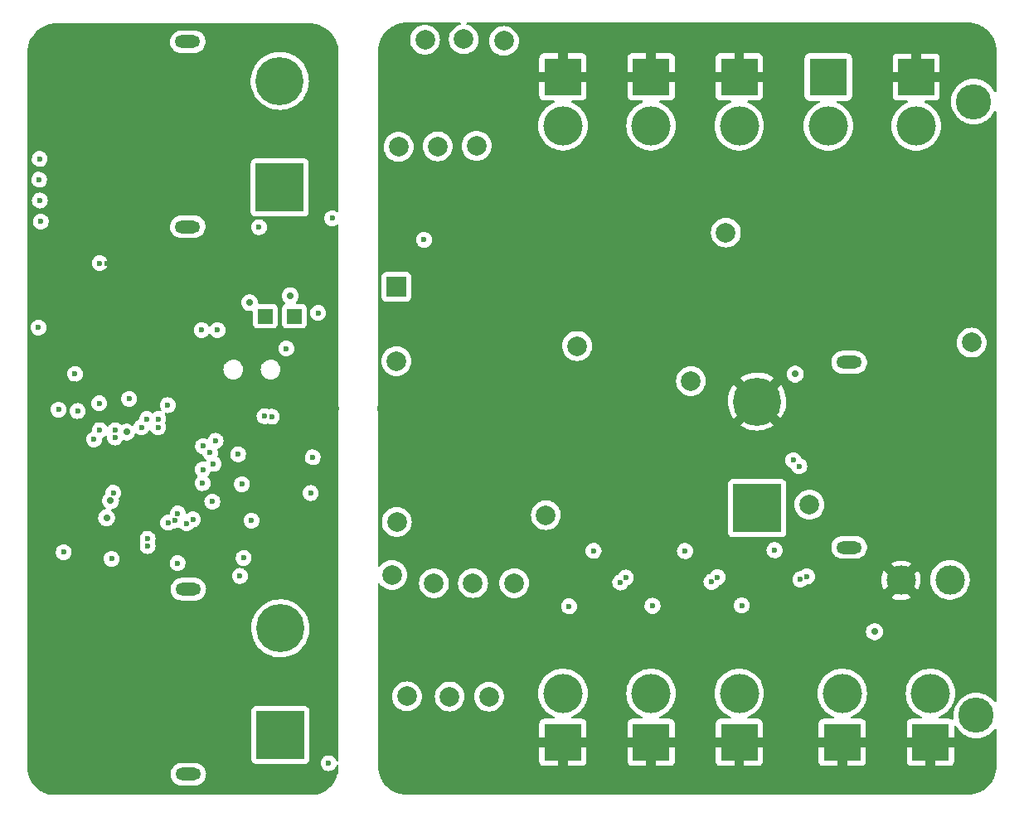
<source format=gbr>
%TF.GenerationSoftware,KiCad,Pcbnew,(6.0.10-0)*%
%TF.CreationDate,2023-03-03T19:39:16-08:00*%
%TF.ProjectId,1.0,312e302e-6b69-4636-9164-5f7063625858,rev?*%
%TF.SameCoordinates,Original*%
%TF.FileFunction,Copper,L2,Inr*%
%TF.FilePolarity,Positive*%
%FSLAX46Y46*%
G04 Gerber Fmt 4.6, Leading zero omitted, Abs format (unit mm)*
G04 Created by KiCad (PCBNEW (6.0.10-0)) date 2023-03-03 19:39:16*
%MOMM*%
%LPD*%
G01*
G04 APERTURE LIST*
%TA.AperFunction,ComponentPad*%
%ADD10C,3.600000*%
%TD*%
%TA.AperFunction,ComponentPad*%
%ADD11R,3.800000X3.800000*%
%TD*%
%TA.AperFunction,ComponentPad*%
%ADD12C,4.000000*%
%TD*%
%TA.AperFunction,ComponentPad*%
%ADD13R,1.500000X1.500000*%
%TD*%
%TA.AperFunction,ComponentPad*%
%ADD14C,3.000000*%
%TD*%
%TA.AperFunction,ComponentPad*%
%ADD15O,2.600000X1.300000*%
%TD*%
%TA.AperFunction,ComponentPad*%
%ADD16R,4.916000X4.916000*%
%TD*%
%TA.AperFunction,ComponentPad*%
%ADD17C,4.916000*%
%TD*%
%TA.AperFunction,ComponentPad*%
%ADD18R,2.000000X2.000000*%
%TD*%
%TA.AperFunction,ComponentPad*%
%ADD19C,2.000000*%
%TD*%
%TA.AperFunction,ViaPad*%
%ADD20C,0.600000*%
%TD*%
%TA.AperFunction,ViaPad*%
%ADD21C,3.500000*%
%TD*%
%TA.AperFunction,ViaPad*%
%ADD22C,2.000000*%
%TD*%
%TA.AperFunction,ViaPad*%
%ADD23C,0.700000*%
%TD*%
G04 APERTURE END LIST*
D10*
%TO.N,N/C*%
%TO.C,U28*%
X247150000Y-108675000D03*
%TD*%
D11*
%TO.N,GND*%
%TO.C,U22*%
X223200000Y-106150000D03*
D12*
%TO.N,5V_3*%
X223200000Y-111150000D03*
%TD*%
D11*
%TO.N,N/C*%
%TO.C,U35*%
X232300000Y-106170000D03*
D12*
X232300000Y-111170000D03*
%TD*%
D13*
%TO.N,/~{RESET_RAW}*%
%TO.C,P2*%
X174800000Y-130600000D03*
%TD*%
D11*
%TO.N,GND*%
%TO.C,U17*%
X223200000Y-174150000D03*
D12*
%TO.N,3-3V_1*%
X223200000Y-169150000D03*
%TD*%
D11*
%TO.N,GND*%
%TO.C,U20*%
X205200000Y-106150000D03*
D12*
%TO.N,+5V*%
X205200000Y-111150000D03*
%TD*%
D13*
%TO.N,Net-(P1-Pad1)*%
%TO.C,P1*%
X177775000Y-130600000D03*
%TD*%
D11*
%TO.N,GND*%
%TO.C,U23*%
X242725000Y-174150000D03*
D12*
%TO.N,+12V*%
X242725000Y-169150000D03*
%TD*%
D14*
%TO.N,+BATT*%
%TO.C,C5*%
X244725000Y-157550000D03*
%TO.N,GND*%
X239725000Y-157600000D03*
%TD*%
D11*
%TO.N,GND*%
%TO.C,U18*%
X214200000Y-174150000D03*
D12*
%TO.N,3-3V_2*%
X214200000Y-169150000D03*
%TD*%
D15*
%TO.N,*%
%TO.C,U16*%
X166890000Y-121460000D03*
X166890000Y-102560000D03*
D16*
%TO.N,GND*%
X176290000Y-117460000D03*
D17*
%TO.N,BATT_2_PWR*%
X176290000Y-106560000D03*
%TD*%
D10*
%TO.N,unconnected-(U27-Pad1)*%
%TO.C,U27*%
X247400000Y-171400000D03*
%TD*%
D11*
%TO.N,GND*%
%TO.C,U24*%
X241280000Y-106170000D03*
D12*
%TO.N,12V_2*%
X241280000Y-111170000D03*
%TD*%
D11*
%TO.N,GND*%
%TO.C,U25*%
X233725000Y-174150000D03*
D12*
%TO.N,12V_3*%
X233725000Y-169150000D03*
%TD*%
D15*
%TO.N,*%
%TO.C,U15*%
X166950000Y-177400000D03*
X166950000Y-158500000D03*
D16*
%TO.N,GND*%
X176350000Y-173400000D03*
D17*
%TO.N,BATT_1_PWR*%
X176350000Y-162500000D03*
%TD*%
D11*
%TO.N,GND*%
%TO.C,U19*%
X205200000Y-174150000D03*
D12*
%TO.N,3-3V_3*%
X205200000Y-169150000D03*
%TD*%
D11*
%TO.N,GND*%
%TO.C,U21*%
X214200000Y-106150000D03*
D12*
%TO.N,5V_2*%
X214200000Y-111150000D03*
%TD*%
D18*
%TO.N,Net-(Q8-Pad3)*%
%TO.C,SP1*%
X188200000Y-127600000D03*
D19*
%TO.N,GNDD*%
X188200000Y-135200000D03*
%TD*%
D15*
%TO.N,*%
%TO.C,U26*%
X234425000Y-154225000D03*
X234425000Y-135325000D03*
D16*
%TO.N,+BATT*%
X225025000Y-150225000D03*
D17*
%TO.N,GND*%
X225025000Y-139325000D03*
%TD*%
D20*
%TO.N,3-3V_1*%
X223460000Y-160155000D03*
X226810000Y-154515000D03*
%TO.N,GND*%
X186600000Y-160800000D03*
X186600000Y-138900000D03*
X222000000Y-164235000D03*
X204575000Y-115963750D03*
X186790000Y-104820000D03*
X212400000Y-116075000D03*
X248740000Y-122765000D03*
X204280000Y-164225000D03*
X247675000Y-137925000D03*
X231690000Y-117420000D03*
D21*
X198850000Y-177575000D03*
D20*
X201100000Y-137325000D03*
X186830000Y-155550000D03*
X195425000Y-140125000D03*
X187325000Y-140025000D03*
X216110000Y-160200000D03*
X222060000Y-154505000D03*
X222800000Y-145100000D03*
X203731750Y-154548250D03*
X213080000Y-164235000D03*
D21*
X198535754Y-117154369D03*
D20*
X232990000Y-123215000D03*
X222250000Y-117260000D03*
X215950000Y-118825000D03*
X239650000Y-116125000D03*
X231625000Y-164375000D03*
X212970000Y-154600000D03*
X214950000Y-140100000D03*
X230355000Y-144110000D03*
D21*
X198825000Y-173400000D03*
D20*
X213100000Y-137250000D03*
X225240000Y-160145000D03*
X203510000Y-145410000D03*
X186475000Y-140025000D03*
X195560000Y-123540000D03*
D21*
X202404369Y-117154369D03*
D20*
X186600000Y-141070000D03*
X232640000Y-129840000D03*
X238655000Y-133415000D03*
X188250000Y-142700000D03*
X207610000Y-160230000D03*
X240985000Y-164320000D03*
%TO.N,GNDD*%
X171330000Y-149530000D03*
X155375000Y-137500000D03*
X180175000Y-114325000D03*
X167620000Y-125040000D03*
X179750000Y-156975000D03*
X163810000Y-139540000D03*
X152340000Y-128670000D03*
X174070995Y-127759695D03*
X169575000Y-154950000D03*
X171330826Y-142896778D03*
X174639961Y-133910039D03*
X178210000Y-145790000D03*
X178300000Y-153225000D03*
X154799500Y-152800000D03*
X156400000Y-149500000D03*
X180100000Y-169360000D03*
X174320000Y-143350000D03*
X156650000Y-144700000D03*
X157270000Y-147070000D03*
X181270000Y-140000000D03*
X158650000Y-125190000D03*
X182000000Y-141125000D03*
X160760000Y-140700000D03*
X182000000Y-138950000D03*
X175040000Y-150990000D03*
X163349228Y-151344103D03*
X182125000Y-140000000D03*
X181775000Y-135200000D03*
%TO.N,+3V3*%
X168414467Y-147663088D03*
X160890000Y-139040000D03*
X159125000Y-155400000D03*
X181280000Y-176280000D03*
X162800000Y-153340000D03*
X153700000Y-140150000D03*
X173400000Y-151500000D03*
X164874500Y-151700000D03*
X155375000Y-136500000D03*
X181650000Y-120600000D03*
X151650000Y-131760000D03*
X159280000Y-148649500D03*
X165850000Y-155840000D03*
X157899997Y-125190000D03*
X179450000Y-148675000D03*
X176960039Y-133910039D03*
X164849500Y-139700500D03*
%TO.N,+BATT*%
X230110000Y-157195000D03*
D22*
X191114642Y-102351165D03*
X196387851Y-113202347D03*
X195071964Y-102308799D03*
X221840000Y-122065000D03*
X189272441Y-169447441D03*
D20*
X211070000Y-157800000D03*
D22*
X192410358Y-113248835D03*
D20*
X220990000Y-157280000D03*
D22*
X230375000Y-149860000D03*
D20*
X220370000Y-157750000D03*
D22*
X246925000Y-133305000D03*
X188235000Y-151625000D03*
X196020842Y-157878882D03*
X193635121Y-169465039D03*
D20*
X211610000Y-157320000D03*
D22*
X187750000Y-157050000D03*
X188425000Y-113300000D03*
D20*
X229450000Y-157495000D03*
D22*
X199175000Y-102475000D03*
X206650000Y-133650000D03*
X218275000Y-137225000D03*
X197650000Y-169475000D03*
X200231635Y-157881635D03*
X192034478Y-157894772D03*
X203460000Y-150930000D03*
D20*
%TO.N,3-3V_2*%
X214350000Y-160200000D03*
X217660000Y-154600000D03*
%TO.N,3-3V_3*%
X208320000Y-154580000D03*
X205830000Y-160250000D03*
D23*
%TO.N,+5V*%
X177349502Y-128500000D03*
X158600000Y-151204500D03*
X159008882Y-149454577D03*
%TO.N,12V_3*%
X228925000Y-136525000D03*
X237025000Y-162850000D03*
D20*
%TO.N,/processor/FLASH_MISO*%
X162800000Y-154089500D03*
X167425061Y-151365647D03*
%TO.N,/batt_ctl/BATT_2_CURR*%
X169170000Y-144550500D03*
X169740000Y-143340000D03*
%TO.N,/batt_ctl/BATT_1_VSENSE*%
X168425498Y-146275000D03*
%TO.N,/batt_ctl/BATT_1_CURR*%
X169520000Y-145700000D03*
X172225000Y-157150000D03*
%TO.N,/batt_ctl/BATT_2_VSENSE*%
X168450000Y-143875000D03*
%TO.N,/A0_SENSE*%
X169400000Y-149550000D03*
%TO.N,/MOSI*%
X162170820Y-141953680D03*
X163874500Y-141953680D03*
X151710000Y-116660000D03*
%TO.N,/SCK*%
X151780000Y-118780000D03*
%TO.N,/MISO*%
X163874500Y-141125000D03*
X162724000Y-141125000D03*
X151880500Y-120930000D03*
%TO.N,/SD_CS*%
X151770000Y-114540000D03*
D23*
%TO.N,/BUZZER*%
X160644959Y-142449500D03*
X173200500Y-129224500D03*
D20*
%TO.N,/batt_ctl/BATT_1_CTL*%
X159474500Y-143004500D03*
X154225000Y-154725000D03*
%TO.N,/batt_ctl/BATT_2_CTL*%
X191025000Y-122800000D03*
X159480997Y-142255025D03*
%TO.N,/SDA*%
X157850000Y-139500000D03*
X229325500Y-145925000D03*
X157900000Y-142250000D03*
%TO.N,/SCL*%
X155637708Y-140287292D03*
X157325500Y-143200000D03*
X228724750Y-145325500D03*
%TO.N,/~{RESET_RAW}*%
X168309337Y-132019551D03*
X169919750Y-132020250D03*
%TO.N,/SWCLK*%
X165588243Y-151471256D03*
X174725000Y-140812534D03*
%TO.N,/SWDIO*%
X175475000Y-140875000D03*
X165876883Y-150779562D03*
%TO.N,/A5_SENSE*%
X166800000Y-151779232D03*
%TO.N,BATT_1_PWR*%
X172425000Y-147775000D03*
X172600000Y-155300000D03*
%TO.N,BATT_2_PWR*%
X179650000Y-145025000D03*
X180200000Y-130275000D03*
X174169500Y-121505500D03*
X172030000Y-144710000D03*
%TD*%
%TA.AperFunction,Conductor*%
%TO.N,GND*%
G36*
X191050276Y-100604002D02*
G01*
X191096769Y-100657658D01*
X191106873Y-100727932D01*
X191077379Y-100792512D01*
X191017653Y-100830896D01*
X190992041Y-100835612D01*
X190876048Y-100844741D01*
X190871241Y-100845895D01*
X190871235Y-100845896D01*
X190724574Y-100881107D01*
X190643329Y-100900612D01*
X190638758Y-100902505D01*
X190638756Y-100902506D01*
X190426789Y-100990305D01*
X190426785Y-100990307D01*
X190422215Y-100992200D01*
X190218151Y-101117251D01*
X190036161Y-101272684D01*
X189880728Y-101454674D01*
X189755677Y-101658738D01*
X189753784Y-101663308D01*
X189753782Y-101663312D01*
X189681637Y-101837486D01*
X189664089Y-101879852D01*
X189662934Y-101884664D01*
X189609373Y-102107758D01*
X189609372Y-102107764D01*
X189608218Y-102112571D01*
X189589440Y-102351165D01*
X189608218Y-102589759D01*
X189609372Y-102594566D01*
X189609373Y-102594572D01*
X189610665Y-102599953D01*
X189664089Y-102822478D01*
X189665982Y-102827049D01*
X189665983Y-102827051D01*
X189738129Y-103001226D01*
X189755677Y-103043592D01*
X189880728Y-103247656D01*
X190036161Y-103429646D01*
X190218151Y-103585079D01*
X190422215Y-103710130D01*
X190426785Y-103712023D01*
X190426789Y-103712025D01*
X190631156Y-103796676D01*
X190643329Y-103801718D01*
X190708903Y-103817461D01*
X190871235Y-103856434D01*
X190871241Y-103856435D01*
X190876048Y-103857589D01*
X191114642Y-103876367D01*
X191353236Y-103857589D01*
X191358043Y-103856435D01*
X191358049Y-103856434D01*
X191520381Y-103817461D01*
X191585955Y-103801718D01*
X191598128Y-103796676D01*
X191802495Y-103712025D01*
X191802499Y-103712023D01*
X191807069Y-103710130D01*
X192011133Y-103585079D01*
X192193123Y-103429646D01*
X192348556Y-103247656D01*
X192473607Y-103043592D01*
X192491156Y-103001226D01*
X192563301Y-102827051D01*
X192563302Y-102827049D01*
X192565195Y-102822478D01*
X192618619Y-102599953D01*
X192619911Y-102594572D01*
X192619912Y-102594566D01*
X192621066Y-102589759D01*
X192639844Y-102351165D01*
X192621066Y-102112571D01*
X192619912Y-102107764D01*
X192619911Y-102107758D01*
X192566350Y-101884664D01*
X192565195Y-101879852D01*
X192547647Y-101837486D01*
X192475502Y-101663312D01*
X192475500Y-101663308D01*
X192473607Y-101658738D01*
X192348556Y-101454674D01*
X192193123Y-101272684D01*
X192011133Y-101117251D01*
X191807069Y-100992200D01*
X191802499Y-100990307D01*
X191802495Y-100990305D01*
X191590528Y-100902506D01*
X191590526Y-100902505D01*
X191585955Y-100900612D01*
X191504710Y-100881107D01*
X191358049Y-100845896D01*
X191358043Y-100845895D01*
X191353236Y-100844741D01*
X191237243Y-100835612D01*
X191170902Y-100810326D01*
X191128762Y-100753188D01*
X191124203Y-100682338D01*
X191158672Y-100620271D01*
X191221226Y-100586691D01*
X191247129Y-100584000D01*
X194678397Y-100584000D01*
X194746518Y-100604002D01*
X194793011Y-100657658D01*
X194803115Y-100727932D01*
X194773621Y-100792512D01*
X194707811Y-100832519D01*
X194600651Y-100858246D01*
X194596080Y-100860139D01*
X194596078Y-100860140D01*
X194384111Y-100947939D01*
X194384107Y-100947941D01*
X194379537Y-100949834D01*
X194175473Y-101074885D01*
X193993483Y-101230318D01*
X193838050Y-101412308D01*
X193712999Y-101616372D01*
X193711106Y-101620942D01*
X193711104Y-101620946D01*
X193642262Y-101787147D01*
X193621411Y-101837486D01*
X193620256Y-101842298D01*
X193566695Y-102065392D01*
X193566694Y-102065398D01*
X193565540Y-102070205D01*
X193546762Y-102308799D01*
X193565540Y-102547393D01*
X193566694Y-102552200D01*
X193566695Y-102552206D01*
X193601906Y-102698867D01*
X193621411Y-102780112D01*
X193623304Y-102784683D01*
X193623305Y-102784685D01*
X193692148Y-102950886D01*
X193712999Y-103001226D01*
X193838050Y-103205290D01*
X193993483Y-103387280D01*
X194175473Y-103542713D01*
X194379537Y-103667764D01*
X194384107Y-103669657D01*
X194384111Y-103669659D01*
X194591467Y-103755548D01*
X194600651Y-103759352D01*
X194651343Y-103771522D01*
X194828557Y-103814068D01*
X194828563Y-103814069D01*
X194833370Y-103815223D01*
X195071964Y-103834001D01*
X195310558Y-103815223D01*
X195315365Y-103814069D01*
X195315371Y-103814068D01*
X195492585Y-103771522D01*
X195543277Y-103759352D01*
X195552461Y-103755548D01*
X195759817Y-103669659D01*
X195759821Y-103669657D01*
X195764391Y-103667764D01*
X195968455Y-103542713D01*
X196150445Y-103387280D01*
X196305878Y-103205290D01*
X196430929Y-103001226D01*
X196451781Y-102950886D01*
X196520623Y-102784685D01*
X196520624Y-102784683D01*
X196522517Y-102780112D01*
X196542022Y-102698867D01*
X196577233Y-102552206D01*
X196577234Y-102552200D01*
X196578388Y-102547393D01*
X196584086Y-102475000D01*
X197649798Y-102475000D01*
X197668576Y-102713594D01*
X197669730Y-102718401D01*
X197669731Y-102718407D01*
X197694717Y-102822478D01*
X197724447Y-102946313D01*
X197726340Y-102950884D01*
X197726341Y-102950886D01*
X197748941Y-103005446D01*
X197816035Y-103167427D01*
X197941086Y-103371491D01*
X198096519Y-103553481D01*
X198278509Y-103708914D01*
X198482573Y-103833965D01*
X198487143Y-103835858D01*
X198487147Y-103835860D01*
X198699114Y-103923659D01*
X198703687Y-103925553D01*
X198784932Y-103945058D01*
X198931593Y-103980269D01*
X198931599Y-103980270D01*
X198936406Y-103981424D01*
X199175000Y-104000202D01*
X199413594Y-103981424D01*
X199418401Y-103980270D01*
X199418407Y-103980269D01*
X199565068Y-103945058D01*
X199646313Y-103925553D01*
X199650886Y-103923659D01*
X199862853Y-103835860D01*
X199862857Y-103835858D01*
X199867427Y-103833965D01*
X200071491Y-103708914D01*
X200253481Y-103553481D01*
X200408914Y-103371491D01*
X200533965Y-103167427D01*
X200601060Y-103005446D01*
X200623659Y-102950886D01*
X200623660Y-102950884D01*
X200625553Y-102946313D01*
X200655283Y-102822478D01*
X200680269Y-102718407D01*
X200680270Y-102718401D01*
X200681424Y-102713594D01*
X200700202Y-102475000D01*
X200681424Y-102236406D01*
X200680270Y-102231599D01*
X200680269Y-102231593D01*
X200626708Y-102008499D01*
X200625553Y-102003687D01*
X200623659Y-101999114D01*
X200535860Y-101787147D01*
X200535858Y-101787143D01*
X200533965Y-101782573D01*
X200408914Y-101578509D01*
X200253481Y-101396519D01*
X200071491Y-101241086D01*
X199867427Y-101116035D01*
X199862857Y-101114142D01*
X199862853Y-101114140D01*
X199650886Y-101026341D01*
X199650884Y-101026340D01*
X199646313Y-101024447D01*
X199565068Y-101004942D01*
X199418407Y-100969731D01*
X199418401Y-100969730D01*
X199413594Y-100968576D01*
X199175000Y-100949798D01*
X198936406Y-100968576D01*
X198931599Y-100969730D01*
X198931593Y-100969731D01*
X198784932Y-101004942D01*
X198703687Y-101024447D01*
X198699116Y-101026340D01*
X198699114Y-101026341D01*
X198487147Y-101114140D01*
X198487143Y-101114142D01*
X198482573Y-101116035D01*
X198278509Y-101241086D01*
X198096519Y-101396519D01*
X197941086Y-101578509D01*
X197816035Y-101782573D01*
X197814142Y-101787143D01*
X197814140Y-101787147D01*
X197726341Y-101999114D01*
X197724447Y-102003687D01*
X197723292Y-102008499D01*
X197669731Y-102231593D01*
X197669730Y-102231599D01*
X197668576Y-102236406D01*
X197649798Y-102475000D01*
X196584086Y-102475000D01*
X196597166Y-102308799D01*
X196578388Y-102070205D01*
X196577234Y-102065398D01*
X196577233Y-102065392D01*
X196523672Y-101842298D01*
X196522517Y-101837486D01*
X196501666Y-101787147D01*
X196432824Y-101620946D01*
X196432822Y-101620942D01*
X196430929Y-101616372D01*
X196305878Y-101412308D01*
X196150445Y-101230318D01*
X195968455Y-101074885D01*
X195764391Y-100949834D01*
X195759821Y-100947941D01*
X195759817Y-100947939D01*
X195547850Y-100860140D01*
X195547848Y-100860139D01*
X195543277Y-100858246D01*
X195436117Y-100832519D01*
X195374548Y-100797167D01*
X195341865Y-100734140D01*
X195348446Y-100663449D01*
X195392200Y-100607538D01*
X195465531Y-100584000D01*
X246489661Y-100584000D01*
X246496726Y-100584198D01*
X246822032Y-100602466D01*
X246836064Y-100604047D01*
X246994928Y-100631039D01*
X247153787Y-100658031D01*
X247167562Y-100661175D01*
X247241021Y-100682338D01*
X247477247Y-100750394D01*
X247490568Y-100755055D01*
X247788318Y-100878387D01*
X247801041Y-100884514D01*
X247992455Y-100990305D01*
X248083106Y-101040406D01*
X248095070Y-101047924D01*
X248357894Y-101234409D01*
X248368940Y-101243218D01*
X248609243Y-101457965D01*
X248619235Y-101467957D01*
X248833982Y-101708260D01*
X248842791Y-101719306D01*
X249029276Y-101982130D01*
X249036794Y-101994094D01*
X249192684Y-102276155D01*
X249198813Y-102288882D01*
X249322145Y-102586632D01*
X249326806Y-102599953D01*
X249377323Y-102775300D01*
X249416025Y-102909638D01*
X249419169Y-102923413D01*
X249473152Y-103241131D01*
X249474734Y-103255173D01*
X249479302Y-103336519D01*
X249479500Y-103343583D01*
X249479500Y-107611802D01*
X249459498Y-107679923D01*
X249405842Y-107726416D01*
X249335568Y-107736520D01*
X249270988Y-107707026D01*
X249240494Y-107667530D01*
X249165751Y-107515965D01*
X249165748Y-107515960D01*
X249163924Y-107512261D01*
X248994927Y-107259338D01*
X248992213Y-107256244D01*
X248992209Y-107256238D01*
X248797071Y-107033727D01*
X248794362Y-107030638D01*
X248791273Y-107027929D01*
X248568762Y-106832791D01*
X248568756Y-106832787D01*
X248565662Y-106830073D01*
X248562232Y-106827781D01*
X248562231Y-106827780D01*
X248330400Y-106672876D01*
X248312740Y-106661076D01*
X248039922Y-106526538D01*
X248036016Y-106525212D01*
X247755785Y-106430086D01*
X247755781Y-106430085D01*
X247751878Y-106428760D01*
X247747839Y-106427957D01*
X247747833Y-106427955D01*
X247457579Y-106370220D01*
X247457576Y-106370220D01*
X247453536Y-106369416D01*
X247449425Y-106369147D01*
X247449421Y-106369146D01*
X247154119Y-106349791D01*
X247150000Y-106349521D01*
X247145881Y-106349791D01*
X246850579Y-106369146D01*
X246850575Y-106369147D01*
X246846464Y-106369416D01*
X246842424Y-106370220D01*
X246842421Y-106370220D01*
X246552167Y-106427955D01*
X246552161Y-106427957D01*
X246548122Y-106428760D01*
X246544219Y-106430085D01*
X246544215Y-106430086D01*
X246263984Y-106525212D01*
X246260078Y-106526538D01*
X246130952Y-106590216D01*
X245990965Y-106659249D01*
X245990960Y-106659252D01*
X245987261Y-106661076D01*
X245734338Y-106830073D01*
X245731244Y-106832787D01*
X245731238Y-106832791D01*
X245508727Y-107027929D01*
X245505638Y-107030638D01*
X245502929Y-107033727D01*
X245307791Y-107256238D01*
X245307787Y-107256244D01*
X245305073Y-107259338D01*
X245136076Y-107512261D01*
X245001538Y-107785078D01*
X244903760Y-108073122D01*
X244902957Y-108077161D01*
X244902955Y-108077167D01*
X244861007Y-108288054D01*
X244844416Y-108371464D01*
X244844147Y-108375575D01*
X244844146Y-108375579D01*
X244830059Y-108590500D01*
X244824521Y-108675000D01*
X244824791Y-108679119D01*
X244832790Y-108801152D01*
X244844416Y-108978536D01*
X244845220Y-108982576D01*
X244845220Y-108982579D01*
X244855798Y-109035755D01*
X244903760Y-109276878D01*
X245001538Y-109564922D01*
X245136076Y-109837739D01*
X245305073Y-110090662D01*
X245307787Y-110093756D01*
X245307791Y-110093762D01*
X245433161Y-110236718D01*
X245505638Y-110319362D01*
X245508727Y-110322071D01*
X245731238Y-110517209D01*
X245731244Y-110517213D01*
X245734338Y-110519927D01*
X245737764Y-110522216D01*
X245737769Y-110522220D01*
X245927122Y-110648741D01*
X245987260Y-110688924D01*
X246260078Y-110823462D01*
X246263983Y-110824788D01*
X246263984Y-110824788D01*
X246544215Y-110919914D01*
X246544219Y-110919915D01*
X246548122Y-110921240D01*
X246552161Y-110922043D01*
X246552167Y-110922045D01*
X246842421Y-110979780D01*
X246842424Y-110979780D01*
X246846464Y-110980584D01*
X246850575Y-110980853D01*
X246850579Y-110980854D01*
X247145881Y-111000209D01*
X247150000Y-111000479D01*
X247154119Y-111000209D01*
X247449421Y-110980854D01*
X247449425Y-110980853D01*
X247453536Y-110980584D01*
X247457576Y-110979780D01*
X247457579Y-110979780D01*
X247747833Y-110922045D01*
X247747839Y-110922043D01*
X247751878Y-110921240D01*
X247755781Y-110919915D01*
X247755785Y-110919914D01*
X248036016Y-110824788D01*
X248036017Y-110824788D01*
X248039922Y-110823462D01*
X248312740Y-110688924D01*
X248372878Y-110648741D01*
X248562231Y-110522220D01*
X248562236Y-110522216D01*
X248565662Y-110519927D01*
X248568756Y-110517213D01*
X248568762Y-110517209D01*
X248791273Y-110322071D01*
X248794362Y-110319362D01*
X248866839Y-110236718D01*
X248992209Y-110093762D01*
X248992213Y-110093756D01*
X248994927Y-110090662D01*
X249163924Y-109837739D01*
X249240494Y-109682470D01*
X249288562Y-109630221D01*
X249357248Y-109612254D01*
X249424743Y-109634273D01*
X249469620Y-109689288D01*
X249479500Y-109738198D01*
X249479500Y-169920035D01*
X249459498Y-169988156D01*
X249405842Y-170034649D01*
X249335568Y-170044753D01*
X249270988Y-170015259D01*
X249248735Y-169990037D01*
X249247220Y-169987769D01*
X249247216Y-169987764D01*
X249244927Y-169984338D01*
X249242213Y-169981244D01*
X249242209Y-169981238D01*
X249047071Y-169758727D01*
X249044362Y-169755638D01*
X248979436Y-169698699D01*
X248818762Y-169557791D01*
X248818756Y-169557787D01*
X248815662Y-169555073D01*
X248812232Y-169552781D01*
X248812231Y-169552780D01*
X248566173Y-169388370D01*
X248562740Y-169386076D01*
X248289922Y-169251538D01*
X248164159Y-169208847D01*
X248005785Y-169155086D01*
X248005781Y-169155085D01*
X248001878Y-169153760D01*
X247997839Y-169152957D01*
X247997833Y-169152955D01*
X247707579Y-169095220D01*
X247707576Y-169095220D01*
X247703536Y-169094416D01*
X247699425Y-169094147D01*
X247699421Y-169094146D01*
X247404119Y-169074791D01*
X247400000Y-169074521D01*
X247395881Y-169074791D01*
X247100579Y-169094146D01*
X247100575Y-169094147D01*
X247096464Y-169094416D01*
X247092424Y-169095220D01*
X247092421Y-169095220D01*
X246802167Y-169152955D01*
X246802161Y-169152957D01*
X246798122Y-169153760D01*
X246794219Y-169155085D01*
X246794215Y-169155086D01*
X246635841Y-169208847D01*
X246510078Y-169251538D01*
X246380952Y-169315216D01*
X246240965Y-169384249D01*
X246240960Y-169384252D01*
X246237261Y-169386076D01*
X245984338Y-169555073D01*
X245981244Y-169557787D01*
X245981238Y-169557791D01*
X245820564Y-169698699D01*
X245755638Y-169755638D01*
X245752929Y-169758727D01*
X245557791Y-169981238D01*
X245557787Y-169981244D01*
X245555073Y-169984338D01*
X245386076Y-170237261D01*
X245384252Y-170240960D01*
X245384249Y-170240965D01*
X245324032Y-170363075D01*
X245251538Y-170510078D01*
X245250212Y-170513983D01*
X245250212Y-170513984D01*
X245210460Y-170631091D01*
X245153760Y-170798122D01*
X245152957Y-170802161D01*
X245152955Y-170802167D01*
X245095220Y-171092421D01*
X245094416Y-171096464D01*
X245074521Y-171400000D01*
X245074791Y-171404119D01*
X245094416Y-171703536D01*
X245093421Y-171703601D01*
X245083173Y-171769316D01*
X245036045Y-171822414D01*
X244967691Y-171841604D01*
X244899813Y-171820792D01*
X244893626Y-171816439D01*
X244878648Y-171805214D01*
X244863054Y-171796676D01*
X244742606Y-171751522D01*
X244727351Y-171747895D01*
X244676486Y-171742369D01*
X244669672Y-171742000D01*
X243685736Y-171742000D01*
X243617615Y-171721998D01*
X243571122Y-171668342D01*
X243561018Y-171598068D01*
X243590512Y-171533488D01*
X243639351Y-171498849D01*
X243800298Y-171435125D01*
X243856698Y-171404119D01*
X244074749Y-171284245D01*
X244074752Y-171284243D01*
X244078221Y-171282336D01*
X244334803Y-171095918D01*
X244338527Y-171092421D01*
X244563107Y-170881527D01*
X244563108Y-170881525D01*
X244565998Y-170878812D01*
X244768159Y-170634442D01*
X244918703Y-170397222D01*
X244935974Y-170370008D01*
X244935974Y-170370007D01*
X244938098Y-170366661D01*
X244939782Y-170363082D01*
X244939786Y-170363075D01*
X245071446Y-170083282D01*
X245071448Y-170083278D01*
X245073135Y-170079692D01*
X245171140Y-169778062D01*
X245230569Y-169466527D01*
X245250483Y-169150000D01*
X245230569Y-168833473D01*
X245171140Y-168521938D01*
X245073135Y-168220308D01*
X245069944Y-168213527D01*
X244939786Y-167936925D01*
X244939782Y-167936918D01*
X244938098Y-167933339D01*
X244768159Y-167665558D01*
X244565998Y-167421188D01*
X244334803Y-167204082D01*
X244078221Y-167017664D01*
X243800298Y-166864875D01*
X243640007Y-166801411D01*
X243509100Y-166749581D01*
X243509097Y-166749580D01*
X243505417Y-166748123D01*
X243501583Y-166747139D01*
X243501575Y-166747136D01*
X243311234Y-166698265D01*
X243198228Y-166669250D01*
X243194300Y-166668754D01*
X243194296Y-166668753D01*
X243069959Y-166653046D01*
X242883576Y-166629500D01*
X242566424Y-166629500D01*
X242380041Y-166653046D01*
X242255704Y-166668753D01*
X242255700Y-166668754D01*
X242251772Y-166669250D01*
X242138766Y-166698265D01*
X241948425Y-166747136D01*
X241948417Y-166747139D01*
X241944583Y-166748123D01*
X241940903Y-166749580D01*
X241940900Y-166749581D01*
X241809993Y-166801411D01*
X241649702Y-166864875D01*
X241371779Y-167017664D01*
X241115197Y-167204082D01*
X240884002Y-167421188D01*
X240681841Y-167665558D01*
X240511902Y-167933339D01*
X240510218Y-167936918D01*
X240510214Y-167936925D01*
X240380056Y-168213527D01*
X240376865Y-168220308D01*
X240278860Y-168521938D01*
X240219431Y-168833473D01*
X240199517Y-169150000D01*
X240219431Y-169466527D01*
X240278860Y-169778062D01*
X240376865Y-170079692D01*
X240378552Y-170083278D01*
X240378554Y-170083282D01*
X240510214Y-170363075D01*
X240510218Y-170363082D01*
X240511902Y-170366661D01*
X240514026Y-170370007D01*
X240514026Y-170370008D01*
X240531297Y-170397222D01*
X240681841Y-170634442D01*
X240884002Y-170878812D01*
X240886892Y-170881525D01*
X240886893Y-170881527D01*
X241111473Y-171092421D01*
X241115197Y-171095918D01*
X241371779Y-171282336D01*
X241375248Y-171284243D01*
X241375251Y-171284245D01*
X241593302Y-171404119D01*
X241649702Y-171435125D01*
X241715263Y-171461083D01*
X241810649Y-171498849D01*
X241866623Y-171542524D01*
X241890099Y-171609527D01*
X241873623Y-171678585D01*
X241822427Y-171727774D01*
X241764265Y-171742001D01*
X240780331Y-171742001D01*
X240773510Y-171742371D01*
X240722648Y-171747895D01*
X240707396Y-171751521D01*
X240586946Y-171796676D01*
X240571351Y-171805214D01*
X240469276Y-171881715D01*
X240456715Y-171894276D01*
X240380214Y-171996351D01*
X240371676Y-172011946D01*
X240326522Y-172132394D01*
X240322895Y-172147649D01*
X240317369Y-172198514D01*
X240317000Y-172205328D01*
X240317000Y-173631885D01*
X240321475Y-173647124D01*
X240322865Y-173648329D01*
X240330548Y-173650000D01*
X245114884Y-173650000D01*
X245130123Y-173645525D01*
X245131328Y-173644135D01*
X245132999Y-173636452D01*
X245132999Y-172589934D01*
X245153001Y-172521813D01*
X245206657Y-172475320D01*
X245276931Y-172465216D01*
X245341511Y-172494710D01*
X245372004Y-172534204D01*
X245386076Y-172562739D01*
X245555073Y-172815662D01*
X245557787Y-172818756D01*
X245557791Y-172818762D01*
X245582232Y-172846631D01*
X245755638Y-173044362D01*
X245758727Y-173047071D01*
X245981238Y-173242209D01*
X245981244Y-173242213D01*
X245984338Y-173244927D01*
X245987764Y-173247216D01*
X245987769Y-173247220D01*
X246177122Y-173373741D01*
X246237260Y-173413924D01*
X246510078Y-173548462D01*
X246513983Y-173549788D01*
X246513984Y-173549788D01*
X246794215Y-173644914D01*
X246794219Y-173644915D01*
X246798122Y-173646240D01*
X246802161Y-173647043D01*
X246802167Y-173647045D01*
X247092421Y-173704780D01*
X247092424Y-173704780D01*
X247096464Y-173705584D01*
X247100575Y-173705853D01*
X247100579Y-173705854D01*
X247395881Y-173725209D01*
X247400000Y-173725479D01*
X247404119Y-173725209D01*
X247699421Y-173705854D01*
X247699425Y-173705853D01*
X247703536Y-173705584D01*
X247707576Y-173704780D01*
X247707579Y-173704780D01*
X247997833Y-173647045D01*
X247997839Y-173647043D01*
X248001878Y-173646240D01*
X248005781Y-173644915D01*
X248005785Y-173644914D01*
X248286016Y-173549788D01*
X248286017Y-173549788D01*
X248289922Y-173548462D01*
X248562740Y-173413924D01*
X248622878Y-173373741D01*
X248812231Y-173247220D01*
X248812236Y-173247216D01*
X248815662Y-173244927D01*
X248818756Y-173242213D01*
X248818762Y-173242209D01*
X249041273Y-173047071D01*
X249044362Y-173044362D01*
X249217768Y-172846631D01*
X249242209Y-172818762D01*
X249242213Y-172818756D01*
X249244927Y-172815662D01*
X249248735Y-172809963D01*
X249249361Y-172809440D01*
X249249727Y-172808963D01*
X249249834Y-172809045D01*
X249303212Y-172764435D01*
X249373656Y-172755588D01*
X249437700Y-172786229D01*
X249475011Y-172846631D01*
X249479500Y-172879965D01*
X249479500Y-176742217D01*
X249479302Y-176749281D01*
X249474734Y-176830627D01*
X249473152Y-176844669D01*
X249419169Y-177162387D01*
X249416025Y-177176162D01*
X249326806Y-177485847D01*
X249322145Y-177499168D01*
X249198815Y-177796914D01*
X249192684Y-177809645D01*
X249036794Y-178091706D01*
X249029276Y-178103670D01*
X248842791Y-178366494D01*
X248833982Y-178377540D01*
X248619235Y-178617843D01*
X248609243Y-178627835D01*
X248368940Y-178842582D01*
X248357894Y-178851391D01*
X248095070Y-179037876D01*
X248083106Y-179045394D01*
X247801041Y-179201286D01*
X247788318Y-179207413D01*
X247490568Y-179330745D01*
X247477247Y-179335406D01*
X247263428Y-179397007D01*
X247167562Y-179424625D01*
X247153787Y-179427769D01*
X246859798Y-179477720D01*
X246838692Y-179479500D01*
X188949508Y-179479500D01*
X188928402Y-179477720D01*
X188634413Y-179427769D01*
X188620638Y-179424625D01*
X188524772Y-179397007D01*
X188310953Y-179335406D01*
X188297632Y-179330745D01*
X187999882Y-179207413D01*
X187987159Y-179201286D01*
X187705094Y-179045394D01*
X187693130Y-179037876D01*
X187430306Y-178851391D01*
X187419260Y-178842582D01*
X187178957Y-178627835D01*
X187168965Y-178617843D01*
X186954218Y-178377540D01*
X186945409Y-178366494D01*
X186758924Y-178103670D01*
X186751406Y-178091706D01*
X186595516Y-177809645D01*
X186589385Y-177796914D01*
X186466055Y-177499168D01*
X186461394Y-177485847D01*
X186372175Y-177176162D01*
X186369031Y-177162387D01*
X186315048Y-176844669D01*
X186313466Y-176830628D01*
X186297995Y-176555123D01*
X186295198Y-176505326D01*
X186295000Y-176498261D01*
X186295000Y-176094669D01*
X202792001Y-176094669D01*
X202792371Y-176101490D01*
X202797895Y-176152352D01*
X202801521Y-176167604D01*
X202846676Y-176288054D01*
X202855214Y-176303649D01*
X202931715Y-176405724D01*
X202944276Y-176418285D01*
X203046351Y-176494786D01*
X203061946Y-176503324D01*
X203182394Y-176548478D01*
X203197649Y-176552105D01*
X203248514Y-176557631D01*
X203255328Y-176558000D01*
X204681885Y-176558000D01*
X204697124Y-176553525D01*
X204698329Y-176552135D01*
X204700000Y-176544452D01*
X204700000Y-176539884D01*
X205700000Y-176539884D01*
X205704475Y-176555123D01*
X205705865Y-176556328D01*
X205713548Y-176557999D01*
X207144669Y-176557999D01*
X207151490Y-176557629D01*
X207202352Y-176552105D01*
X207217604Y-176548479D01*
X207338054Y-176503324D01*
X207353649Y-176494786D01*
X207455724Y-176418285D01*
X207468285Y-176405724D01*
X207544786Y-176303649D01*
X207553324Y-176288054D01*
X207598478Y-176167606D01*
X207602105Y-176152351D01*
X207607631Y-176101486D01*
X207608000Y-176094672D01*
X207608000Y-176094669D01*
X211792001Y-176094669D01*
X211792371Y-176101490D01*
X211797895Y-176152352D01*
X211801521Y-176167604D01*
X211846676Y-176288054D01*
X211855214Y-176303649D01*
X211931715Y-176405724D01*
X211944276Y-176418285D01*
X212046351Y-176494786D01*
X212061946Y-176503324D01*
X212182394Y-176548478D01*
X212197649Y-176552105D01*
X212248514Y-176557631D01*
X212255328Y-176558000D01*
X213681885Y-176558000D01*
X213697124Y-176553525D01*
X213698329Y-176552135D01*
X213700000Y-176544452D01*
X213700000Y-176539884D01*
X214700000Y-176539884D01*
X214704475Y-176555123D01*
X214705865Y-176556328D01*
X214713548Y-176557999D01*
X216144669Y-176557999D01*
X216151490Y-176557629D01*
X216202352Y-176552105D01*
X216217604Y-176548479D01*
X216338054Y-176503324D01*
X216353649Y-176494786D01*
X216455724Y-176418285D01*
X216468285Y-176405724D01*
X216544786Y-176303649D01*
X216553324Y-176288054D01*
X216598478Y-176167606D01*
X216602105Y-176152351D01*
X216607631Y-176101486D01*
X216608000Y-176094672D01*
X216608000Y-176094669D01*
X220792001Y-176094669D01*
X220792371Y-176101490D01*
X220797895Y-176152352D01*
X220801521Y-176167604D01*
X220846676Y-176288054D01*
X220855214Y-176303649D01*
X220931715Y-176405724D01*
X220944276Y-176418285D01*
X221046351Y-176494786D01*
X221061946Y-176503324D01*
X221182394Y-176548478D01*
X221197649Y-176552105D01*
X221248514Y-176557631D01*
X221255328Y-176558000D01*
X222681885Y-176558000D01*
X222697124Y-176553525D01*
X222698329Y-176552135D01*
X222700000Y-176544452D01*
X222700000Y-176539884D01*
X223700000Y-176539884D01*
X223704475Y-176555123D01*
X223705865Y-176556328D01*
X223713548Y-176557999D01*
X225144669Y-176557999D01*
X225151490Y-176557629D01*
X225202352Y-176552105D01*
X225217604Y-176548479D01*
X225338054Y-176503324D01*
X225353649Y-176494786D01*
X225455724Y-176418285D01*
X225468285Y-176405724D01*
X225544786Y-176303649D01*
X225553324Y-176288054D01*
X225598478Y-176167606D01*
X225602105Y-176152351D01*
X225607631Y-176101486D01*
X225608000Y-176094672D01*
X225608000Y-176094669D01*
X231317001Y-176094669D01*
X231317371Y-176101490D01*
X231322895Y-176152352D01*
X231326521Y-176167604D01*
X231371676Y-176288054D01*
X231380214Y-176303649D01*
X231456715Y-176405724D01*
X231469276Y-176418285D01*
X231571351Y-176494786D01*
X231586946Y-176503324D01*
X231707394Y-176548478D01*
X231722649Y-176552105D01*
X231773514Y-176557631D01*
X231780328Y-176558000D01*
X233206885Y-176558000D01*
X233222124Y-176553525D01*
X233223329Y-176552135D01*
X233225000Y-176544452D01*
X233225000Y-176539884D01*
X234225000Y-176539884D01*
X234229475Y-176555123D01*
X234230865Y-176556328D01*
X234238548Y-176557999D01*
X235669669Y-176557999D01*
X235676490Y-176557629D01*
X235727352Y-176552105D01*
X235742604Y-176548479D01*
X235863054Y-176503324D01*
X235878649Y-176494786D01*
X235980724Y-176418285D01*
X235993285Y-176405724D01*
X236069786Y-176303649D01*
X236078324Y-176288054D01*
X236123478Y-176167606D01*
X236127105Y-176152351D01*
X236132631Y-176101486D01*
X236133000Y-176094672D01*
X236133000Y-176094669D01*
X240317001Y-176094669D01*
X240317371Y-176101490D01*
X240322895Y-176152352D01*
X240326521Y-176167604D01*
X240371676Y-176288054D01*
X240380214Y-176303649D01*
X240456715Y-176405724D01*
X240469276Y-176418285D01*
X240571351Y-176494786D01*
X240586946Y-176503324D01*
X240707394Y-176548478D01*
X240722649Y-176552105D01*
X240773514Y-176557631D01*
X240780328Y-176558000D01*
X242206885Y-176558000D01*
X242222124Y-176553525D01*
X242223329Y-176552135D01*
X242225000Y-176544452D01*
X242225000Y-176539884D01*
X243225000Y-176539884D01*
X243229475Y-176555123D01*
X243230865Y-176556328D01*
X243238548Y-176557999D01*
X244669669Y-176557999D01*
X244676490Y-176557629D01*
X244727352Y-176552105D01*
X244742604Y-176548479D01*
X244863054Y-176503324D01*
X244878649Y-176494786D01*
X244980724Y-176418285D01*
X244993285Y-176405724D01*
X245069786Y-176303649D01*
X245078324Y-176288054D01*
X245123478Y-176167606D01*
X245127105Y-176152351D01*
X245132631Y-176101486D01*
X245133000Y-176094672D01*
X245133000Y-174668115D01*
X245128525Y-174652876D01*
X245127135Y-174651671D01*
X245119452Y-174650000D01*
X243243115Y-174650000D01*
X243227876Y-174654475D01*
X243226671Y-174655865D01*
X243225000Y-174663548D01*
X243225000Y-176539884D01*
X242225000Y-176539884D01*
X242225000Y-174668115D01*
X242220525Y-174652876D01*
X242219135Y-174651671D01*
X242211452Y-174650000D01*
X240335116Y-174650000D01*
X240319877Y-174654475D01*
X240318672Y-174655865D01*
X240317001Y-174663548D01*
X240317001Y-176094669D01*
X236133000Y-176094669D01*
X236133000Y-174668115D01*
X236128525Y-174652876D01*
X236127135Y-174651671D01*
X236119452Y-174650000D01*
X234243115Y-174650000D01*
X234227876Y-174654475D01*
X234226671Y-174655865D01*
X234225000Y-174663548D01*
X234225000Y-176539884D01*
X233225000Y-176539884D01*
X233225000Y-174668115D01*
X233220525Y-174652876D01*
X233219135Y-174651671D01*
X233211452Y-174650000D01*
X231335116Y-174650000D01*
X231319877Y-174654475D01*
X231318672Y-174655865D01*
X231317001Y-174663548D01*
X231317001Y-176094669D01*
X225608000Y-176094669D01*
X225608000Y-174668115D01*
X225603525Y-174652876D01*
X225602135Y-174651671D01*
X225594452Y-174650000D01*
X223718115Y-174650000D01*
X223702876Y-174654475D01*
X223701671Y-174655865D01*
X223700000Y-174663548D01*
X223700000Y-176539884D01*
X222700000Y-176539884D01*
X222700000Y-174668115D01*
X222695525Y-174652876D01*
X222694135Y-174651671D01*
X222686452Y-174650000D01*
X220810116Y-174650000D01*
X220794877Y-174654475D01*
X220793672Y-174655865D01*
X220792001Y-174663548D01*
X220792001Y-176094669D01*
X216608000Y-176094669D01*
X216608000Y-174668115D01*
X216603525Y-174652876D01*
X216602135Y-174651671D01*
X216594452Y-174650000D01*
X214718115Y-174650000D01*
X214702876Y-174654475D01*
X214701671Y-174655865D01*
X214700000Y-174663548D01*
X214700000Y-176539884D01*
X213700000Y-176539884D01*
X213700000Y-174668115D01*
X213695525Y-174652876D01*
X213694135Y-174651671D01*
X213686452Y-174650000D01*
X211810116Y-174650000D01*
X211794877Y-174654475D01*
X211793672Y-174655865D01*
X211792001Y-174663548D01*
X211792001Y-176094669D01*
X207608000Y-176094669D01*
X207608000Y-174668115D01*
X207603525Y-174652876D01*
X207602135Y-174651671D01*
X207594452Y-174650000D01*
X205718115Y-174650000D01*
X205702876Y-174654475D01*
X205701671Y-174655865D01*
X205700000Y-174663548D01*
X205700000Y-176539884D01*
X204700000Y-176539884D01*
X204700000Y-174668115D01*
X204695525Y-174652876D01*
X204694135Y-174651671D01*
X204686452Y-174650000D01*
X202810116Y-174650000D01*
X202794877Y-174654475D01*
X202793672Y-174655865D01*
X202792001Y-174663548D01*
X202792001Y-176094669D01*
X186295000Y-176094669D01*
X186295000Y-169447441D01*
X187747239Y-169447441D01*
X187766017Y-169686035D01*
X187767171Y-169690842D01*
X187767172Y-169690848D01*
X187782077Y-169752929D01*
X187821888Y-169918754D01*
X187823781Y-169923325D01*
X187823782Y-169923327D01*
X187886988Y-170075919D01*
X187913476Y-170139868D01*
X188038527Y-170343932D01*
X188193960Y-170525922D01*
X188375950Y-170681355D01*
X188580014Y-170806406D01*
X188584584Y-170808299D01*
X188584588Y-170808301D01*
X188796555Y-170896100D01*
X188801128Y-170897994D01*
X188866540Y-170913698D01*
X189029034Y-170952710D01*
X189029040Y-170952711D01*
X189033847Y-170953865D01*
X189272441Y-170972643D01*
X189511035Y-170953865D01*
X189515842Y-170952711D01*
X189515848Y-170952710D01*
X189678342Y-170913698D01*
X189743754Y-170897994D01*
X189748327Y-170896100D01*
X189960294Y-170808301D01*
X189960298Y-170808299D01*
X189964868Y-170806406D01*
X190168932Y-170681355D01*
X190350922Y-170525922D01*
X190506355Y-170343932D01*
X190631406Y-170139868D01*
X190657895Y-170075919D01*
X190721100Y-169923327D01*
X190721101Y-169923325D01*
X190722994Y-169918754D01*
X190762805Y-169752929D01*
X190777710Y-169690848D01*
X190777711Y-169690842D01*
X190778865Y-169686035D01*
X190796258Y-169465039D01*
X192109919Y-169465039D01*
X192128697Y-169703633D01*
X192129851Y-169708440D01*
X192129852Y-169708446D01*
X192140532Y-169752929D01*
X192184568Y-169936352D01*
X192186461Y-169940923D01*
X192186462Y-169940925D01*
X192270615Y-170144088D01*
X192276156Y-170157466D01*
X192401207Y-170361530D01*
X192556640Y-170543520D01*
X192738630Y-170698953D01*
X192942694Y-170824004D01*
X192947264Y-170825897D01*
X192947268Y-170825899D01*
X193159235Y-170913698D01*
X193163808Y-170915592D01*
X193245053Y-170935097D01*
X193391714Y-170970308D01*
X193391720Y-170970309D01*
X193396527Y-170971463D01*
X193635121Y-170990241D01*
X193873715Y-170971463D01*
X193878522Y-170970309D01*
X193878528Y-170970308D01*
X194025189Y-170935097D01*
X194106434Y-170915592D01*
X194111007Y-170913698D01*
X194322974Y-170825899D01*
X194322978Y-170825897D01*
X194327548Y-170824004D01*
X194531612Y-170698953D01*
X194713602Y-170543520D01*
X194869035Y-170361530D01*
X194994086Y-170157466D01*
X194999628Y-170144088D01*
X195083780Y-169940925D01*
X195083781Y-169940923D01*
X195085674Y-169936352D01*
X195129710Y-169752929D01*
X195140390Y-169708446D01*
X195140391Y-169708440D01*
X195141545Y-169703633D01*
X195159539Y-169475000D01*
X196124798Y-169475000D01*
X196143576Y-169713594D01*
X196144730Y-169718401D01*
X196144731Y-169718407D01*
X196153670Y-169755638D01*
X196199447Y-169946313D01*
X196201340Y-169950884D01*
X196201341Y-169950886D01*
X196281368Y-170144088D01*
X196291035Y-170167427D01*
X196416086Y-170371491D01*
X196571519Y-170553481D01*
X196753509Y-170708914D01*
X196757726Y-170711498D01*
X196944411Y-170825899D01*
X196957573Y-170833965D01*
X196962143Y-170835858D01*
X196962147Y-170835860D01*
X197157427Y-170916747D01*
X197178687Y-170925553D01*
X197259932Y-170945058D01*
X197406593Y-170980269D01*
X197406599Y-170980270D01*
X197411406Y-170981424D01*
X197650000Y-171000202D01*
X197888594Y-170981424D01*
X197893401Y-170980270D01*
X197893407Y-170980269D01*
X198040068Y-170945058D01*
X198121313Y-170925553D01*
X198142573Y-170916747D01*
X198337853Y-170835860D01*
X198337857Y-170835858D01*
X198342427Y-170833965D01*
X198355590Y-170825899D01*
X198542274Y-170711498D01*
X198546491Y-170708914D01*
X198728481Y-170553481D01*
X198883914Y-170371491D01*
X199008965Y-170167427D01*
X199018633Y-170144088D01*
X199098659Y-169950886D01*
X199098660Y-169950884D01*
X199100553Y-169946313D01*
X199146330Y-169755638D01*
X199155269Y-169718407D01*
X199155270Y-169718401D01*
X199156424Y-169713594D01*
X199175202Y-169475000D01*
X199156424Y-169236406D01*
X199155270Y-169231599D01*
X199155269Y-169231593D01*
X199135680Y-169150000D01*
X202674517Y-169150000D01*
X202694431Y-169466527D01*
X202753860Y-169778062D01*
X202851865Y-170079692D01*
X202853552Y-170083278D01*
X202853554Y-170083282D01*
X202985214Y-170363075D01*
X202985218Y-170363082D01*
X202986902Y-170366661D01*
X202989026Y-170370007D01*
X202989026Y-170370008D01*
X203006297Y-170397222D01*
X203156841Y-170634442D01*
X203359002Y-170878812D01*
X203361892Y-170881525D01*
X203361893Y-170881527D01*
X203586473Y-171092421D01*
X203590197Y-171095918D01*
X203846779Y-171282336D01*
X203850248Y-171284243D01*
X203850251Y-171284245D01*
X204068302Y-171404119D01*
X204124702Y-171435125D01*
X204190263Y-171461083D01*
X204285649Y-171498849D01*
X204341623Y-171542524D01*
X204365099Y-171609527D01*
X204348623Y-171678585D01*
X204297427Y-171727774D01*
X204239265Y-171742001D01*
X203255331Y-171742001D01*
X203248510Y-171742371D01*
X203197648Y-171747895D01*
X203182396Y-171751521D01*
X203061946Y-171796676D01*
X203046351Y-171805214D01*
X202944276Y-171881715D01*
X202931715Y-171894276D01*
X202855214Y-171996351D01*
X202846676Y-172011946D01*
X202801522Y-172132394D01*
X202797895Y-172147649D01*
X202792369Y-172198514D01*
X202792000Y-172205328D01*
X202792000Y-173631885D01*
X202796475Y-173647124D01*
X202797865Y-173648329D01*
X202805548Y-173650000D01*
X207589884Y-173650000D01*
X207605123Y-173645525D01*
X207606328Y-173644135D01*
X207607999Y-173636452D01*
X207607999Y-172205331D01*
X207607629Y-172198510D01*
X207602105Y-172147648D01*
X207598479Y-172132396D01*
X207553324Y-172011946D01*
X207544786Y-171996351D01*
X207468285Y-171894276D01*
X207455724Y-171881715D01*
X207353649Y-171805214D01*
X207338054Y-171796676D01*
X207217606Y-171751522D01*
X207202351Y-171747895D01*
X207151486Y-171742369D01*
X207144672Y-171742000D01*
X206160736Y-171742000D01*
X206092615Y-171721998D01*
X206046122Y-171668342D01*
X206036018Y-171598068D01*
X206065512Y-171533488D01*
X206114351Y-171498849D01*
X206275298Y-171435125D01*
X206331698Y-171404119D01*
X206549749Y-171284245D01*
X206549752Y-171284243D01*
X206553221Y-171282336D01*
X206809803Y-171095918D01*
X206813527Y-171092421D01*
X207038107Y-170881527D01*
X207038108Y-170881525D01*
X207040998Y-170878812D01*
X207243159Y-170634442D01*
X207393703Y-170397222D01*
X207410974Y-170370008D01*
X207410974Y-170370007D01*
X207413098Y-170366661D01*
X207414782Y-170363082D01*
X207414786Y-170363075D01*
X207546446Y-170083282D01*
X207546448Y-170083278D01*
X207548135Y-170079692D01*
X207646140Y-169778062D01*
X207705569Y-169466527D01*
X207725483Y-169150000D01*
X211674517Y-169150000D01*
X211694431Y-169466527D01*
X211753860Y-169778062D01*
X211851865Y-170079692D01*
X211853552Y-170083278D01*
X211853554Y-170083282D01*
X211985214Y-170363075D01*
X211985218Y-170363082D01*
X211986902Y-170366661D01*
X211989026Y-170370007D01*
X211989026Y-170370008D01*
X212006297Y-170397222D01*
X212156841Y-170634442D01*
X212359002Y-170878812D01*
X212361892Y-170881525D01*
X212361893Y-170881527D01*
X212586473Y-171092421D01*
X212590197Y-171095918D01*
X212846779Y-171282336D01*
X212850248Y-171284243D01*
X212850251Y-171284245D01*
X213068302Y-171404119D01*
X213124702Y-171435125D01*
X213190263Y-171461083D01*
X213285649Y-171498849D01*
X213341623Y-171542524D01*
X213365099Y-171609527D01*
X213348623Y-171678585D01*
X213297427Y-171727774D01*
X213239265Y-171742001D01*
X212255331Y-171742001D01*
X212248510Y-171742371D01*
X212197648Y-171747895D01*
X212182396Y-171751521D01*
X212061946Y-171796676D01*
X212046351Y-171805214D01*
X211944276Y-171881715D01*
X211931715Y-171894276D01*
X211855214Y-171996351D01*
X211846676Y-172011946D01*
X211801522Y-172132394D01*
X211797895Y-172147649D01*
X211792369Y-172198514D01*
X211792000Y-172205328D01*
X211792000Y-173631885D01*
X211796475Y-173647124D01*
X211797865Y-173648329D01*
X211805548Y-173650000D01*
X216589884Y-173650000D01*
X216605123Y-173645525D01*
X216606328Y-173644135D01*
X216607999Y-173636452D01*
X216607999Y-172205331D01*
X216607629Y-172198510D01*
X216602105Y-172147648D01*
X216598479Y-172132396D01*
X216553324Y-172011946D01*
X216544786Y-171996351D01*
X216468285Y-171894276D01*
X216455724Y-171881715D01*
X216353649Y-171805214D01*
X216338054Y-171796676D01*
X216217606Y-171751522D01*
X216202351Y-171747895D01*
X216151486Y-171742369D01*
X216144672Y-171742000D01*
X215160736Y-171742000D01*
X215092615Y-171721998D01*
X215046122Y-171668342D01*
X215036018Y-171598068D01*
X215065512Y-171533488D01*
X215114351Y-171498849D01*
X215275298Y-171435125D01*
X215331698Y-171404119D01*
X215549749Y-171284245D01*
X215549752Y-171284243D01*
X215553221Y-171282336D01*
X215809803Y-171095918D01*
X215813527Y-171092421D01*
X216038107Y-170881527D01*
X216038108Y-170881525D01*
X216040998Y-170878812D01*
X216243159Y-170634442D01*
X216393703Y-170397222D01*
X216410974Y-170370008D01*
X216410974Y-170370007D01*
X216413098Y-170366661D01*
X216414782Y-170363082D01*
X216414786Y-170363075D01*
X216546446Y-170083282D01*
X216546448Y-170083278D01*
X216548135Y-170079692D01*
X216646140Y-169778062D01*
X216705569Y-169466527D01*
X216725483Y-169150000D01*
X220674517Y-169150000D01*
X220694431Y-169466527D01*
X220753860Y-169778062D01*
X220851865Y-170079692D01*
X220853552Y-170083278D01*
X220853554Y-170083282D01*
X220985214Y-170363075D01*
X220985218Y-170363082D01*
X220986902Y-170366661D01*
X220989026Y-170370007D01*
X220989026Y-170370008D01*
X221006297Y-170397222D01*
X221156841Y-170634442D01*
X221359002Y-170878812D01*
X221361892Y-170881525D01*
X221361893Y-170881527D01*
X221586473Y-171092421D01*
X221590197Y-171095918D01*
X221846779Y-171282336D01*
X221850248Y-171284243D01*
X221850251Y-171284245D01*
X222068302Y-171404119D01*
X222124702Y-171435125D01*
X222190263Y-171461083D01*
X222285649Y-171498849D01*
X222341623Y-171542524D01*
X222365099Y-171609527D01*
X222348623Y-171678585D01*
X222297427Y-171727774D01*
X222239265Y-171742001D01*
X221255331Y-171742001D01*
X221248510Y-171742371D01*
X221197648Y-171747895D01*
X221182396Y-171751521D01*
X221061946Y-171796676D01*
X221046351Y-171805214D01*
X220944276Y-171881715D01*
X220931715Y-171894276D01*
X220855214Y-171996351D01*
X220846676Y-172011946D01*
X220801522Y-172132394D01*
X220797895Y-172147649D01*
X220792369Y-172198514D01*
X220792000Y-172205328D01*
X220792000Y-173631885D01*
X220796475Y-173647124D01*
X220797865Y-173648329D01*
X220805548Y-173650000D01*
X225589884Y-173650000D01*
X225605123Y-173645525D01*
X225606328Y-173644135D01*
X225607999Y-173636452D01*
X225607999Y-172205331D01*
X225607629Y-172198510D01*
X225602105Y-172147648D01*
X225598479Y-172132396D01*
X225553324Y-172011946D01*
X225544786Y-171996351D01*
X225468285Y-171894276D01*
X225455724Y-171881715D01*
X225353649Y-171805214D01*
X225338054Y-171796676D01*
X225217606Y-171751522D01*
X225202351Y-171747895D01*
X225151486Y-171742369D01*
X225144672Y-171742000D01*
X224160736Y-171742000D01*
X224092615Y-171721998D01*
X224046122Y-171668342D01*
X224036018Y-171598068D01*
X224065512Y-171533488D01*
X224114351Y-171498849D01*
X224275298Y-171435125D01*
X224331698Y-171404119D01*
X224549749Y-171284245D01*
X224549752Y-171284243D01*
X224553221Y-171282336D01*
X224809803Y-171095918D01*
X224813527Y-171092421D01*
X225038107Y-170881527D01*
X225038108Y-170881525D01*
X225040998Y-170878812D01*
X225243159Y-170634442D01*
X225393703Y-170397222D01*
X225410974Y-170370008D01*
X225410974Y-170370007D01*
X225413098Y-170366661D01*
X225414782Y-170363082D01*
X225414786Y-170363075D01*
X225546446Y-170083282D01*
X225546448Y-170083278D01*
X225548135Y-170079692D01*
X225646140Y-169778062D01*
X225705569Y-169466527D01*
X225725483Y-169150000D01*
X231199517Y-169150000D01*
X231219431Y-169466527D01*
X231278860Y-169778062D01*
X231376865Y-170079692D01*
X231378552Y-170083278D01*
X231378554Y-170083282D01*
X231510214Y-170363075D01*
X231510218Y-170363082D01*
X231511902Y-170366661D01*
X231514026Y-170370007D01*
X231514026Y-170370008D01*
X231531297Y-170397222D01*
X231681841Y-170634442D01*
X231884002Y-170878812D01*
X231886892Y-170881525D01*
X231886893Y-170881527D01*
X232111473Y-171092421D01*
X232115197Y-171095918D01*
X232371779Y-171282336D01*
X232375248Y-171284243D01*
X232375251Y-171284245D01*
X232593302Y-171404119D01*
X232649702Y-171435125D01*
X232715263Y-171461083D01*
X232810649Y-171498849D01*
X232866623Y-171542524D01*
X232890099Y-171609527D01*
X232873623Y-171678585D01*
X232822427Y-171727774D01*
X232764265Y-171742001D01*
X231780331Y-171742001D01*
X231773510Y-171742371D01*
X231722648Y-171747895D01*
X231707396Y-171751521D01*
X231586946Y-171796676D01*
X231571351Y-171805214D01*
X231469276Y-171881715D01*
X231456715Y-171894276D01*
X231380214Y-171996351D01*
X231371676Y-172011946D01*
X231326522Y-172132394D01*
X231322895Y-172147649D01*
X231317369Y-172198514D01*
X231317000Y-172205328D01*
X231317000Y-173631885D01*
X231321475Y-173647124D01*
X231322865Y-173648329D01*
X231330548Y-173650000D01*
X236114884Y-173650000D01*
X236130123Y-173645525D01*
X236131328Y-173644135D01*
X236132999Y-173636452D01*
X236132999Y-172205331D01*
X236132629Y-172198510D01*
X236127105Y-172147648D01*
X236123479Y-172132396D01*
X236078324Y-172011946D01*
X236069786Y-171996351D01*
X235993285Y-171894276D01*
X235980724Y-171881715D01*
X235878649Y-171805214D01*
X235863054Y-171796676D01*
X235742606Y-171751522D01*
X235727351Y-171747895D01*
X235676486Y-171742369D01*
X235669672Y-171742000D01*
X234685736Y-171742000D01*
X234617615Y-171721998D01*
X234571122Y-171668342D01*
X234561018Y-171598068D01*
X234590512Y-171533488D01*
X234639351Y-171498849D01*
X234800298Y-171435125D01*
X234856698Y-171404119D01*
X235074749Y-171284245D01*
X235074752Y-171284243D01*
X235078221Y-171282336D01*
X235334803Y-171095918D01*
X235338527Y-171092421D01*
X235563107Y-170881527D01*
X235563108Y-170881525D01*
X235565998Y-170878812D01*
X235768159Y-170634442D01*
X235918703Y-170397222D01*
X235935974Y-170370008D01*
X235935974Y-170370007D01*
X235938098Y-170366661D01*
X235939782Y-170363082D01*
X235939786Y-170363075D01*
X236071446Y-170083282D01*
X236071448Y-170083278D01*
X236073135Y-170079692D01*
X236171140Y-169778062D01*
X236230569Y-169466527D01*
X236250483Y-169150000D01*
X236230569Y-168833473D01*
X236171140Y-168521938D01*
X236073135Y-168220308D01*
X236069944Y-168213527D01*
X235939786Y-167936925D01*
X235939782Y-167936918D01*
X235938098Y-167933339D01*
X235768159Y-167665558D01*
X235565998Y-167421188D01*
X235334803Y-167204082D01*
X235078221Y-167017664D01*
X234800298Y-166864875D01*
X234640007Y-166801411D01*
X234509100Y-166749581D01*
X234509097Y-166749580D01*
X234505417Y-166748123D01*
X234501583Y-166747139D01*
X234501575Y-166747136D01*
X234311234Y-166698265D01*
X234198228Y-166669250D01*
X234194300Y-166668754D01*
X234194296Y-166668753D01*
X234069959Y-166653046D01*
X233883576Y-166629500D01*
X233566424Y-166629500D01*
X233380041Y-166653046D01*
X233255704Y-166668753D01*
X233255700Y-166668754D01*
X233251772Y-166669250D01*
X233138766Y-166698265D01*
X232948425Y-166747136D01*
X232948417Y-166747139D01*
X232944583Y-166748123D01*
X232940903Y-166749580D01*
X232940900Y-166749581D01*
X232809993Y-166801411D01*
X232649702Y-166864875D01*
X232371779Y-167017664D01*
X232115197Y-167204082D01*
X231884002Y-167421188D01*
X231681841Y-167665558D01*
X231511902Y-167933339D01*
X231510218Y-167936918D01*
X231510214Y-167936925D01*
X231380056Y-168213527D01*
X231376865Y-168220308D01*
X231278860Y-168521938D01*
X231219431Y-168833473D01*
X231199517Y-169150000D01*
X225725483Y-169150000D01*
X225705569Y-168833473D01*
X225646140Y-168521938D01*
X225548135Y-168220308D01*
X225544944Y-168213527D01*
X225414786Y-167936925D01*
X225414782Y-167936918D01*
X225413098Y-167933339D01*
X225243159Y-167665558D01*
X225040998Y-167421188D01*
X224809803Y-167204082D01*
X224553221Y-167017664D01*
X224275298Y-166864875D01*
X224115007Y-166801411D01*
X223984100Y-166749581D01*
X223984097Y-166749580D01*
X223980417Y-166748123D01*
X223976583Y-166747139D01*
X223976575Y-166747136D01*
X223786234Y-166698265D01*
X223673228Y-166669250D01*
X223669300Y-166668754D01*
X223669296Y-166668753D01*
X223544959Y-166653046D01*
X223358576Y-166629500D01*
X223041424Y-166629500D01*
X222855041Y-166653046D01*
X222730704Y-166668753D01*
X222730700Y-166668754D01*
X222726772Y-166669250D01*
X222613766Y-166698265D01*
X222423425Y-166747136D01*
X222423417Y-166747139D01*
X222419583Y-166748123D01*
X222415903Y-166749580D01*
X222415900Y-166749581D01*
X222284993Y-166801411D01*
X222124702Y-166864875D01*
X221846779Y-167017664D01*
X221590197Y-167204082D01*
X221359002Y-167421188D01*
X221156841Y-167665558D01*
X220986902Y-167933339D01*
X220985218Y-167936918D01*
X220985214Y-167936925D01*
X220855056Y-168213527D01*
X220851865Y-168220308D01*
X220753860Y-168521938D01*
X220694431Y-168833473D01*
X220674517Y-169150000D01*
X216725483Y-169150000D01*
X216705569Y-168833473D01*
X216646140Y-168521938D01*
X216548135Y-168220308D01*
X216544944Y-168213527D01*
X216414786Y-167936925D01*
X216414782Y-167936918D01*
X216413098Y-167933339D01*
X216243159Y-167665558D01*
X216040998Y-167421188D01*
X215809803Y-167204082D01*
X215553221Y-167017664D01*
X215275298Y-166864875D01*
X215115007Y-166801411D01*
X214984100Y-166749581D01*
X214984097Y-166749580D01*
X214980417Y-166748123D01*
X214976583Y-166747139D01*
X214976575Y-166747136D01*
X214786234Y-166698265D01*
X214673228Y-166669250D01*
X214669300Y-166668754D01*
X214669296Y-166668753D01*
X214544959Y-166653046D01*
X214358576Y-166629500D01*
X214041424Y-166629500D01*
X213855041Y-166653046D01*
X213730704Y-166668753D01*
X213730700Y-166668754D01*
X213726772Y-166669250D01*
X213613766Y-166698265D01*
X213423425Y-166747136D01*
X213423417Y-166747139D01*
X213419583Y-166748123D01*
X213415903Y-166749580D01*
X213415900Y-166749581D01*
X213284993Y-166801411D01*
X213124702Y-166864875D01*
X212846779Y-167017664D01*
X212590197Y-167204082D01*
X212359002Y-167421188D01*
X212156841Y-167665558D01*
X211986902Y-167933339D01*
X211985218Y-167936918D01*
X211985214Y-167936925D01*
X211855056Y-168213527D01*
X211851865Y-168220308D01*
X211753860Y-168521938D01*
X211694431Y-168833473D01*
X211674517Y-169150000D01*
X207725483Y-169150000D01*
X207705569Y-168833473D01*
X207646140Y-168521938D01*
X207548135Y-168220308D01*
X207544944Y-168213527D01*
X207414786Y-167936925D01*
X207414782Y-167936918D01*
X207413098Y-167933339D01*
X207243159Y-167665558D01*
X207040998Y-167421188D01*
X206809803Y-167204082D01*
X206553221Y-167017664D01*
X206275298Y-166864875D01*
X206115007Y-166801411D01*
X205984100Y-166749581D01*
X205984097Y-166749580D01*
X205980417Y-166748123D01*
X205976583Y-166747139D01*
X205976575Y-166747136D01*
X205786234Y-166698265D01*
X205673228Y-166669250D01*
X205669300Y-166668754D01*
X205669296Y-166668753D01*
X205544959Y-166653046D01*
X205358576Y-166629500D01*
X205041424Y-166629500D01*
X204855041Y-166653046D01*
X204730704Y-166668753D01*
X204730700Y-166668754D01*
X204726772Y-166669250D01*
X204613766Y-166698265D01*
X204423425Y-166747136D01*
X204423417Y-166747139D01*
X204419583Y-166748123D01*
X204415903Y-166749580D01*
X204415900Y-166749581D01*
X204284993Y-166801411D01*
X204124702Y-166864875D01*
X203846779Y-167017664D01*
X203590197Y-167204082D01*
X203359002Y-167421188D01*
X203156841Y-167665558D01*
X202986902Y-167933339D01*
X202985218Y-167936918D01*
X202985214Y-167936925D01*
X202855056Y-168213527D01*
X202851865Y-168220308D01*
X202753860Y-168521938D01*
X202694431Y-168833473D01*
X202674517Y-169150000D01*
X199135680Y-169150000D01*
X199101708Y-169008499D01*
X199100553Y-169003687D01*
X199031690Y-168837436D01*
X199010860Y-168787147D01*
X199010858Y-168787143D01*
X199008965Y-168782573D01*
X198883914Y-168578509D01*
X198728481Y-168396519D01*
X198546491Y-168241086D01*
X198342427Y-168116035D01*
X198337857Y-168114142D01*
X198337853Y-168114140D01*
X198125886Y-168026341D01*
X198125884Y-168026340D01*
X198121313Y-168024447D01*
X198001711Y-167995733D01*
X197893407Y-167969731D01*
X197893401Y-167969730D01*
X197888594Y-167968576D01*
X197650000Y-167949798D01*
X197411406Y-167968576D01*
X197406599Y-167969730D01*
X197406593Y-167969731D01*
X197298289Y-167995733D01*
X197178687Y-168024447D01*
X197174116Y-168026340D01*
X197174114Y-168026341D01*
X196962147Y-168114140D01*
X196962143Y-168114142D01*
X196957573Y-168116035D01*
X196753509Y-168241086D01*
X196571519Y-168396519D01*
X196416086Y-168578509D01*
X196291035Y-168782573D01*
X196289142Y-168787143D01*
X196289140Y-168787147D01*
X196268310Y-168837436D01*
X196199447Y-169003687D01*
X196198292Y-169008499D01*
X196144731Y-169231593D01*
X196144730Y-169231599D01*
X196143576Y-169236406D01*
X196124798Y-169475000D01*
X195159539Y-169475000D01*
X195160323Y-169465039D01*
X195141545Y-169226445D01*
X195140391Y-169221638D01*
X195140390Y-169221632D01*
X195105071Y-169074521D01*
X195085674Y-168993726D01*
X195020937Y-168837436D01*
X194995981Y-168777186D01*
X194995979Y-168777182D01*
X194994086Y-168772612D01*
X194869035Y-168568548D01*
X194713602Y-168386558D01*
X194531612Y-168231125D01*
X194343803Y-168116035D01*
X194331768Y-168108660D01*
X194327548Y-168106074D01*
X194322978Y-168104181D01*
X194322974Y-168104179D01*
X194111007Y-168016380D01*
X194111005Y-168016379D01*
X194106434Y-168014486D01*
X194025189Y-167994981D01*
X193878528Y-167959770D01*
X193878522Y-167959769D01*
X193873715Y-167958615D01*
X193635121Y-167939837D01*
X193396527Y-167958615D01*
X193391720Y-167959769D01*
X193391714Y-167959770D01*
X193245053Y-167994981D01*
X193163808Y-168014486D01*
X193159237Y-168016379D01*
X193159235Y-168016380D01*
X192947268Y-168104179D01*
X192947264Y-168104181D01*
X192942694Y-168106074D01*
X192938474Y-168108660D01*
X192926439Y-168116035D01*
X192738630Y-168231125D01*
X192556640Y-168386558D01*
X192401207Y-168568548D01*
X192276156Y-168772612D01*
X192274263Y-168777182D01*
X192274261Y-168777186D01*
X192249305Y-168837436D01*
X192184568Y-168993726D01*
X192165171Y-169074521D01*
X192129852Y-169221632D01*
X192129851Y-169221638D01*
X192128697Y-169226445D01*
X192109919Y-169465039D01*
X190796258Y-169465039D01*
X190797643Y-169447441D01*
X190778865Y-169208847D01*
X190777711Y-169204040D01*
X190777710Y-169204034D01*
X190742499Y-169057373D01*
X190722994Y-168976128D01*
X190663905Y-168833473D01*
X190633301Y-168759588D01*
X190633299Y-168759584D01*
X190631406Y-168755014D01*
X190506355Y-168550950D01*
X190350922Y-168368960D01*
X190168932Y-168213527D01*
X189964868Y-168088476D01*
X189960298Y-168086583D01*
X189960294Y-168086581D01*
X189748327Y-167998782D01*
X189748325Y-167998781D01*
X189743754Y-167996888D01*
X189662509Y-167977383D01*
X189515848Y-167942172D01*
X189515842Y-167942171D01*
X189511035Y-167941017D01*
X189272441Y-167922239D01*
X189033847Y-167941017D01*
X189029040Y-167942171D01*
X189029034Y-167942172D01*
X188882373Y-167977383D01*
X188801128Y-167996888D01*
X188796557Y-167998781D01*
X188796555Y-167998782D01*
X188584588Y-168086581D01*
X188584584Y-168086583D01*
X188580014Y-168088476D01*
X188375950Y-168213527D01*
X188193960Y-168368960D01*
X188038527Y-168550950D01*
X187913476Y-168755014D01*
X187911583Y-168759584D01*
X187911581Y-168759588D01*
X187880977Y-168833473D01*
X187821888Y-168976128D01*
X187802383Y-169057373D01*
X187767172Y-169204034D01*
X187767171Y-169204040D01*
X187766017Y-169208847D01*
X187747239Y-169447441D01*
X186295000Y-169447441D01*
X186295000Y-162850000D01*
X236149705Y-162850000D01*
X236168832Y-163031984D01*
X236225378Y-163206015D01*
X236316871Y-163364485D01*
X236439313Y-163500471D01*
X236587352Y-163608028D01*
X236593380Y-163610712D01*
X236593382Y-163610713D01*
X236748488Y-163679770D01*
X236754519Y-163682455D01*
X236844013Y-163701478D01*
X236927050Y-163719128D01*
X236927054Y-163719128D01*
X236933507Y-163720500D01*
X237116493Y-163720500D01*
X237122946Y-163719128D01*
X237122950Y-163719128D01*
X237205987Y-163701478D01*
X237295481Y-163682455D01*
X237301512Y-163679770D01*
X237456618Y-163610713D01*
X237456620Y-163610712D01*
X237462648Y-163608028D01*
X237610687Y-163500471D01*
X237733129Y-163364485D01*
X237824622Y-163206015D01*
X237881168Y-163031984D01*
X237900295Y-162850000D01*
X237881168Y-162668016D01*
X237824622Y-162493985D01*
X237733129Y-162335515D01*
X237610687Y-162199529D01*
X237462648Y-162091972D01*
X237456620Y-162089288D01*
X237456618Y-162089287D01*
X237301512Y-162020230D01*
X237301511Y-162020230D01*
X237295481Y-162017545D01*
X237205987Y-161998522D01*
X237122950Y-161980872D01*
X237122946Y-161980872D01*
X237116493Y-161979500D01*
X236933507Y-161979500D01*
X236927054Y-161980872D01*
X236927050Y-161980872D01*
X236844013Y-161998522D01*
X236754519Y-162017545D01*
X236748489Y-162020230D01*
X236748488Y-162020230D01*
X236593383Y-162089287D01*
X236593381Y-162089288D01*
X236587353Y-162091972D01*
X236582012Y-162095852D01*
X236582011Y-162095853D01*
X236444657Y-162195646D01*
X236444655Y-162195648D01*
X236439313Y-162199529D01*
X236316871Y-162335515D01*
X236225378Y-162493985D01*
X236168832Y-162668016D01*
X236149705Y-162850000D01*
X186295000Y-162850000D01*
X186295000Y-160238472D01*
X205004388Y-160238472D01*
X205022351Y-160421671D01*
X205024575Y-160428356D01*
X205024575Y-160428357D01*
X205035742Y-160461927D01*
X205080455Y-160596338D01*
X205084104Y-160602363D01*
X205158300Y-160724874D01*
X205175813Y-160753792D01*
X205180704Y-160758857D01*
X205180705Y-160758858D01*
X205201841Y-160780745D01*
X205303684Y-160886207D01*
X205457714Y-160987001D01*
X205464318Y-160989457D01*
X205623645Y-161048710D01*
X205623647Y-161048710D01*
X205630247Y-161051165D01*
X205637228Y-161052096D01*
X205637230Y-161052097D01*
X205805727Y-161074580D01*
X205805731Y-161074580D01*
X205812708Y-161075511D01*
X205819719Y-161074873D01*
X205819723Y-161074873D01*
X205964485Y-161061698D01*
X205996028Y-161058827D01*
X206002730Y-161056649D01*
X206002732Y-161056649D01*
X206164398Y-161004121D01*
X206164401Y-161004120D01*
X206171097Y-161001944D01*
X206329213Y-160907688D01*
X206462517Y-160780745D01*
X206564384Y-160627422D01*
X206629751Y-160455341D01*
X206655370Y-160273055D01*
X206655692Y-160250000D01*
X206648791Y-160188472D01*
X213524388Y-160188472D01*
X213542351Y-160371671D01*
X213544575Y-160378356D01*
X213544575Y-160378357D01*
X213555742Y-160411927D01*
X213600455Y-160546338D01*
X213604104Y-160552363D01*
X213681328Y-160679874D01*
X213695813Y-160703792D01*
X213700704Y-160708857D01*
X213700705Y-160708858D01*
X213721841Y-160730745D01*
X213823684Y-160836207D01*
X213977714Y-160937001D01*
X213984318Y-160939457D01*
X214143645Y-160998710D01*
X214143647Y-160998710D01*
X214150247Y-161001165D01*
X214157228Y-161002096D01*
X214157230Y-161002097D01*
X214325727Y-161024580D01*
X214325731Y-161024580D01*
X214332708Y-161025511D01*
X214339719Y-161024873D01*
X214339723Y-161024873D01*
X214484485Y-161011698D01*
X214516028Y-161008827D01*
X214522730Y-161006649D01*
X214522732Y-161006649D01*
X214684398Y-160954121D01*
X214684401Y-160954120D01*
X214691097Y-160951944D01*
X214849213Y-160857688D01*
X214982517Y-160730745D01*
X215055543Y-160620832D01*
X215080483Y-160583294D01*
X215080484Y-160583292D01*
X215084384Y-160577422D01*
X215149751Y-160405341D01*
X215172218Y-160245485D01*
X215174819Y-160226978D01*
X215174819Y-160226973D01*
X215175370Y-160223055D01*
X215175692Y-160200000D01*
X215169351Y-160143472D01*
X222634388Y-160143472D01*
X222652351Y-160326671D01*
X222654575Y-160333356D01*
X222654575Y-160333357D01*
X222669545Y-160378357D01*
X222710455Y-160501338D01*
X222714104Y-160507363D01*
X222786815Y-160627422D01*
X222805813Y-160658792D01*
X222810704Y-160663857D01*
X222810705Y-160663858D01*
X222831841Y-160685745D01*
X222933684Y-160791207D01*
X223087714Y-160892001D01*
X223094318Y-160894457D01*
X223253645Y-160953710D01*
X223253647Y-160953710D01*
X223260247Y-160956165D01*
X223267228Y-160957096D01*
X223267230Y-160957097D01*
X223435727Y-160979580D01*
X223435731Y-160979580D01*
X223442708Y-160980511D01*
X223449719Y-160979873D01*
X223449723Y-160979873D01*
X223594485Y-160966698D01*
X223626028Y-160963827D01*
X223632730Y-160961649D01*
X223632732Y-160961649D01*
X223794398Y-160909121D01*
X223794401Y-160909120D01*
X223801097Y-160906944D01*
X223913288Y-160840065D01*
X223953161Y-160816296D01*
X223953163Y-160816295D01*
X223959213Y-160812688D01*
X224092517Y-160685745D01*
X224168865Y-160570832D01*
X224190483Y-160538294D01*
X224190484Y-160538292D01*
X224194384Y-160532422D01*
X224259751Y-160360341D01*
X224282286Y-160200000D01*
X224284819Y-160181978D01*
X224284819Y-160181973D01*
X224285370Y-160178055D01*
X224285692Y-160155000D01*
X224265173Y-159972069D01*
X224261265Y-159960845D01*
X224220307Y-159843230D01*
X224204636Y-159798230D01*
X224194458Y-159781941D01*
X224110822Y-159648097D01*
X224107089Y-159642123D01*
X224075058Y-159609867D01*
X224003951Y-159538262D01*
X223977382Y-159511507D01*
X223967930Y-159505508D01*
X223898823Y-159461652D01*
X223821960Y-159412873D01*
X223772581Y-159395290D01*
X223655182Y-159353486D01*
X223655177Y-159353485D01*
X223648547Y-159351124D01*
X223641559Y-159350291D01*
X223641556Y-159350290D01*
X223489748Y-159332188D01*
X223465764Y-159329328D01*
X223458762Y-159330064D01*
X223458760Y-159330064D01*
X223289695Y-159347834D01*
X223289693Y-159347834D01*
X223282695Y-159348570D01*
X223232511Y-159365654D01*
X223115107Y-159405621D01*
X223115104Y-159405622D01*
X223108437Y-159407892D01*
X223102439Y-159411582D01*
X223102437Y-159411583D01*
X223008392Y-159469440D01*
X222951653Y-159504346D01*
X222889849Y-159564869D01*
X222843899Y-159609867D01*
X222820135Y-159633138D01*
X222720418Y-159787868D01*
X222718007Y-159794491D01*
X222718006Y-159794494D01*
X222704039Y-159832868D01*
X222657460Y-159960845D01*
X222634388Y-160143472D01*
X215169351Y-160143472D01*
X215155173Y-160017069D01*
X215151265Y-160005845D01*
X215096954Y-159849887D01*
X215094636Y-159843230D01*
X215084458Y-159826941D01*
X215000822Y-159693097D01*
X214997089Y-159687123D01*
X214949362Y-159639061D01*
X214915522Y-159604984D01*
X214867382Y-159556507D01*
X214850281Y-159545654D01*
X214790525Y-159507732D01*
X214711960Y-159457873D01*
X214678164Y-159445839D01*
X214545182Y-159398486D01*
X214545177Y-159398485D01*
X214538547Y-159396124D01*
X214531559Y-159395291D01*
X214531556Y-159395290D01*
X214404760Y-159380171D01*
X214355764Y-159374328D01*
X214348762Y-159375064D01*
X214348760Y-159375064D01*
X214179695Y-159392834D01*
X214179693Y-159392834D01*
X214172695Y-159393570D01*
X214082344Y-159424328D01*
X214005107Y-159450621D01*
X214005104Y-159450622D01*
X213998437Y-159452892D01*
X213992439Y-159456582D01*
X213992437Y-159456583D01*
X213878875Y-159526447D01*
X213841653Y-159549346D01*
X213710135Y-159678138D01*
X213610418Y-159832868D01*
X213608007Y-159839491D01*
X213608006Y-159839494D01*
X213590623Y-159887254D01*
X213547460Y-160005845D01*
X213524388Y-160188472D01*
X206648791Y-160188472D01*
X206635173Y-160067069D01*
X206631265Y-160055845D01*
X206576954Y-159899887D01*
X206574636Y-159893230D01*
X206564458Y-159876941D01*
X206480822Y-159743097D01*
X206477089Y-159737123D01*
X206418515Y-159678138D01*
X206413622Y-159673211D01*
X206347382Y-159606507D01*
X206330281Y-159595654D01*
X206251493Y-159545654D01*
X206191960Y-159507873D01*
X206135251Y-159487680D01*
X206025182Y-159448486D01*
X206025177Y-159448485D01*
X206018547Y-159446124D01*
X206011559Y-159445291D01*
X206011556Y-159445290D01*
X205884760Y-159430171D01*
X205835764Y-159424328D01*
X205828762Y-159425064D01*
X205828760Y-159425064D01*
X205659695Y-159442834D01*
X205659693Y-159442834D01*
X205652695Y-159443570D01*
X205581520Y-159467800D01*
X205485107Y-159500621D01*
X205485104Y-159500622D01*
X205478437Y-159502892D01*
X205472439Y-159506582D01*
X205472437Y-159506583D01*
X205327654Y-159595654D01*
X205321653Y-159599346D01*
X205190135Y-159728138D01*
X205090418Y-159882868D01*
X205088007Y-159889491D01*
X205088006Y-159889494D01*
X205059492Y-159967838D01*
X205027460Y-160055845D01*
X205004388Y-160238472D01*
X186295000Y-160238472D01*
X186295000Y-158029170D01*
X186315002Y-157961049D01*
X186368658Y-157914556D01*
X186438932Y-157904452D01*
X186503512Y-157933946D01*
X186516811Y-157947340D01*
X186605550Y-158051241D01*
X186671519Y-158128481D01*
X186853509Y-158283914D01*
X187057573Y-158408965D01*
X187062143Y-158410858D01*
X187062147Y-158410860D01*
X187273337Y-158498337D01*
X187278687Y-158500553D01*
X187359932Y-158520058D01*
X187506593Y-158555269D01*
X187506599Y-158555270D01*
X187511406Y-158556424D01*
X187750000Y-158575202D01*
X187988594Y-158556424D01*
X187993401Y-158555270D01*
X187993407Y-158555269D01*
X188140068Y-158520058D01*
X188221313Y-158500553D01*
X188226663Y-158498337D01*
X188437853Y-158410860D01*
X188437857Y-158410858D01*
X188442427Y-158408965D01*
X188646491Y-158283914D01*
X188828481Y-158128481D01*
X188983914Y-157946491D01*
X189015608Y-157894772D01*
X190509276Y-157894772D01*
X190528054Y-158133366D01*
X190529208Y-158138173D01*
X190529209Y-158138179D01*
X190551734Y-158232001D01*
X190583925Y-158366085D01*
X190585818Y-158370656D01*
X190585819Y-158370658D01*
X190672913Y-158580921D01*
X190675513Y-158587199D01*
X190800564Y-158791263D01*
X190955997Y-158973253D01*
X191137987Y-159128686D01*
X191342051Y-159253737D01*
X191346621Y-159255630D01*
X191346625Y-159255632D01*
X191558592Y-159343431D01*
X191563165Y-159345325D01*
X191632001Y-159361851D01*
X191791071Y-159400041D01*
X191791077Y-159400042D01*
X191795884Y-159401196D01*
X192034478Y-159419974D01*
X192273072Y-159401196D01*
X192277879Y-159400042D01*
X192277885Y-159400041D01*
X192436955Y-159361851D01*
X192505791Y-159345325D01*
X192510364Y-159343431D01*
X192722331Y-159255632D01*
X192722335Y-159255630D01*
X192726905Y-159253737D01*
X192930969Y-159128686D01*
X193112959Y-158973253D01*
X193268392Y-158791263D01*
X193393443Y-158587199D01*
X193396044Y-158580921D01*
X193483137Y-158370658D01*
X193483138Y-158370656D01*
X193485031Y-158366085D01*
X193517222Y-158232001D01*
X193539747Y-158138179D01*
X193539748Y-158138173D01*
X193540902Y-158133366D01*
X193559680Y-157894772D01*
X193558429Y-157878882D01*
X194495640Y-157878882D01*
X194514418Y-158117476D01*
X194515572Y-158122283D01*
X194515573Y-158122289D01*
X194530809Y-158185750D01*
X194570289Y-158350195D01*
X194572182Y-158354766D01*
X194572183Y-158354768D01*
X194656707Y-158558827D01*
X194661877Y-158571309D01*
X194786928Y-158775373D01*
X194942361Y-158957363D01*
X195124351Y-159112796D01*
X195328415Y-159237847D01*
X195332985Y-159239740D01*
X195332989Y-159239742D01*
X195544956Y-159327541D01*
X195549529Y-159329435D01*
X195626166Y-159347834D01*
X195777435Y-159384151D01*
X195777441Y-159384152D01*
X195782248Y-159385306D01*
X196020842Y-159404084D01*
X196259436Y-159385306D01*
X196264243Y-159384152D01*
X196264249Y-159384151D01*
X196415518Y-159347834D01*
X196492155Y-159329435D01*
X196496728Y-159327541D01*
X196708695Y-159239742D01*
X196708699Y-159239740D01*
X196713269Y-159237847D01*
X196917333Y-159112796D01*
X197099323Y-158957363D01*
X197254756Y-158775373D01*
X197379807Y-158571309D01*
X197384978Y-158558827D01*
X197469501Y-158354768D01*
X197469502Y-158354766D01*
X197471395Y-158350195D01*
X197510875Y-158185750D01*
X197526111Y-158122289D01*
X197526112Y-158122283D01*
X197527266Y-158117476D01*
X197545827Y-157881635D01*
X198706433Y-157881635D01*
X198725211Y-158120229D01*
X198726365Y-158125036D01*
X198726366Y-158125042D01*
X198740941Y-158185750D01*
X198781082Y-158352948D01*
X198782975Y-158357519D01*
X198782976Y-158357521D01*
X198865525Y-158556812D01*
X198872670Y-158574062D01*
X198997721Y-158778126D01*
X199153154Y-158960116D01*
X199335144Y-159115549D01*
X199449597Y-159185686D01*
X199534716Y-159237847D01*
X199539208Y-159240600D01*
X199543778Y-159242493D01*
X199543782Y-159242495D01*
X199755749Y-159330294D01*
X199760322Y-159332188D01*
X199825492Y-159347834D01*
X199988228Y-159386904D01*
X199988234Y-159386905D01*
X199993041Y-159388059D01*
X200231635Y-159406837D01*
X200470229Y-159388059D01*
X200475036Y-159386905D01*
X200475042Y-159386904D01*
X200637778Y-159347834D01*
X200702948Y-159332188D01*
X200707521Y-159330294D01*
X200711121Y-159328803D01*
X238708924Y-159328803D01*
X238714892Y-159336775D01*
X238770262Y-159371509D01*
X238777816Y-159375560D01*
X239019520Y-159484694D01*
X239027551Y-159487680D01*
X239281832Y-159563002D01*
X239290184Y-159564869D01*
X239552340Y-159604984D01*
X239560874Y-159605700D01*
X239826045Y-159609867D01*
X239834596Y-159609418D01*
X240097883Y-159577557D01*
X240106284Y-159575955D01*
X240362824Y-159508653D01*
X240370926Y-159505926D01*
X240615949Y-159404434D01*
X240623617Y-159400628D01*
X240730996Y-159337881D01*
X240740672Y-159327626D01*
X240737354Y-159319461D01*
X239737812Y-158319919D01*
X239723868Y-158312305D01*
X239722035Y-158312436D01*
X239715420Y-158316687D01*
X238715684Y-159316423D01*
X238708924Y-159328803D01*
X200711121Y-159328803D01*
X200919488Y-159242495D01*
X200919492Y-159242493D01*
X200924062Y-159240600D01*
X200928555Y-159237847D01*
X201013673Y-159185686D01*
X201128126Y-159115549D01*
X201310116Y-158960116D01*
X201465549Y-158778126D01*
X201590600Y-158574062D01*
X201597746Y-158556812D01*
X201680294Y-158357521D01*
X201680295Y-158357519D01*
X201682188Y-158352948D01*
X201722329Y-158185750D01*
X201736904Y-158125042D01*
X201736905Y-158125036D01*
X201738059Y-158120229D01*
X201756837Y-157881635D01*
X201749505Y-157788472D01*
X210244388Y-157788472D01*
X210262351Y-157971671D01*
X210320455Y-158146338D01*
X210324104Y-158152363D01*
X210401827Y-158280698D01*
X210415813Y-158303792D01*
X210420704Y-158308857D01*
X210420705Y-158308858D01*
X210441841Y-158330745D01*
X210543684Y-158436207D01*
X210697714Y-158537001D01*
X210704318Y-158539457D01*
X210863645Y-158598710D01*
X210863647Y-158598710D01*
X210870247Y-158601165D01*
X210877228Y-158602096D01*
X210877230Y-158602097D01*
X211045727Y-158624580D01*
X211045731Y-158624580D01*
X211052708Y-158625511D01*
X211059719Y-158624873D01*
X211059723Y-158624873D01*
X211209141Y-158611274D01*
X211236028Y-158608827D01*
X211242730Y-158606649D01*
X211242732Y-158606649D01*
X211404398Y-158554121D01*
X211404401Y-158554120D01*
X211411097Y-158551944D01*
X211569213Y-158457688D01*
X211702517Y-158330745D01*
X211804384Y-158177422D01*
X211807999Y-158167905D01*
X211809218Y-158166297D01*
X211810105Y-158164571D01*
X211810408Y-158164727D01*
X211850890Y-158111328D01*
X211886850Y-158092819D01*
X211944398Y-158074121D01*
X211944401Y-158074120D01*
X211951097Y-158071944D01*
X212048520Y-158013868D01*
X212103161Y-157981296D01*
X212103163Y-157981295D01*
X212109213Y-157977688D01*
X212242517Y-157850745D01*
X212317111Y-157738472D01*
X219544388Y-157738472D01*
X219562351Y-157921671D01*
X219564575Y-157928356D01*
X219564575Y-157928357D01*
X219570758Y-157946944D01*
X219620455Y-158096338D01*
X219624104Y-158102363D01*
X219711666Y-158246944D01*
X219715813Y-158253792D01*
X219720704Y-158258857D01*
X219720705Y-158258858D01*
X219741796Y-158280698D01*
X219843684Y-158386207D01*
X219997714Y-158487001D01*
X220004318Y-158489457D01*
X220163645Y-158548710D01*
X220163647Y-158548710D01*
X220170247Y-158551165D01*
X220177228Y-158552096D01*
X220177230Y-158552097D01*
X220345727Y-158574580D01*
X220345731Y-158574580D01*
X220352708Y-158575511D01*
X220359719Y-158574873D01*
X220359723Y-158574873D01*
X220504485Y-158561698D01*
X220536028Y-158558827D01*
X220542730Y-158556649D01*
X220542732Y-158556649D01*
X220704398Y-158504121D01*
X220704401Y-158504120D01*
X220711097Y-158501944D01*
X220821372Y-158436207D01*
X220863161Y-158411296D01*
X220863163Y-158411295D01*
X220869213Y-158407688D01*
X221002517Y-158280745D01*
X221098587Y-158136147D01*
X221152943Y-158090478D01*
X221164590Y-158086045D01*
X221271707Y-158051241D01*
X221324398Y-158034121D01*
X221324401Y-158034120D01*
X221331097Y-158031944D01*
X221489213Y-157937688D01*
X221622517Y-157810745D01*
X221724384Y-157657422D01*
X221789751Y-157485341D01*
X221790014Y-157483472D01*
X228624388Y-157483472D01*
X228642351Y-157666671D01*
X228644575Y-157673356D01*
X228644575Y-157673357D01*
X228654534Y-157703294D01*
X228700455Y-157841338D01*
X228704104Y-157847363D01*
X228764413Y-157946944D01*
X228795813Y-157998792D01*
X228800704Y-158003857D01*
X228800705Y-158003858D01*
X228827827Y-158031944D01*
X228923684Y-158131207D01*
X229077714Y-158232001D01*
X229084318Y-158234457D01*
X229243645Y-158293710D01*
X229243647Y-158293710D01*
X229250247Y-158296165D01*
X229257228Y-158297096D01*
X229257230Y-158297097D01*
X229425727Y-158319580D01*
X229425731Y-158319580D01*
X229432708Y-158320511D01*
X229439719Y-158319873D01*
X229439723Y-158319873D01*
X229584485Y-158306698D01*
X229616028Y-158303827D01*
X229622730Y-158301649D01*
X229622732Y-158301649D01*
X229784398Y-158249121D01*
X229784401Y-158249120D01*
X229791097Y-158246944D01*
X229918773Y-158170834D01*
X229943161Y-158156296D01*
X229943163Y-158156295D01*
X229949213Y-158152688D01*
X230055744Y-158051241D01*
X230118868Y-158018749D01*
X230131206Y-158017007D01*
X230276028Y-158003827D01*
X230282730Y-158001649D01*
X230282732Y-158001649D01*
X230444398Y-157949121D01*
X230444401Y-157949120D01*
X230451097Y-157946944D01*
X230568924Y-157876705D01*
X230603161Y-157856296D01*
X230603163Y-157856295D01*
X230609213Y-157852688D01*
X230742517Y-157725745D01*
X230817549Y-157612812D01*
X230837221Y-157583204D01*
X237712665Y-157583204D01*
X237727932Y-157847969D01*
X237729005Y-157856470D01*
X237780065Y-158116722D01*
X237782276Y-158124974D01*
X237868184Y-158375894D01*
X237871499Y-158383779D01*
X237987165Y-158613755D01*
X237992899Y-158618415D01*
X238006619Y-158611274D01*
X239005081Y-157612812D01*
X239011459Y-157601132D01*
X240437305Y-157601132D01*
X240437436Y-157602965D01*
X240441687Y-157609580D01*
X241441889Y-158609782D01*
X241454269Y-158616542D01*
X241460533Y-158611853D01*
X241552962Y-158441620D01*
X241556530Y-158433827D01*
X241650271Y-158185750D01*
X241652748Y-158177544D01*
X241711954Y-157919038D01*
X241713294Y-157910577D01*
X241737031Y-157644616D01*
X241737277Y-157639677D01*
X241737666Y-157602485D01*
X241737523Y-157597519D01*
X241732838Y-157528792D01*
X242699890Y-157528792D01*
X242715748Y-157803827D01*
X242716573Y-157808034D01*
X242716574Y-157808039D01*
X242746594Y-157961049D01*
X242768787Y-158074166D01*
X242858023Y-158334805D01*
X242911746Y-158441620D01*
X242978931Y-158575202D01*
X242981807Y-158580921D01*
X242984233Y-158584450D01*
X242984236Y-158584456D01*
X243007576Y-158618415D01*
X243137848Y-158807962D01*
X243140729Y-158811128D01*
X243291175Y-158976466D01*
X243323257Y-159011724D01*
X243326545Y-159014473D01*
X243531313Y-159185686D01*
X243531318Y-159185690D01*
X243534605Y-159188438D01*
X243596378Y-159227188D01*
X243764340Y-159332551D01*
X243764344Y-159332553D01*
X243767980Y-159334834D01*
X243771890Y-159336599D01*
X243771891Y-159336600D01*
X244015153Y-159446437D01*
X244015157Y-159446439D01*
X244019065Y-159448203D01*
X244064468Y-159461652D01*
X244279099Y-159525229D01*
X244279104Y-159525230D01*
X244283212Y-159526447D01*
X244287446Y-159527095D01*
X244287451Y-159527096D01*
X244512311Y-159561504D01*
X244555534Y-159568118D01*
X244695712Y-159570320D01*
X244826701Y-159572379D01*
X244826707Y-159572379D01*
X244830992Y-159572446D01*
X245104489Y-159539349D01*
X245370963Y-159469440D01*
X245625485Y-159364014D01*
X245648032Y-159350839D01*
X245859635Y-159227188D01*
X245859637Y-159227186D01*
X245863343Y-159225021D01*
X246080137Y-159055033D01*
X246119443Y-159014473D01*
X246268873Y-158860272D01*
X246271856Y-158857194D01*
X246434951Y-158635168D01*
X246447924Y-158611274D01*
X246564354Y-158396837D01*
X246564355Y-158396835D01*
X246566404Y-158393061D01*
X246645669Y-158183294D01*
X246662266Y-158139371D01*
X246662267Y-158139367D01*
X246663784Y-158135353D01*
X246703705Y-157961049D01*
X246724329Y-157870998D01*
X246724330Y-157870994D01*
X246725287Y-157866814D01*
X246726288Y-157855604D01*
X246745118Y-157644616D01*
X246749777Y-157592413D01*
X246750221Y-157550000D01*
X246748265Y-157521313D01*
X246731775Y-157279423D01*
X246731774Y-157279417D01*
X246731483Y-157275146D01*
X246720473Y-157221978D01*
X246677862Y-157016219D01*
X246675617Y-157005378D01*
X246583656Y-156745688D01*
X246466149Y-156518022D01*
X246459267Y-156504688D01*
X246459267Y-156504687D01*
X246457302Y-156500881D01*
X246452697Y-156494328D01*
X246301359Y-156278997D01*
X246301358Y-156278996D01*
X246298892Y-156275487D01*
X246111359Y-156073677D01*
X246097517Y-156062347D01*
X245901490Y-155901902D01*
X245898172Y-155899186D01*
X245663277Y-155755242D01*
X245659360Y-155753523D01*
X245659357Y-155753521D01*
X245512692Y-155689140D01*
X245411019Y-155644509D01*
X245406891Y-155643333D01*
X245406888Y-155643332D01*
X245259477Y-155601341D01*
X245146067Y-155569035D01*
X245141825Y-155568431D01*
X245141819Y-155568430D01*
X244877575Y-155530823D01*
X244873324Y-155530218D01*
X244869035Y-155530196D01*
X244869028Y-155530195D01*
X244602121Y-155528797D01*
X244602114Y-155528797D01*
X244597835Y-155528775D01*
X244593591Y-155529334D01*
X244593587Y-155529334D01*
X244476637Y-155544731D01*
X244324700Y-155564734D01*
X244320560Y-155565867D01*
X244320558Y-155565867D01*
X244245927Y-155586284D01*
X244058972Y-155637429D01*
X244055024Y-155639113D01*
X243809521Y-155743829D01*
X243809517Y-155743831D01*
X243805569Y-155745515D01*
X243699692Y-155808881D01*
X243572861Y-155884787D01*
X243572857Y-155884790D01*
X243569179Y-155886991D01*
X243565836Y-155889669D01*
X243565832Y-155889672D01*
X243553957Y-155899186D01*
X243354177Y-156059241D01*
X243351233Y-156062343D01*
X243351229Y-156062347D01*
X243325318Y-156089652D01*
X243164540Y-156259076D01*
X243003779Y-156482798D01*
X242874869Y-156726268D01*
X242873397Y-156730291D01*
X242873395Y-156730295D01*
X242782359Y-156979061D01*
X242780193Y-156984981D01*
X242721505Y-157254150D01*
X242719159Y-157283962D01*
X242700711Y-157518366D01*
X242699890Y-157528792D01*
X241732838Y-157528792D01*
X241719362Y-157331123D01*
X241718201Y-157322649D01*
X241664419Y-157062944D01*
X241662120Y-157054709D01*
X241573588Y-156804705D01*
X241570191Y-156796855D01*
X241464477Y-156592038D01*
X241454740Y-156581836D01*
X241447900Y-156584207D01*
X240444919Y-157587188D01*
X240437305Y-157601132D01*
X239011459Y-157601132D01*
X239012695Y-157598868D01*
X239012564Y-157597035D01*
X239008313Y-157590420D01*
X238007461Y-156589568D01*
X237995081Y-156582808D01*
X237989057Y-156587318D01*
X237888325Y-156777567D01*
X237884839Y-156785395D01*
X237793700Y-157034446D01*
X237791311Y-157042670D01*
X237734812Y-157301795D01*
X237733563Y-157310250D01*
X237712754Y-157574653D01*
X237712665Y-157583204D01*
X230837221Y-157583204D01*
X230840483Y-157578294D01*
X230840484Y-157578292D01*
X230844384Y-157572422D01*
X230909751Y-157400341D01*
X230923601Y-157301795D01*
X230934819Y-157221978D01*
X230934819Y-157221973D01*
X230935370Y-157218055D01*
X230935529Y-157206689D01*
X230935637Y-157198962D01*
X230935637Y-157198957D01*
X230935692Y-157195000D01*
X230915173Y-157012069D01*
X230911187Y-157000621D01*
X230871816Y-156887564D01*
X230854636Y-156838230D01*
X230837875Y-156811406D01*
X230760822Y-156688097D01*
X230757089Y-156682123D01*
X230747764Y-156672732D01*
X230654373Y-156578687D01*
X230627382Y-156551507D01*
X230605899Y-156537873D01*
X230542085Y-156497376D01*
X230471960Y-156452873D01*
X230444413Y-156443064D01*
X230305182Y-156393486D01*
X230305177Y-156393485D01*
X230298547Y-156391124D01*
X230291559Y-156390291D01*
X230291556Y-156390290D01*
X230164760Y-156375171D01*
X230115764Y-156369328D01*
X230108762Y-156370064D01*
X230108760Y-156370064D01*
X229939695Y-156387834D01*
X229939693Y-156387834D01*
X229932695Y-156388570D01*
X229841041Y-156419772D01*
X229765107Y-156445621D01*
X229765104Y-156445622D01*
X229758437Y-156447892D01*
X229752439Y-156451582D01*
X229752437Y-156451583D01*
X229717894Y-156472834D01*
X229601653Y-156544346D01*
X229589238Y-156556504D01*
X229507570Y-156636478D01*
X229444905Y-156669848D01*
X229432584Y-156671764D01*
X229279695Y-156687834D01*
X229279693Y-156687834D01*
X229272695Y-156688570D01*
X229181041Y-156719772D01*
X229105107Y-156745621D01*
X229105104Y-156745622D01*
X229098437Y-156747892D01*
X229092439Y-156751582D01*
X229092437Y-156751583D01*
X228961308Y-156832254D01*
X228941653Y-156844346D01*
X228893874Y-156891135D01*
X228820253Y-156963230D01*
X228810135Y-156973138D01*
X228710418Y-157127868D01*
X228708007Y-157134491D01*
X228708006Y-157134494D01*
X228677593Y-157218055D01*
X228647460Y-157300845D01*
X228624388Y-157483472D01*
X221790014Y-157483472D01*
X221809197Y-157346978D01*
X221814819Y-157306978D01*
X221814819Y-157306973D01*
X221815370Y-157303055D01*
X221815572Y-157288594D01*
X221815637Y-157283962D01*
X221815637Y-157283957D01*
X221815692Y-157280000D01*
X221795173Y-157097069D01*
X221783290Y-157062944D01*
X221764150Y-157007983D01*
X221734636Y-156923230D01*
X221707674Y-156880081D01*
X221640822Y-156773097D01*
X221637089Y-156767123D01*
X221507382Y-156636507D01*
X221490281Y-156625654D01*
X221429873Y-156587318D01*
X221351960Y-156537873D01*
X221301533Y-156519917D01*
X221185182Y-156478486D01*
X221185177Y-156478485D01*
X221178547Y-156476124D01*
X221171559Y-156475291D01*
X221171556Y-156475290D01*
X221015253Y-156456652D01*
X220995764Y-156454328D01*
X220988762Y-156455064D01*
X220988760Y-156455064D01*
X220819695Y-156472834D01*
X220819693Y-156472834D01*
X220812695Y-156473570D01*
X220774458Y-156486587D01*
X220645107Y-156530621D01*
X220645104Y-156530622D01*
X220638437Y-156532892D01*
X220632439Y-156536582D01*
X220632437Y-156536583D01*
X220546311Y-156589568D01*
X220481653Y-156629346D01*
X220418858Y-156690839D01*
X220356829Y-156751583D01*
X220350135Y-156758138D01*
X220314716Y-156813097D01*
X220264424Y-156891135D01*
X220210710Y-156937560D01*
X220192693Y-156943565D01*
X220192695Y-156943570D01*
X220025107Y-157000621D01*
X220025104Y-157000622D01*
X220018437Y-157002892D01*
X220012439Y-157006582D01*
X220012437Y-157006583D01*
X219876170Y-157090415D01*
X219861653Y-157099346D01*
X219814365Y-157145654D01*
X219759929Y-157198962D01*
X219730135Y-157228138D01*
X219630418Y-157382868D01*
X219628007Y-157389491D01*
X219628006Y-157389494D01*
X219609808Y-157439494D01*
X219567460Y-157555845D01*
X219544388Y-157738472D01*
X212317111Y-157738472D01*
X212317522Y-157737853D01*
X212340483Y-157703294D01*
X212340484Y-157703292D01*
X212344384Y-157697422D01*
X212409751Y-157525341D01*
X212422747Y-157432868D01*
X212434819Y-157346978D01*
X212434819Y-157346973D01*
X212435370Y-157343055D01*
X212435692Y-157320000D01*
X212415173Y-157137069D01*
X212402037Y-157099346D01*
X212370775Y-157009575D01*
X212354636Y-156963230D01*
X212344460Y-156946944D01*
X212260822Y-156813097D01*
X212257089Y-156807123D01*
X212246893Y-156796855D01*
X212132344Y-156681504D01*
X212127382Y-156676507D01*
X212119909Y-156671764D01*
X212064352Y-156636507D01*
X211971960Y-156577873D01*
X211944847Y-156568219D01*
X211805182Y-156518486D01*
X211805177Y-156518485D01*
X211798547Y-156516124D01*
X211791559Y-156515291D01*
X211791556Y-156515290D01*
X211664760Y-156500171D01*
X211615764Y-156494328D01*
X211608762Y-156495064D01*
X211608760Y-156495064D01*
X211439695Y-156512834D01*
X211439693Y-156512834D01*
X211432695Y-156513570D01*
X211361305Y-156537873D01*
X211265107Y-156570621D01*
X211265104Y-156570622D01*
X211258437Y-156572892D01*
X211252439Y-156576582D01*
X211252437Y-156576583D01*
X211107654Y-156665654D01*
X211101653Y-156669346D01*
X211089238Y-156681504D01*
X210983148Y-156785395D01*
X210970135Y-156798138D01*
X210870418Y-156952868D01*
X210868007Y-156959491D01*
X210865722Y-156964095D01*
X210817517Y-157016219D01*
X210793467Y-157027350D01*
X210725107Y-157050621D01*
X210725104Y-157050622D01*
X210718437Y-157052892D01*
X210712439Y-157056582D01*
X210712437Y-157056583D01*
X210581609Y-157137069D01*
X210561653Y-157149346D01*
X210430135Y-157278138D01*
X210330418Y-157432868D01*
X210328007Y-157439491D01*
X210328006Y-157439494D01*
X210298227Y-157521313D01*
X210267460Y-157605845D01*
X210244388Y-157788472D01*
X201749505Y-157788472D01*
X201738059Y-157643041D01*
X201736905Y-157638234D01*
X201736904Y-157638228D01*
X201701433Y-157490485D01*
X201682188Y-157410322D01*
X201680294Y-157405749D01*
X201592495Y-157193782D01*
X201592493Y-157193778D01*
X201590600Y-157189208D01*
X201465549Y-156985144D01*
X201310116Y-156803154D01*
X201128126Y-156647721D01*
X200924062Y-156522670D01*
X200919492Y-156520777D01*
X200919488Y-156520775D01*
X200707521Y-156432976D01*
X200707519Y-156432975D01*
X200702948Y-156431082D01*
X200621703Y-156411577D01*
X200475042Y-156376366D01*
X200475036Y-156376365D01*
X200470229Y-156375211D01*
X200231635Y-156356433D01*
X199993041Y-156375211D01*
X199988234Y-156376365D01*
X199988228Y-156376366D01*
X199841567Y-156411577D01*
X199760322Y-156431082D01*
X199755751Y-156432975D01*
X199755749Y-156432976D01*
X199543782Y-156520775D01*
X199543778Y-156520777D01*
X199539208Y-156522670D01*
X199335144Y-156647721D01*
X199153154Y-156803154D01*
X198997721Y-156985144D01*
X198872670Y-157189208D01*
X198870777Y-157193778D01*
X198870775Y-157193782D01*
X198782976Y-157405749D01*
X198781082Y-157410322D01*
X198761837Y-157490485D01*
X198726366Y-157638228D01*
X198726365Y-157638234D01*
X198725211Y-157643041D01*
X198706433Y-157881635D01*
X197545827Y-157881635D01*
X197546044Y-157878882D01*
X197527266Y-157640288D01*
X197526112Y-157635481D01*
X197526111Y-157635475D01*
X197487939Y-157476478D01*
X197471395Y-157407569D01*
X197433492Y-157316062D01*
X197381702Y-157191029D01*
X197381700Y-157191025D01*
X197379807Y-157186455D01*
X197254756Y-156982391D01*
X197099323Y-156800401D01*
X196917333Y-156644968D01*
X196721981Y-156525256D01*
X196717489Y-156522503D01*
X196713269Y-156519917D01*
X196708699Y-156518024D01*
X196708695Y-156518022D01*
X196496728Y-156430223D01*
X196496726Y-156430222D01*
X196492155Y-156428329D01*
X196410910Y-156408824D01*
X196264249Y-156373613D01*
X196264243Y-156373612D01*
X196259436Y-156372458D01*
X196020842Y-156353680D01*
X195782248Y-156372458D01*
X195777441Y-156373612D01*
X195777435Y-156373613D01*
X195630774Y-156408824D01*
X195549529Y-156428329D01*
X195544958Y-156430222D01*
X195544956Y-156430223D01*
X195332989Y-156518022D01*
X195332985Y-156518024D01*
X195328415Y-156519917D01*
X195324195Y-156522503D01*
X195319703Y-156525256D01*
X195124351Y-156644968D01*
X194942361Y-156800401D01*
X194786928Y-156982391D01*
X194661877Y-157186455D01*
X194659984Y-157191025D01*
X194659982Y-157191029D01*
X194608192Y-157316062D01*
X194570289Y-157407569D01*
X194553745Y-157476478D01*
X194515573Y-157635475D01*
X194515572Y-157635481D01*
X194514418Y-157640288D01*
X194495640Y-157878882D01*
X193558429Y-157878882D01*
X193540902Y-157656178D01*
X193539748Y-157651371D01*
X193539747Y-157651365D01*
X193497760Y-157476478D01*
X193485031Y-157423459D01*
X193481583Y-157415134D01*
X193395338Y-157206919D01*
X193395336Y-157206915D01*
X193393443Y-157202345D01*
X193268392Y-156998281D01*
X193112959Y-156816291D01*
X192930969Y-156660858D01*
X192726905Y-156535807D01*
X192722335Y-156533914D01*
X192722331Y-156533912D01*
X192510364Y-156446113D01*
X192510362Y-156446112D01*
X192505791Y-156444219D01*
X192424546Y-156424714D01*
X192277885Y-156389503D01*
X192277879Y-156389502D01*
X192273072Y-156388348D01*
X192034478Y-156369570D01*
X191795884Y-156388348D01*
X191791077Y-156389502D01*
X191791071Y-156389503D01*
X191644410Y-156424714D01*
X191563165Y-156444219D01*
X191558594Y-156446112D01*
X191558592Y-156446113D01*
X191346625Y-156533912D01*
X191346621Y-156533914D01*
X191342051Y-156535807D01*
X191137987Y-156660858D01*
X190955997Y-156816291D01*
X190800564Y-156998281D01*
X190675513Y-157202345D01*
X190673620Y-157206915D01*
X190673618Y-157206919D01*
X190587373Y-157415134D01*
X190583925Y-157423459D01*
X190571196Y-157476478D01*
X190529209Y-157651365D01*
X190529208Y-157651371D01*
X190528054Y-157656178D01*
X190509276Y-157894772D01*
X189015608Y-157894772D01*
X189108965Y-157742427D01*
X189113501Y-157731478D01*
X189198659Y-157525886D01*
X189198660Y-157525884D01*
X189200553Y-157521313D01*
X189228298Y-157405749D01*
X189255269Y-157293407D01*
X189255270Y-157293401D01*
X189256424Y-157288594D01*
X189275202Y-157050000D01*
X189256424Y-156811406D01*
X189255270Y-156806599D01*
X189255269Y-156806593D01*
X189214427Y-156636478D01*
X189200553Y-156578687D01*
X189189295Y-156551507D01*
X189110860Y-156362147D01*
X189110858Y-156362143D01*
X189108965Y-156357573D01*
X188983914Y-156153509D01*
X188828481Y-155971519D01*
X188712319Y-155872308D01*
X238709335Y-155872308D01*
X238712878Y-155880771D01*
X239712188Y-156880081D01*
X239726132Y-156887695D01*
X239727965Y-156887564D01*
X239734580Y-156883313D01*
X240733993Y-155883900D01*
X240740753Y-155871520D01*
X240735026Y-155863870D01*
X240661122Y-155818582D01*
X240653552Y-155814624D01*
X240410704Y-155708022D01*
X240402644Y-155705120D01*
X240147592Y-155632467D01*
X240139214Y-155630685D01*
X239876656Y-155593318D01*
X239868111Y-155592691D01*
X239602908Y-155591302D01*
X239594374Y-155591839D01*
X239331433Y-155626456D01*
X239323035Y-155628149D01*
X239067238Y-155698127D01*
X239059143Y-155700946D01*
X238815199Y-155804997D01*
X238807576Y-155808881D01*
X238718906Y-155861949D01*
X238709335Y-155872308D01*
X188712319Y-155872308D01*
X188646491Y-155816086D01*
X188442427Y-155691035D01*
X188437857Y-155689142D01*
X188437853Y-155689140D01*
X188225886Y-155601341D01*
X188225884Y-155601340D01*
X188221313Y-155599447D01*
X188099541Y-155570212D01*
X187993407Y-155544731D01*
X187993401Y-155544730D01*
X187988594Y-155543576D01*
X187750000Y-155524798D01*
X187511406Y-155543576D01*
X187506599Y-155544730D01*
X187506593Y-155544731D01*
X187400459Y-155570212D01*
X187278687Y-155599447D01*
X187274116Y-155601340D01*
X187274114Y-155601341D01*
X187062147Y-155689140D01*
X187062143Y-155689142D01*
X187057573Y-155691035D01*
X186853509Y-155816086D01*
X186671519Y-155971519D01*
X186668306Y-155975281D01*
X186516811Y-156152660D01*
X186457361Y-156191469D01*
X186386366Y-156191977D01*
X186326367Y-156154021D01*
X186296414Y-156089652D01*
X186295000Y-156070830D01*
X186295000Y-154568472D01*
X207494388Y-154568472D01*
X207512351Y-154751671D01*
X207514575Y-154758356D01*
X207514575Y-154758357D01*
X207541403Y-154839004D01*
X207570455Y-154926338D01*
X207585289Y-154950832D01*
X207645714Y-155050604D01*
X207665813Y-155083792D01*
X207670704Y-155088857D01*
X207670705Y-155088858D01*
X207690019Y-155108858D01*
X207793684Y-155216207D01*
X207947714Y-155317001D01*
X207954318Y-155319457D01*
X208113645Y-155378710D01*
X208113647Y-155378710D01*
X208120247Y-155381165D01*
X208127228Y-155382096D01*
X208127230Y-155382097D01*
X208295727Y-155404580D01*
X208295731Y-155404580D01*
X208302708Y-155405511D01*
X208309719Y-155404873D01*
X208309723Y-155404873D01*
X208454485Y-155391698D01*
X208486028Y-155388827D01*
X208492730Y-155386649D01*
X208492732Y-155386649D01*
X208654398Y-155334121D01*
X208654401Y-155334120D01*
X208661097Y-155331944D01*
X208770136Y-155266944D01*
X208813161Y-155241296D01*
X208813163Y-155241295D01*
X208819213Y-155237688D01*
X208952517Y-155110745D01*
X209041096Y-154977422D01*
X209050483Y-154963294D01*
X209050484Y-154963292D01*
X209054384Y-154957422D01*
X209119751Y-154785341D01*
X209133618Y-154686671D01*
X209144819Y-154606978D01*
X209144819Y-154606973D01*
X209145370Y-154603055D01*
X209145574Y-154588472D01*
X216834388Y-154588472D01*
X216852351Y-154771671D01*
X216854575Y-154778356D01*
X216854575Y-154778357D01*
X216865742Y-154811927D01*
X216910455Y-154946338D01*
X216914104Y-154952363D01*
X216996769Y-155088858D01*
X217005813Y-155103792D01*
X217010704Y-155108857D01*
X217010705Y-155108858D01*
X217031841Y-155130745D01*
X217133684Y-155236207D01*
X217287714Y-155337001D01*
X217294318Y-155339457D01*
X217453645Y-155398710D01*
X217453647Y-155398710D01*
X217460247Y-155401165D01*
X217467228Y-155402096D01*
X217467230Y-155402097D01*
X217635727Y-155424580D01*
X217635731Y-155424580D01*
X217642708Y-155425511D01*
X217649719Y-155424873D01*
X217649723Y-155424873D01*
X217794485Y-155411698D01*
X217826028Y-155408827D01*
X217832730Y-155406649D01*
X217832732Y-155406649D01*
X217994398Y-155354121D01*
X217994401Y-155354120D01*
X218001097Y-155351944D01*
X218159213Y-155257688D01*
X218292517Y-155130745D01*
X218394384Y-154977422D01*
X218459751Y-154805341D01*
X218485370Y-154623055D01*
X218485692Y-154600000D01*
X218474865Y-154503472D01*
X225984388Y-154503472D01*
X226002351Y-154686671D01*
X226004575Y-154693356D01*
X226004575Y-154693357D01*
X226015319Y-154725653D01*
X226060455Y-154861338D01*
X226064104Y-154867363D01*
X226134315Y-154983294D01*
X226155813Y-155018792D01*
X226160704Y-155023857D01*
X226160705Y-155023858D01*
X226181841Y-155045745D01*
X226283684Y-155151207D01*
X226437714Y-155252001D01*
X226444318Y-155254457D01*
X226603645Y-155313710D01*
X226603647Y-155313710D01*
X226610247Y-155316165D01*
X226617228Y-155317096D01*
X226617230Y-155317097D01*
X226785727Y-155339580D01*
X226785731Y-155339580D01*
X226792708Y-155340511D01*
X226799719Y-155339873D01*
X226799723Y-155339873D01*
X226944485Y-155326698D01*
X226976028Y-155323827D01*
X226982730Y-155321649D01*
X226982732Y-155321649D01*
X227144398Y-155269121D01*
X227144401Y-155269120D01*
X227151097Y-155266944D01*
X227309213Y-155172688D01*
X227442517Y-155045745D01*
X227509552Y-154944849D01*
X227540483Y-154898294D01*
X227540484Y-154898292D01*
X227544384Y-154892422D01*
X227609751Y-154720341D01*
X227626664Y-154600000D01*
X227634819Y-154541978D01*
X227634819Y-154541973D01*
X227635370Y-154538055D01*
X227635692Y-154515000D01*
X227615173Y-154332069D01*
X227611265Y-154320845D01*
X227610006Y-154317230D01*
X232603109Y-154317230D01*
X232604088Y-154322927D01*
X232604088Y-154322928D01*
X232617198Y-154399221D01*
X232639540Y-154529246D01*
X232713997Y-154731072D01*
X232762101Y-154811927D01*
X232813484Y-154898294D01*
X232823988Y-154915950D01*
X232827794Y-154920290D01*
X232827797Y-154920294D01*
X232942077Y-155050604D01*
X232965829Y-155077688D01*
X232970364Y-155081263D01*
X232970365Y-155081264D01*
X233086336Y-155172688D01*
X233134769Y-155210870D01*
X233325150Y-155311034D01*
X233530597Y-155374827D01*
X233536334Y-155375506D01*
X233701575Y-155395064D01*
X233701581Y-155395064D01*
X233705262Y-155395500D01*
X235129578Y-155395500D01*
X235289221Y-155380831D01*
X235294783Y-155379262D01*
X235294785Y-155379262D01*
X235490702Y-155324008D01*
X235490707Y-155324006D01*
X235496267Y-155322438D01*
X235501444Y-155319885D01*
X235501449Y-155319883D01*
X235684026Y-155229845D01*
X235689205Y-155227291D01*
X235845279Y-155110745D01*
X235856949Y-155102031D01*
X235856950Y-155102030D01*
X235861573Y-155098578D01*
X235955812Y-154996631D01*
X236003679Y-154944849D01*
X236003681Y-154944847D01*
X236007599Y-154940608D01*
X236057615Y-154861338D01*
X236119313Y-154763553D01*
X236119313Y-154763552D01*
X236122392Y-154758673D01*
X236202107Y-154558864D01*
X236207999Y-154529246D01*
X236242948Y-154353542D01*
X236242948Y-154353540D01*
X236244075Y-154347875D01*
X236244191Y-154339068D01*
X236245920Y-154206941D01*
X236246891Y-154132770D01*
X236241625Y-154102125D01*
X236211438Y-153926444D01*
X236211437Y-153926441D01*
X236210460Y-153920754D01*
X236136003Y-153718928D01*
X236026012Y-153534050D01*
X236022206Y-153529710D01*
X236022203Y-153529706D01*
X235887978Y-153376653D01*
X235884171Y-153372312D01*
X235715231Y-153239130D01*
X235524850Y-153138966D01*
X235319403Y-153075173D01*
X235268676Y-153069169D01*
X235148425Y-153054936D01*
X235148419Y-153054936D01*
X235144738Y-153054500D01*
X233720422Y-153054500D01*
X233560779Y-153069169D01*
X233555217Y-153070738D01*
X233555215Y-153070738D01*
X233359298Y-153125992D01*
X233359293Y-153125994D01*
X233353733Y-153127562D01*
X233348556Y-153130115D01*
X233348551Y-153130117D01*
X233226621Y-153190247D01*
X233160795Y-153222709D01*
X232988427Y-153351422D01*
X232842401Y-153509392D01*
X232727608Y-153691327D01*
X232647893Y-153891136D01*
X232646767Y-153896796D01*
X232646766Y-153896800D01*
X232613496Y-154064061D01*
X232605925Y-154102125D01*
X232605849Y-154107900D01*
X232605849Y-154107904D01*
X232605103Y-154164887D01*
X232603109Y-154317230D01*
X227610006Y-154317230D01*
X227580628Y-154232868D01*
X227554636Y-154158230D01*
X227544458Y-154141941D01*
X227460822Y-154008097D01*
X227457089Y-154002123D01*
X227411791Y-153956507D01*
X227332344Y-153876504D01*
X227327382Y-153871507D01*
X227310281Y-153860654D01*
X227262956Y-153830621D01*
X227171960Y-153772873D01*
X227144847Y-153763219D01*
X227005182Y-153713486D01*
X227005177Y-153713485D01*
X226998547Y-153711124D01*
X226991559Y-153710291D01*
X226991556Y-153710290D01*
X226864760Y-153695171D01*
X226815764Y-153689328D01*
X226808762Y-153690064D01*
X226808760Y-153690064D01*
X226639695Y-153707834D01*
X226639693Y-153707834D01*
X226632695Y-153708570D01*
X226541041Y-153739772D01*
X226465107Y-153765621D01*
X226465104Y-153765622D01*
X226458437Y-153767892D01*
X226452439Y-153771582D01*
X226452437Y-153771583D01*
X226307654Y-153860654D01*
X226301653Y-153864346D01*
X226274296Y-153891136D01*
X226202439Y-153961504D01*
X226170135Y-153993138D01*
X226070418Y-154147868D01*
X226068007Y-154154491D01*
X226068006Y-154154494D01*
X226048917Y-154206941D01*
X226007460Y-154320845D01*
X225984388Y-154503472D01*
X218474865Y-154503472D01*
X218465173Y-154417069D01*
X218461265Y-154405845D01*
X218406954Y-154249887D01*
X218404636Y-154243230D01*
X218396299Y-154229887D01*
X218310822Y-154093097D01*
X218307089Y-154087123D01*
X218284188Y-154064061D01*
X218228613Y-154008097D01*
X218177382Y-153956507D01*
X218160281Y-153945654D01*
X218074374Y-153891136D01*
X218021960Y-153857873D01*
X217965793Y-153837873D01*
X217855182Y-153798486D01*
X217855177Y-153798485D01*
X217848547Y-153796124D01*
X217841559Y-153795291D01*
X217841556Y-153795290D01*
X217678435Y-153775839D01*
X217665764Y-153774328D01*
X217658762Y-153775064D01*
X217658760Y-153775064D01*
X217489695Y-153792834D01*
X217489693Y-153792834D01*
X217482695Y-153793570D01*
X217391041Y-153824772D01*
X217315107Y-153850621D01*
X217315104Y-153850622D01*
X217308437Y-153852892D01*
X217302439Y-153856582D01*
X217302437Y-153856583D01*
X217164400Y-153941504D01*
X217151653Y-153949346D01*
X217081687Y-154017862D01*
X217025283Y-154073097D01*
X217020135Y-154078138D01*
X216920418Y-154232868D01*
X216918007Y-154239491D01*
X216918006Y-154239494D01*
X216878559Y-154347875D01*
X216857460Y-154405845D01*
X216834388Y-154588472D01*
X209145574Y-154588472D01*
X209145692Y-154580000D01*
X209125173Y-154397069D01*
X209121265Y-154385845D01*
X209070300Y-154239494D01*
X209064636Y-154223230D01*
X209054458Y-154206941D01*
X208970822Y-154073097D01*
X208967089Y-154067123D01*
X208837382Y-153936507D01*
X208821526Y-153926444D01*
X208765889Y-153891136D01*
X208681960Y-153837873D01*
X208654847Y-153828219D01*
X208515182Y-153778486D01*
X208515177Y-153778485D01*
X208508547Y-153776124D01*
X208501559Y-153775291D01*
X208501556Y-153775290D01*
X208374760Y-153760171D01*
X208325764Y-153754328D01*
X208318762Y-153755064D01*
X208318760Y-153755064D01*
X208149695Y-153772834D01*
X208149693Y-153772834D01*
X208142695Y-153773570D01*
X208051041Y-153804772D01*
X207975107Y-153830621D01*
X207975104Y-153830622D01*
X207968437Y-153832892D01*
X207962439Y-153836582D01*
X207962437Y-153836583D01*
X207864556Y-153896800D01*
X207811653Y-153929346D01*
X207680135Y-154058138D01*
X207580418Y-154212868D01*
X207578007Y-154219491D01*
X207578006Y-154219494D01*
X207538573Y-154327838D01*
X207517460Y-154385845D01*
X207494388Y-154568472D01*
X186295000Y-154568472D01*
X186295000Y-151625000D01*
X186709798Y-151625000D01*
X186728576Y-151863594D01*
X186729730Y-151868401D01*
X186729731Y-151868407D01*
X186762457Y-152004719D01*
X186784447Y-152096313D01*
X186786340Y-152100884D01*
X186786341Y-152100886D01*
X186865031Y-152290860D01*
X186876035Y-152317427D01*
X187001086Y-152521491D01*
X187156519Y-152703481D01*
X187338509Y-152858914D01*
X187542573Y-152983965D01*
X187547143Y-152985858D01*
X187547147Y-152985860D01*
X187759114Y-153073659D01*
X187763687Y-153075553D01*
X187844932Y-153095058D01*
X187991593Y-153130269D01*
X187991599Y-153130270D01*
X187996406Y-153131424D01*
X188235000Y-153150202D01*
X188473594Y-153131424D01*
X188478401Y-153130270D01*
X188478407Y-153130269D01*
X188625068Y-153095058D01*
X188706313Y-153075553D01*
X188710886Y-153073659D01*
X188922853Y-152985860D01*
X188922857Y-152985858D01*
X188927427Y-152983965D01*
X189131491Y-152858914D01*
X189313481Y-152703481D01*
X189468914Y-152521491D01*
X189593965Y-152317427D01*
X189604970Y-152290860D01*
X189683659Y-152100886D01*
X189683660Y-152100884D01*
X189685553Y-152096313D01*
X189707543Y-152004719D01*
X189740269Y-151868407D01*
X189740270Y-151868401D01*
X189741424Y-151863594D01*
X189760202Y-151625000D01*
X189741424Y-151386406D01*
X189740270Y-151381599D01*
X189740269Y-151381593D01*
X189686708Y-151158499D01*
X189685553Y-151153687D01*
X189661865Y-151096498D01*
X189595860Y-150937147D01*
X189595858Y-150937143D01*
X189593965Y-150932573D01*
X189592388Y-150930000D01*
X201934798Y-150930000D01*
X201953576Y-151168594D01*
X201954730Y-151173401D01*
X201954731Y-151173407D01*
X201965048Y-151216379D01*
X202009447Y-151401313D01*
X202101035Y-151622427D01*
X202226086Y-151826491D01*
X202381519Y-152008481D01*
X202563509Y-152163914D01*
X202767573Y-152288965D01*
X202772143Y-152290858D01*
X202772147Y-152290860D01*
X202984114Y-152378659D01*
X202988687Y-152380553D01*
X203069932Y-152400058D01*
X203216593Y-152435269D01*
X203216599Y-152435270D01*
X203221406Y-152436424D01*
X203460000Y-152455202D01*
X203698594Y-152436424D01*
X203703401Y-152435270D01*
X203703407Y-152435269D01*
X203850068Y-152400058D01*
X203931313Y-152380553D01*
X203935886Y-152378659D01*
X204147853Y-152290860D01*
X204147857Y-152290858D01*
X204152427Y-152288965D01*
X204356491Y-152163914D01*
X204538481Y-152008481D01*
X204693914Y-151826491D01*
X204818965Y-151622427D01*
X204910553Y-151401313D01*
X204954952Y-151216379D01*
X204965269Y-151173407D01*
X204965270Y-151173401D01*
X204966424Y-151168594D01*
X204985202Y-150930000D01*
X204966424Y-150691406D01*
X204965270Y-150686599D01*
X204965269Y-150686593D01*
X204911708Y-150463499D01*
X204910553Y-150458687D01*
X204881482Y-150388502D01*
X204820860Y-150242147D01*
X204820858Y-150242143D01*
X204818965Y-150237573D01*
X204693914Y-150033509D01*
X204538481Y-149851519D01*
X204356491Y-149696086D01*
X204152427Y-149571035D01*
X204147857Y-149569142D01*
X204147853Y-149569140D01*
X203935886Y-149481341D01*
X203935884Y-149481340D01*
X203931313Y-149479447D01*
X203850068Y-149459942D01*
X203703407Y-149424731D01*
X203703401Y-149424730D01*
X203698594Y-149423576D01*
X203460000Y-149404798D01*
X203221406Y-149423576D01*
X203216599Y-149424730D01*
X203216593Y-149424731D01*
X203069932Y-149459942D01*
X202988687Y-149479447D01*
X202984116Y-149481340D01*
X202984114Y-149481341D01*
X202772147Y-149569140D01*
X202772143Y-149569142D01*
X202767573Y-149571035D01*
X202563509Y-149696086D01*
X202381519Y-149851519D01*
X202226086Y-150033509D01*
X202101035Y-150237573D01*
X202099142Y-150242143D01*
X202099140Y-150242147D01*
X202038518Y-150388502D01*
X202009447Y-150458687D01*
X202008292Y-150463499D01*
X201954731Y-150686593D01*
X201954730Y-150686599D01*
X201953576Y-150691406D01*
X201934798Y-150930000D01*
X189592388Y-150930000D01*
X189468914Y-150728509D01*
X189313481Y-150546519D01*
X189131491Y-150391086D01*
X188927427Y-150266035D01*
X188922857Y-150264142D01*
X188922853Y-150264140D01*
X188710886Y-150176341D01*
X188710884Y-150176340D01*
X188706313Y-150174447D01*
X188625068Y-150154942D01*
X188478407Y-150119731D01*
X188478401Y-150119730D01*
X188473594Y-150118576D01*
X188235000Y-150099798D01*
X187996406Y-150118576D01*
X187991599Y-150119730D01*
X187991593Y-150119731D01*
X187844932Y-150154942D01*
X187763687Y-150174447D01*
X187759116Y-150176340D01*
X187759114Y-150176341D01*
X187547147Y-150264140D01*
X187547143Y-150264142D01*
X187542573Y-150266035D01*
X187338509Y-150391086D01*
X187156519Y-150546519D01*
X187001086Y-150728509D01*
X186876035Y-150932573D01*
X186874142Y-150937143D01*
X186874140Y-150937147D01*
X186808135Y-151096498D01*
X186784447Y-151153687D01*
X186783292Y-151158499D01*
X186729731Y-151381593D01*
X186729730Y-151381599D01*
X186728576Y-151386406D01*
X186709798Y-151625000D01*
X186295000Y-151625000D01*
X186295000Y-147726559D01*
X222046500Y-147726559D01*
X222046501Y-152723440D01*
X222046956Y-152727198D01*
X222046956Y-152727203D01*
X222055799Y-152800283D01*
X222056772Y-152808324D01*
X222109269Y-152940918D01*
X222195490Y-153054510D01*
X222309082Y-153140731D01*
X222387014Y-153171586D01*
X222434146Y-153190247D01*
X222434148Y-153190248D01*
X222441676Y-153193228D01*
X222526559Y-153203500D01*
X225023352Y-153203500D01*
X227523440Y-153203499D01*
X227527198Y-153203044D01*
X227527203Y-153203044D01*
X227600291Y-153194200D01*
X227608324Y-153193228D01*
X227615847Y-153190250D01*
X227615849Y-153190249D01*
X227664850Y-153170848D01*
X227740918Y-153140731D01*
X227854510Y-153054510D01*
X227940731Y-152940918D01*
X227993228Y-152808324D01*
X228003500Y-152723441D01*
X228003499Y-149860000D01*
X228849798Y-149860000D01*
X228868576Y-150098594D01*
X228869730Y-150103401D01*
X228869731Y-150103407D01*
X228887241Y-150176341D01*
X228924447Y-150331313D01*
X228926340Y-150335884D01*
X228926341Y-150335886D01*
X229013588Y-150546519D01*
X229016035Y-150552427D01*
X229141086Y-150756491D01*
X229296519Y-150938481D01*
X229478509Y-151093914D01*
X229682573Y-151218965D01*
X229687143Y-151220858D01*
X229687147Y-151220860D01*
X229899114Y-151308659D01*
X229903687Y-151310553D01*
X229984932Y-151330058D01*
X230131593Y-151365269D01*
X230131599Y-151365270D01*
X230136406Y-151366424D01*
X230375000Y-151385202D01*
X230613594Y-151366424D01*
X230618401Y-151365270D01*
X230618407Y-151365269D01*
X230765068Y-151330058D01*
X230846313Y-151310553D01*
X230850886Y-151308659D01*
X231062853Y-151220860D01*
X231062857Y-151220858D01*
X231067427Y-151218965D01*
X231271491Y-151093914D01*
X231453481Y-150938481D01*
X231608914Y-150756491D01*
X231733965Y-150552427D01*
X231736413Y-150546519D01*
X231823659Y-150335886D01*
X231823660Y-150335884D01*
X231825553Y-150331313D01*
X231862759Y-150176341D01*
X231880269Y-150103407D01*
X231880270Y-150103401D01*
X231881424Y-150098594D01*
X231900202Y-149860000D01*
X231881424Y-149621406D01*
X231880270Y-149616599D01*
X231880269Y-149616593D01*
X231826708Y-149393499D01*
X231825553Y-149388687D01*
X231733965Y-149167573D01*
X231608914Y-148963509D01*
X231453481Y-148781519D01*
X231271491Y-148626086D01*
X231067427Y-148501035D01*
X231062857Y-148499142D01*
X231062853Y-148499140D01*
X230850886Y-148411341D01*
X230850884Y-148411340D01*
X230846313Y-148409447D01*
X230765068Y-148389942D01*
X230618407Y-148354731D01*
X230618401Y-148354730D01*
X230613594Y-148353576D01*
X230375000Y-148334798D01*
X230136406Y-148353576D01*
X230131599Y-148354730D01*
X230131593Y-148354731D01*
X229984932Y-148389942D01*
X229903687Y-148409447D01*
X229899116Y-148411340D01*
X229899114Y-148411341D01*
X229687147Y-148499140D01*
X229687143Y-148499142D01*
X229682573Y-148501035D01*
X229478509Y-148626086D01*
X229296519Y-148781519D01*
X229141086Y-148963509D01*
X229016035Y-149167573D01*
X228924447Y-149388687D01*
X228923292Y-149393499D01*
X228869731Y-149616593D01*
X228869730Y-149616599D01*
X228868576Y-149621406D01*
X228849798Y-149860000D01*
X228003499Y-149860000D01*
X228003499Y-147726560D01*
X228003044Y-147722794D01*
X227994200Y-147649709D01*
X227993228Y-147641676D01*
X227940731Y-147509082D01*
X227854510Y-147395490D01*
X227740918Y-147309269D01*
X227662986Y-147278414D01*
X227615854Y-147259753D01*
X227615852Y-147259752D01*
X227608324Y-147256772D01*
X227523441Y-147246500D01*
X225026648Y-147246500D01*
X222526560Y-147246501D01*
X222522802Y-147246956D01*
X222522797Y-147246956D01*
X222449717Y-147255799D01*
X222441676Y-147256772D01*
X222434153Y-147259750D01*
X222434151Y-147259751D01*
X222385150Y-147279152D01*
X222309082Y-147309269D01*
X222195490Y-147395490D01*
X222109269Y-147509082D01*
X222056772Y-147641676D01*
X222046500Y-147726559D01*
X186295000Y-147726559D01*
X186295000Y-145313972D01*
X227899138Y-145313972D01*
X227917101Y-145497171D01*
X227975205Y-145671838D01*
X228070563Y-145829292D01*
X228198434Y-145961707D01*
X228352464Y-146062501D01*
X228359068Y-146064957D01*
X228471646Y-146106824D01*
X228528522Y-146149317D01*
X228547284Y-146185150D01*
X228575955Y-146271338D01*
X228671313Y-146428792D01*
X228676204Y-146433857D01*
X228676205Y-146433858D01*
X228697341Y-146455745D01*
X228799184Y-146561207D01*
X228953214Y-146662001D01*
X228959818Y-146664457D01*
X229119145Y-146723710D01*
X229119147Y-146723710D01*
X229125747Y-146726165D01*
X229132728Y-146727096D01*
X229132730Y-146727097D01*
X229301227Y-146749580D01*
X229301231Y-146749580D01*
X229308208Y-146750511D01*
X229315219Y-146749873D01*
X229315223Y-146749873D01*
X229459985Y-146736698D01*
X229491528Y-146733827D01*
X229498230Y-146731649D01*
X229498232Y-146731649D01*
X229659898Y-146679121D01*
X229659901Y-146679120D01*
X229666597Y-146676944D01*
X229824713Y-146582688D01*
X229958017Y-146455745D01*
X230059884Y-146302422D01*
X230125251Y-146130341D01*
X230148409Y-145965565D01*
X230150319Y-145951978D01*
X230150319Y-145951973D01*
X230150870Y-145948055D01*
X230151192Y-145925000D01*
X230130673Y-145742069D01*
X230070136Y-145568230D01*
X230021354Y-145490162D01*
X229976322Y-145418097D01*
X229972589Y-145412123D01*
X229842882Y-145281507D01*
X229687460Y-145182873D01*
X229580517Y-145144793D01*
X229523053Y-145103099D01*
X229503793Y-145067531D01*
X229471704Y-144975385D01*
X229471702Y-144975381D01*
X229469386Y-144968730D01*
X229459208Y-144952441D01*
X229375572Y-144818597D01*
X229371839Y-144812623D01*
X229242132Y-144682007D01*
X229225031Y-144671154D01*
X229182924Y-144644432D01*
X229086710Y-144583373D01*
X229059597Y-144573719D01*
X228919932Y-144523986D01*
X228919927Y-144523985D01*
X228913297Y-144521624D01*
X228906309Y-144520791D01*
X228906306Y-144520790D01*
X228779510Y-144505671D01*
X228730514Y-144499828D01*
X228723512Y-144500564D01*
X228723510Y-144500564D01*
X228554445Y-144518334D01*
X228554443Y-144518334D01*
X228547445Y-144519070D01*
X228455791Y-144550272D01*
X228379857Y-144576121D01*
X228379854Y-144576122D01*
X228373187Y-144578392D01*
X228367189Y-144582082D01*
X228367187Y-144582083D01*
X228222404Y-144671154D01*
X228216403Y-144674846D01*
X228084885Y-144803638D01*
X227985168Y-144958368D01*
X227982757Y-144964991D01*
X227982756Y-144964994D01*
X227978974Y-144975385D01*
X227922210Y-145131345D01*
X227899138Y-145313972D01*
X186295000Y-145313972D01*
X186295000Y-141745140D01*
X223317417Y-141745140D01*
X223326385Y-141756879D01*
X223430093Y-141831401D01*
X223436224Y-141835291D01*
X223728746Y-141998106D01*
X223735266Y-142001258D01*
X224044573Y-142129378D01*
X224051424Y-142131764D01*
X224373390Y-142223478D01*
X224380479Y-142225062D01*
X224710862Y-142279165D01*
X224718070Y-142279922D01*
X225052485Y-142295693D01*
X225059735Y-142295617D01*
X225393737Y-142272848D01*
X225400946Y-142271937D01*
X225730124Y-142210927D01*
X225737154Y-142209200D01*
X226057139Y-142110760D01*
X226063952Y-142108226D01*
X226370491Y-141973665D01*
X226376951Y-141970373D01*
X226666011Y-141801460D01*
X226672044Y-141797451D01*
X226725125Y-141757597D01*
X226733579Y-141746270D01*
X226726834Y-141733940D01*
X225037812Y-140044919D01*
X225023868Y-140037305D01*
X225022034Y-140037436D01*
X225015422Y-140041685D01*
X223323974Y-141733132D01*
X223317417Y-141745140D01*
X186295000Y-141745140D01*
X186295000Y-139235309D01*
X222055534Y-139235309D01*
X222064298Y-139569984D01*
X222064904Y-139577200D01*
X222112078Y-139908659D01*
X222113507Y-139915748D01*
X222198464Y-140239586D01*
X222200704Y-140246481D01*
X222322314Y-140558393D01*
X222325339Y-140564999D01*
X222481988Y-140860858D01*
X222485747Y-140867066D01*
X222593645Y-141024058D01*
X222603898Y-141032401D01*
X222617639Y-141025255D01*
X224305081Y-139337812D01*
X224311459Y-139326132D01*
X225737305Y-139326132D01*
X225737436Y-139327966D01*
X225741685Y-139334578D01*
X227434377Y-141027271D01*
X227446754Y-141034030D01*
X227455427Y-141027537D01*
X227595998Y-140813539D01*
X227599612Y-140807277D01*
X227750047Y-140508173D01*
X227752919Y-140501535D01*
X227867974Y-140187133D01*
X227870070Y-140180191D01*
X227948225Y-139854653D01*
X227949509Y-139847514D01*
X227989828Y-139514331D01*
X227990252Y-139508761D01*
X227995939Y-139327797D01*
X227995866Y-139322204D01*
X227976546Y-138987139D01*
X227975714Y-138979949D01*
X227918153Y-138650136D01*
X227916498Y-138643081D01*
X227821414Y-138322086D01*
X227818958Y-138315261D01*
X227687608Y-138007315D01*
X227684387Y-138000826D01*
X227518509Y-137710013D01*
X227514562Y-137703935D01*
X227456941Y-137625493D01*
X227445881Y-137617057D01*
X227433198Y-137623908D01*
X225744919Y-139312188D01*
X225737305Y-139326132D01*
X224311459Y-139326132D01*
X224312695Y-139323868D01*
X224312564Y-139322034D01*
X224308315Y-139315422D01*
X222614391Y-137621497D01*
X222601601Y-137614513D01*
X222590847Y-137622377D01*
X222587584Y-137626538D01*
X222583449Y-137632487D01*
X222408522Y-137917942D01*
X222405093Y-137924338D01*
X222264140Y-138227994D01*
X222261469Y-138234739D01*
X222156347Y-138552597D01*
X222154471Y-138559600D01*
X222086580Y-138887433D01*
X222085523Y-138894594D01*
X222055762Y-139228057D01*
X222055534Y-139235309D01*
X186295000Y-139235309D01*
X186295000Y-137225000D01*
X216749798Y-137225000D01*
X216768576Y-137463594D01*
X216769730Y-137468401D01*
X216769731Y-137468407D01*
X216804809Y-137614513D01*
X216824447Y-137696313D01*
X216916035Y-137917427D01*
X217041086Y-138121491D01*
X217196519Y-138303481D01*
X217378509Y-138458914D01*
X217582573Y-138583965D01*
X217587143Y-138585858D01*
X217587147Y-138585860D01*
X217799114Y-138673659D01*
X217803687Y-138675553D01*
X217884932Y-138695058D01*
X218031593Y-138730269D01*
X218031599Y-138730270D01*
X218036406Y-138731424D01*
X218275000Y-138750202D01*
X218513594Y-138731424D01*
X218518401Y-138730270D01*
X218518407Y-138730269D01*
X218665068Y-138695058D01*
X218746313Y-138675553D01*
X218750886Y-138673659D01*
X218962853Y-138585860D01*
X218962857Y-138585858D01*
X218967427Y-138583965D01*
X219171491Y-138458914D01*
X219353481Y-138303481D01*
X219508914Y-138121491D01*
X219633965Y-137917427D01*
X219725553Y-137696313D01*
X219745191Y-137614513D01*
X219780269Y-137468407D01*
X219780270Y-137468401D01*
X219781424Y-137463594D01*
X219800202Y-137225000D01*
X219781424Y-136986406D01*
X219780270Y-136981599D01*
X219780269Y-136981593D01*
X219761087Y-136901695D01*
X223313868Y-136901695D01*
X223317906Y-136910800D01*
X225012188Y-138605081D01*
X225026132Y-138612695D01*
X225027966Y-138612564D01*
X225034578Y-138608315D01*
X226726606Y-136916288D01*
X226732829Y-136904892D01*
X226723017Y-136892458D01*
X226540384Y-136769733D01*
X226534161Y-136766053D01*
X226236646Y-136612494D01*
X226230035Y-136609551D01*
X226006278Y-136525000D01*
X228049705Y-136525000D01*
X228050395Y-136531565D01*
X228058592Y-136609551D01*
X228068832Y-136706984D01*
X228125378Y-136881015D01*
X228128681Y-136886737D01*
X228128682Y-136886738D01*
X228137318Y-136901695D01*
X228216871Y-137039485D01*
X228339313Y-137175471D01*
X228487352Y-137283028D01*
X228493380Y-137285712D01*
X228493382Y-137285713D01*
X228648488Y-137354770D01*
X228654519Y-137357455D01*
X228744013Y-137376477D01*
X228827050Y-137394128D01*
X228827054Y-137394128D01*
X228833507Y-137395500D01*
X229016493Y-137395500D01*
X229022946Y-137394128D01*
X229022950Y-137394128D01*
X229105987Y-137376477D01*
X229195481Y-137357455D01*
X229201512Y-137354770D01*
X229356618Y-137285713D01*
X229356620Y-137285712D01*
X229362648Y-137283028D01*
X229510687Y-137175471D01*
X229633129Y-137039485D01*
X229712682Y-136901695D01*
X229721318Y-136886738D01*
X229721319Y-136886737D01*
X229724622Y-136881015D01*
X229781168Y-136706984D01*
X229791409Y-136609551D01*
X229799605Y-136531565D01*
X229800295Y-136525000D01*
X229790384Y-136430698D01*
X229781858Y-136349579D01*
X229781858Y-136349577D01*
X229781168Y-136343016D01*
X229724622Y-136168985D01*
X229633129Y-136010515D01*
X229613309Y-135988502D01*
X229515109Y-135879440D01*
X229515108Y-135879439D01*
X229510687Y-135874529D01*
X229415641Y-135805474D01*
X229367990Y-135770853D01*
X229367989Y-135770852D01*
X229362648Y-135766972D01*
X229356620Y-135764288D01*
X229356618Y-135764287D01*
X229201512Y-135695230D01*
X229201511Y-135695230D01*
X229195481Y-135692545D01*
X229095592Y-135671313D01*
X229022950Y-135655872D01*
X229022946Y-135655872D01*
X229016493Y-135654500D01*
X228833507Y-135654500D01*
X228827054Y-135655872D01*
X228827050Y-135655872D01*
X228754408Y-135671313D01*
X228654519Y-135692545D01*
X228648489Y-135695230D01*
X228648488Y-135695230D01*
X228493383Y-135764287D01*
X228493381Y-135764288D01*
X228487353Y-135766972D01*
X228482012Y-135770852D01*
X228482011Y-135770853D01*
X228344657Y-135870646D01*
X228344655Y-135870648D01*
X228339313Y-135874529D01*
X228334892Y-135879439D01*
X228334891Y-135879440D01*
X228236692Y-135988502D01*
X228216871Y-136010515D01*
X228125378Y-136168985D01*
X228068832Y-136343016D01*
X228068142Y-136349577D01*
X228068142Y-136349579D01*
X228059616Y-136430698D01*
X228049705Y-136525000D01*
X226006278Y-136525000D01*
X225916858Y-136491211D01*
X225909932Y-136489040D01*
X225585229Y-136407481D01*
X225578122Y-136406125D01*
X225246197Y-136362426D01*
X225238955Y-136361895D01*
X224904228Y-136356636D01*
X224896966Y-136356940D01*
X224563837Y-136390191D01*
X224556689Y-136391323D01*
X224229576Y-136462645D01*
X224222599Y-136464594D01*
X223905857Y-136573038D01*
X223899151Y-136575775D01*
X223596975Y-136719906D01*
X223590617Y-136723401D01*
X223323220Y-136891138D01*
X223313868Y-136901695D01*
X219761087Y-136901695D01*
X219726708Y-136758499D01*
X219725553Y-136753687D01*
X219713754Y-136725202D01*
X219635860Y-136537147D01*
X219635858Y-136537143D01*
X219633965Y-136532573D01*
X219508914Y-136328509D01*
X219353481Y-136146519D01*
X219171491Y-135991086D01*
X218967427Y-135866035D01*
X218962857Y-135864142D01*
X218962853Y-135864140D01*
X218750886Y-135776341D01*
X218750884Y-135776340D01*
X218746313Y-135774447D01*
X218665068Y-135754942D01*
X218518407Y-135719731D01*
X218518401Y-135719730D01*
X218513594Y-135718576D01*
X218275000Y-135699798D01*
X218036406Y-135718576D01*
X218031599Y-135719730D01*
X218031593Y-135719731D01*
X217884932Y-135754942D01*
X217803687Y-135774447D01*
X217799116Y-135776340D01*
X217799114Y-135776341D01*
X217587147Y-135864140D01*
X217587143Y-135864142D01*
X217582573Y-135866035D01*
X217378509Y-135991086D01*
X217196519Y-136146519D01*
X217041086Y-136328509D01*
X216916035Y-136532573D01*
X216914142Y-136537143D01*
X216914140Y-136537147D01*
X216836246Y-136725202D01*
X216824447Y-136753687D01*
X216823292Y-136758499D01*
X216769731Y-136981593D01*
X216769730Y-136981599D01*
X216768576Y-136986406D01*
X216749798Y-137225000D01*
X186295000Y-137225000D01*
X186295000Y-135200000D01*
X186674798Y-135200000D01*
X186693576Y-135438594D01*
X186694730Y-135443401D01*
X186694731Y-135443407D01*
X186729942Y-135590068D01*
X186749447Y-135671313D01*
X186751340Y-135675884D01*
X186751341Y-135675886D01*
X186835656Y-135879440D01*
X186841035Y-135892427D01*
X186966086Y-136096491D01*
X187121519Y-136278481D01*
X187303509Y-136433914D01*
X187507573Y-136558965D01*
X187512143Y-136560858D01*
X187512147Y-136560860D01*
X187724114Y-136648659D01*
X187728687Y-136650553D01*
X187809932Y-136670058D01*
X187956593Y-136705269D01*
X187956599Y-136705270D01*
X187961406Y-136706424D01*
X188200000Y-136725202D01*
X188438594Y-136706424D01*
X188443401Y-136705270D01*
X188443407Y-136705269D01*
X188590068Y-136670058D01*
X188671313Y-136650553D01*
X188675886Y-136648659D01*
X188887853Y-136560860D01*
X188887857Y-136560858D01*
X188892427Y-136558965D01*
X189096491Y-136433914D01*
X189278481Y-136278481D01*
X189433914Y-136096491D01*
X189558965Y-135892427D01*
X189564345Y-135879440D01*
X189648659Y-135675886D01*
X189648660Y-135675884D01*
X189650553Y-135671313D01*
X189670058Y-135590068D01*
X189705269Y-135443407D01*
X189705270Y-135443401D01*
X189706424Y-135438594D01*
X189708105Y-135417230D01*
X232603109Y-135417230D01*
X232604088Y-135422927D01*
X232604088Y-135422928D01*
X232609349Y-135453542D01*
X232639540Y-135629246D01*
X232713997Y-135831072D01*
X232753010Y-135896647D01*
X232820755Y-136010515D01*
X232823988Y-136015950D01*
X232827794Y-136020290D01*
X232827797Y-136020294D01*
X232953178Y-136163262D01*
X232965829Y-136177688D01*
X232970364Y-136181263D01*
X232970365Y-136181264D01*
X233097760Y-136281694D01*
X233134769Y-136310870D01*
X233325150Y-136411034D01*
X233458528Y-136452449D01*
X233491365Y-136462645D01*
X233530597Y-136474827D01*
X233536334Y-136475506D01*
X233701575Y-136495064D01*
X233701581Y-136495064D01*
X233705262Y-136495500D01*
X235129578Y-136495500D01*
X235289221Y-136480831D01*
X235294783Y-136479262D01*
X235294785Y-136479262D01*
X235490702Y-136424008D01*
X235490707Y-136424006D01*
X235496267Y-136422438D01*
X235501444Y-136419885D01*
X235501449Y-136419883D01*
X235684026Y-136329845D01*
X235689205Y-136327291D01*
X235861573Y-136198578D01*
X236007599Y-136040608D01*
X236122392Y-135858673D01*
X236202107Y-135658864D01*
X236207999Y-135629246D01*
X236242948Y-135453542D01*
X236242948Y-135453540D01*
X236244075Y-135447875D01*
X236246891Y-135232770D01*
X236241260Y-135200000D01*
X236211438Y-135026444D01*
X236211437Y-135026441D01*
X236210460Y-135020754D01*
X236136003Y-134818928D01*
X236026012Y-134634050D01*
X236022206Y-134629710D01*
X236022203Y-134629706D01*
X235887978Y-134476653D01*
X235884171Y-134472312D01*
X235853292Y-134447969D01*
X235719765Y-134342704D01*
X235719763Y-134342702D01*
X235715231Y-134339130D01*
X235524850Y-134238966D01*
X235319403Y-134175173D01*
X235268676Y-134169169D01*
X235148425Y-134154936D01*
X235148419Y-134154936D01*
X235144738Y-134154500D01*
X233720422Y-134154500D01*
X233560779Y-134169169D01*
X233555217Y-134170738D01*
X233555215Y-134170738D01*
X233359298Y-134225992D01*
X233359293Y-134225994D01*
X233353733Y-134227562D01*
X233348556Y-134230115D01*
X233348551Y-134230117D01*
X233191177Y-134307726D01*
X233160795Y-134322709D01*
X232988427Y-134451422D01*
X232842401Y-134609392D01*
X232727608Y-134791327D01*
X232647893Y-134991136D01*
X232646767Y-134996796D01*
X232646766Y-134996800D01*
X232625899Y-135101708D01*
X232605925Y-135202125D01*
X232603109Y-135417230D01*
X189708105Y-135417230D01*
X189725202Y-135200000D01*
X189706424Y-134961406D01*
X189705270Y-134956599D01*
X189705269Y-134956593D01*
X189666879Y-134796690D01*
X189650553Y-134728687D01*
X189648659Y-134724114D01*
X189560860Y-134512147D01*
X189560858Y-134512143D01*
X189558965Y-134507573D01*
X189433914Y-134303509D01*
X189278481Y-134121519D01*
X189096491Y-133966086D01*
X188892427Y-133841035D01*
X188887857Y-133839142D01*
X188887853Y-133839140D01*
X188675886Y-133751341D01*
X188675884Y-133751340D01*
X188671313Y-133749447D01*
X188590068Y-133729942D01*
X188443407Y-133694731D01*
X188443401Y-133694730D01*
X188438594Y-133693576D01*
X188200000Y-133674798D01*
X187961406Y-133693576D01*
X187956599Y-133694730D01*
X187956593Y-133694731D01*
X187809932Y-133729942D01*
X187728687Y-133749447D01*
X187724116Y-133751340D01*
X187724114Y-133751341D01*
X187512147Y-133839140D01*
X187512143Y-133839142D01*
X187507573Y-133841035D01*
X187303509Y-133966086D01*
X187121519Y-134121519D01*
X186966086Y-134303509D01*
X186841035Y-134507573D01*
X186839142Y-134512143D01*
X186839140Y-134512147D01*
X186751341Y-134724114D01*
X186749447Y-134728687D01*
X186733121Y-134796690D01*
X186694731Y-134956593D01*
X186694730Y-134956599D01*
X186693576Y-134961406D01*
X186674798Y-135200000D01*
X186295000Y-135200000D01*
X186295000Y-133650000D01*
X205124798Y-133650000D01*
X205143576Y-133888594D01*
X205144730Y-133893401D01*
X205144731Y-133893407D01*
X205170718Y-134001647D01*
X205199447Y-134121313D01*
X205201340Y-134125884D01*
X205201341Y-134125886D01*
X205282868Y-134322709D01*
X205291035Y-134342427D01*
X205416086Y-134546491D01*
X205571519Y-134728481D01*
X205753509Y-134883914D01*
X205957573Y-135008965D01*
X205962143Y-135010858D01*
X205962147Y-135010860D01*
X206174114Y-135098659D01*
X206178687Y-135100553D01*
X206259932Y-135120058D01*
X206406593Y-135155269D01*
X206406599Y-135155270D01*
X206411406Y-135156424D01*
X206650000Y-135175202D01*
X206888594Y-135156424D01*
X206893401Y-135155270D01*
X206893407Y-135155269D01*
X207040068Y-135120058D01*
X207121313Y-135100553D01*
X207125886Y-135098659D01*
X207337853Y-135010860D01*
X207337857Y-135010858D01*
X207342427Y-135008965D01*
X207546491Y-134883914D01*
X207728481Y-134728481D01*
X207883914Y-134546491D01*
X208008965Y-134342427D01*
X208017133Y-134322709D01*
X208098659Y-134125886D01*
X208098660Y-134125884D01*
X208100553Y-134121313D01*
X208129282Y-134001647D01*
X208155269Y-133893407D01*
X208155270Y-133893401D01*
X208156424Y-133888594D01*
X208175202Y-133650000D01*
X208156424Y-133411406D01*
X208155270Y-133406599D01*
X208155269Y-133406593D01*
X208130878Y-133305000D01*
X245399798Y-133305000D01*
X245418576Y-133543594D01*
X245419730Y-133548401D01*
X245419731Y-133548407D01*
X245454490Y-133693188D01*
X245474447Y-133776313D01*
X245476340Y-133780884D01*
X245476341Y-133780886D01*
X245522949Y-133893407D01*
X245566035Y-133997427D01*
X245691086Y-134201491D01*
X245846519Y-134383481D01*
X246028509Y-134538914D01*
X246232573Y-134663965D01*
X246237143Y-134665858D01*
X246237147Y-134665860D01*
X246449114Y-134753659D01*
X246453687Y-134755553D01*
X246534932Y-134775058D01*
X246681593Y-134810269D01*
X246681599Y-134810270D01*
X246686406Y-134811424D01*
X246925000Y-134830202D01*
X247163594Y-134811424D01*
X247168401Y-134810270D01*
X247168407Y-134810269D01*
X247315068Y-134775058D01*
X247396313Y-134755553D01*
X247400886Y-134753659D01*
X247612853Y-134665860D01*
X247612857Y-134665858D01*
X247617427Y-134663965D01*
X247821491Y-134538914D01*
X248003481Y-134383481D01*
X248158914Y-134201491D01*
X248283965Y-133997427D01*
X248327052Y-133893407D01*
X248373659Y-133780886D01*
X248373660Y-133780884D01*
X248375553Y-133776313D01*
X248395510Y-133693188D01*
X248430269Y-133548407D01*
X248430270Y-133548401D01*
X248431424Y-133543594D01*
X248450202Y-133305000D01*
X248431424Y-133066406D01*
X248430270Y-133061599D01*
X248430269Y-133061593D01*
X248376708Y-132838499D01*
X248375553Y-132833687D01*
X248344089Y-132757726D01*
X248285860Y-132617147D01*
X248285858Y-132617143D01*
X248283965Y-132612573D01*
X248158914Y-132408509D01*
X248003481Y-132226519D01*
X247821491Y-132071086D01*
X247617427Y-131946035D01*
X247612857Y-131944142D01*
X247612853Y-131944140D01*
X247400886Y-131856341D01*
X247400884Y-131856340D01*
X247396313Y-131854447D01*
X247315068Y-131834942D01*
X247168407Y-131799731D01*
X247168401Y-131799730D01*
X247163594Y-131798576D01*
X246925000Y-131779798D01*
X246686406Y-131798576D01*
X246681599Y-131799730D01*
X246681593Y-131799731D01*
X246534932Y-131834942D01*
X246453687Y-131854447D01*
X246449116Y-131856340D01*
X246449114Y-131856341D01*
X246237147Y-131944140D01*
X246237143Y-131944142D01*
X246232573Y-131946035D01*
X246028509Y-132071086D01*
X245846519Y-132226519D01*
X245691086Y-132408509D01*
X245566035Y-132612573D01*
X245564142Y-132617143D01*
X245564140Y-132617147D01*
X245505911Y-132757726D01*
X245474447Y-132833687D01*
X245473292Y-132838499D01*
X245419731Y-133061593D01*
X245419730Y-133061599D01*
X245418576Y-133066406D01*
X245399798Y-133305000D01*
X208130878Y-133305000D01*
X208101708Y-133183499D01*
X208100553Y-133178687D01*
X208054045Y-133066406D01*
X208010860Y-132962147D01*
X208010858Y-132962143D01*
X208008965Y-132957573D01*
X207883914Y-132753509D01*
X207728481Y-132571519D01*
X207546491Y-132416086D01*
X207342427Y-132291035D01*
X207337857Y-132289142D01*
X207337853Y-132289140D01*
X207125886Y-132201341D01*
X207125884Y-132201340D01*
X207121313Y-132199447D01*
X207040068Y-132179942D01*
X206893407Y-132144731D01*
X206893401Y-132144730D01*
X206888594Y-132143576D01*
X206650000Y-132124798D01*
X206411406Y-132143576D01*
X206406599Y-132144730D01*
X206406593Y-132144731D01*
X206259932Y-132179942D01*
X206178687Y-132199447D01*
X206174116Y-132201340D01*
X206174114Y-132201341D01*
X205962147Y-132289140D01*
X205962143Y-132289142D01*
X205957573Y-132291035D01*
X205753509Y-132416086D01*
X205571519Y-132571519D01*
X205416086Y-132753509D01*
X205291035Y-132957573D01*
X205289142Y-132962143D01*
X205289140Y-132962147D01*
X205245955Y-133066406D01*
X205199447Y-133178687D01*
X205198292Y-133183499D01*
X205144731Y-133406593D01*
X205144730Y-133406599D01*
X205143576Y-133411406D01*
X205124798Y-133650000D01*
X186295000Y-133650000D01*
X186295000Y-126559559D01*
X186679500Y-126559559D01*
X186679501Y-128640440D01*
X186679956Y-128644198D01*
X186679956Y-128644203D01*
X186688799Y-128717283D01*
X186689772Y-128725324D01*
X186742269Y-128857918D01*
X186828490Y-128971510D01*
X186942082Y-129057731D01*
X187020014Y-129088586D01*
X187067146Y-129107247D01*
X187067148Y-129107248D01*
X187074676Y-129110228D01*
X187159559Y-129120500D01*
X188199313Y-129120500D01*
X189240440Y-129120499D01*
X189244198Y-129120044D01*
X189244203Y-129120044D01*
X189317291Y-129111200D01*
X189325324Y-129110228D01*
X189332847Y-129107250D01*
X189332849Y-129107249D01*
X189381850Y-129087848D01*
X189457918Y-129057731D01*
X189571510Y-128971510D01*
X189657731Y-128857918D01*
X189710228Y-128725324D01*
X189720500Y-128640441D01*
X189720499Y-126559560D01*
X189720044Y-126555794D01*
X189711200Y-126482709D01*
X189710228Y-126474676D01*
X189657731Y-126342082D01*
X189571510Y-126228490D01*
X189457918Y-126142269D01*
X189379986Y-126111414D01*
X189332854Y-126092753D01*
X189332852Y-126092752D01*
X189325324Y-126089772D01*
X189240441Y-126079500D01*
X188200687Y-126079500D01*
X187159560Y-126079501D01*
X187155802Y-126079956D01*
X187155797Y-126079956D01*
X187082717Y-126088799D01*
X187074676Y-126089772D01*
X187067153Y-126092750D01*
X187067151Y-126092751D01*
X187018150Y-126112152D01*
X186942082Y-126142269D01*
X186828490Y-126228490D01*
X186742269Y-126342082D01*
X186689772Y-126474676D01*
X186679500Y-126559559D01*
X186295000Y-126559559D01*
X186295000Y-122788472D01*
X190199388Y-122788472D01*
X190217351Y-122971671D01*
X190219575Y-122978356D01*
X190219575Y-122978357D01*
X190230742Y-123011927D01*
X190275455Y-123146338D01*
X190370813Y-123303792D01*
X190375704Y-123308857D01*
X190375705Y-123308858D01*
X190396841Y-123330745D01*
X190498684Y-123436207D01*
X190652714Y-123537001D01*
X190659318Y-123539457D01*
X190818645Y-123598710D01*
X190818647Y-123598710D01*
X190825247Y-123601165D01*
X190832228Y-123602096D01*
X190832230Y-123602097D01*
X191000727Y-123624580D01*
X191000731Y-123624580D01*
X191007708Y-123625511D01*
X191014719Y-123624873D01*
X191014723Y-123624873D01*
X191159485Y-123611698D01*
X191191028Y-123608827D01*
X191197730Y-123606649D01*
X191197732Y-123606649D01*
X191359398Y-123554121D01*
X191359401Y-123554120D01*
X191366097Y-123551944D01*
X191524213Y-123457688D01*
X191657517Y-123330745D01*
X191759384Y-123177422D01*
X191824751Y-123005341D01*
X191850370Y-122823055D01*
X191850692Y-122800000D01*
X191830173Y-122617069D01*
X191826265Y-122605845D01*
X191771954Y-122449887D01*
X191769636Y-122443230D01*
X191759458Y-122426941D01*
X191675822Y-122293097D01*
X191672089Y-122287123D01*
X191542382Y-122156507D01*
X191525281Y-122145654D01*
X191483174Y-122118932D01*
X191398190Y-122065000D01*
X220314798Y-122065000D01*
X220333576Y-122303594D01*
X220334730Y-122308401D01*
X220334731Y-122308407D01*
X220363189Y-122426941D01*
X220389447Y-122536313D01*
X220391340Y-122540884D01*
X220391341Y-122540886D01*
X220421145Y-122612838D01*
X220481035Y-122757427D01*
X220606086Y-122961491D01*
X220761519Y-123143481D01*
X220943509Y-123298914D01*
X221147573Y-123423965D01*
X221152143Y-123425858D01*
X221152147Y-123425860D01*
X221237698Y-123461296D01*
X221368687Y-123515553D01*
X221441946Y-123533141D01*
X221596593Y-123570269D01*
X221596599Y-123570270D01*
X221601406Y-123571424D01*
X221840000Y-123590202D01*
X222078594Y-123571424D01*
X222083401Y-123570270D01*
X222083407Y-123570269D01*
X222238054Y-123533141D01*
X222311313Y-123515553D01*
X222442302Y-123461296D01*
X222527853Y-123425860D01*
X222527857Y-123425858D01*
X222532427Y-123423965D01*
X222736491Y-123298914D01*
X222918481Y-123143481D01*
X223073914Y-122961491D01*
X223198965Y-122757427D01*
X223258856Y-122612838D01*
X223288659Y-122540886D01*
X223288660Y-122540884D01*
X223290553Y-122536313D01*
X223316811Y-122426941D01*
X223345269Y-122308407D01*
X223345270Y-122308401D01*
X223346424Y-122303594D01*
X223365202Y-122065000D01*
X223346424Y-121826406D01*
X223345270Y-121821599D01*
X223345269Y-121821593D01*
X223291708Y-121598499D01*
X223290553Y-121593687D01*
X223198965Y-121372573D01*
X223073914Y-121168509D01*
X222918481Y-120986519D01*
X222736491Y-120831086D01*
X222532427Y-120706035D01*
X222527857Y-120704142D01*
X222527853Y-120704140D01*
X222315886Y-120616341D01*
X222315884Y-120616340D01*
X222311313Y-120614447D01*
X222230068Y-120594942D01*
X222083407Y-120559731D01*
X222083401Y-120559730D01*
X222078594Y-120558576D01*
X221840000Y-120539798D01*
X221601406Y-120558576D01*
X221596599Y-120559730D01*
X221596593Y-120559731D01*
X221449932Y-120594942D01*
X221368687Y-120614447D01*
X221364116Y-120616340D01*
X221364114Y-120616341D01*
X221152147Y-120704140D01*
X221152143Y-120704142D01*
X221147573Y-120706035D01*
X220943509Y-120831086D01*
X220761519Y-120986519D01*
X220606086Y-121168509D01*
X220481035Y-121372573D01*
X220389447Y-121593687D01*
X220388292Y-121598499D01*
X220334731Y-121821593D01*
X220334730Y-121821599D01*
X220333576Y-121826406D01*
X220314798Y-122065000D01*
X191398190Y-122065000D01*
X191386960Y-122057873D01*
X191359847Y-122048219D01*
X191220182Y-121998486D01*
X191220177Y-121998485D01*
X191213547Y-121996124D01*
X191206559Y-121995291D01*
X191206556Y-121995290D01*
X191079760Y-121980171D01*
X191030764Y-121974328D01*
X191023762Y-121975064D01*
X191023760Y-121975064D01*
X190854695Y-121992834D01*
X190854693Y-121992834D01*
X190847695Y-121993570D01*
X190756041Y-122024772D01*
X190680107Y-122050621D01*
X190680104Y-122050622D01*
X190673437Y-122052892D01*
X190667439Y-122056582D01*
X190667437Y-122056583D01*
X190645742Y-122069930D01*
X190516653Y-122149346D01*
X190385135Y-122278138D01*
X190285418Y-122432868D01*
X190283007Y-122439491D01*
X190283006Y-122439494D01*
X190249519Y-122531501D01*
X190222460Y-122605845D01*
X190199388Y-122788472D01*
X186295000Y-122788472D01*
X186295000Y-113300000D01*
X186899798Y-113300000D01*
X186918576Y-113538594D01*
X186919730Y-113543401D01*
X186919731Y-113543407D01*
X186952100Y-113678233D01*
X186974447Y-113771313D01*
X186976340Y-113775884D01*
X186976341Y-113775886D01*
X187046590Y-113945482D01*
X187066035Y-113992427D01*
X187191086Y-114196491D01*
X187346519Y-114378481D01*
X187528509Y-114533914D01*
X187732573Y-114658965D01*
X187737143Y-114660858D01*
X187737147Y-114660860D01*
X187897213Y-114727161D01*
X187953687Y-114750553D01*
X188034932Y-114770058D01*
X188181593Y-114805269D01*
X188181599Y-114805270D01*
X188186406Y-114806424D01*
X188425000Y-114825202D01*
X188663594Y-114806424D01*
X188668401Y-114805270D01*
X188668407Y-114805269D01*
X188815068Y-114770058D01*
X188896313Y-114750553D01*
X188952787Y-114727161D01*
X189112853Y-114660860D01*
X189112857Y-114660858D01*
X189117427Y-114658965D01*
X189321491Y-114533914D01*
X189503481Y-114378481D01*
X189658914Y-114196491D01*
X189783965Y-113992427D01*
X189803411Y-113945482D01*
X189873659Y-113775886D01*
X189873660Y-113775884D01*
X189875553Y-113771313D01*
X189897900Y-113678233D01*
X189930269Y-113543407D01*
X189930270Y-113543401D01*
X189931424Y-113538594D01*
X189950202Y-113300000D01*
X189946175Y-113248835D01*
X190885156Y-113248835D01*
X190903934Y-113487429D01*
X190905088Y-113492236D01*
X190905089Y-113492242D01*
X190923858Y-113570419D01*
X190959805Y-113720148D01*
X190961698Y-113724719D01*
X190961699Y-113724721D01*
X191030243Y-113890200D01*
X191051393Y-113941262D01*
X191176444Y-114145326D01*
X191331877Y-114327316D01*
X191513867Y-114482749D01*
X191717931Y-114607800D01*
X191722501Y-114609693D01*
X191722505Y-114609695D01*
X191934472Y-114697494D01*
X191939045Y-114699388D01*
X192020290Y-114718893D01*
X192166951Y-114754104D01*
X192166957Y-114754105D01*
X192171764Y-114755259D01*
X192410358Y-114774037D01*
X192648952Y-114755259D01*
X192653759Y-114754105D01*
X192653765Y-114754104D01*
X192800426Y-114718893D01*
X192881671Y-114699388D01*
X192886244Y-114697494D01*
X193098211Y-114609695D01*
X193098215Y-114609693D01*
X193102785Y-114607800D01*
X193306849Y-114482749D01*
X193488839Y-114327316D01*
X193644272Y-114145326D01*
X193769323Y-113941262D01*
X193790474Y-113890200D01*
X193859017Y-113724721D01*
X193859018Y-113724719D01*
X193860911Y-113720148D01*
X193896858Y-113570419D01*
X193915627Y-113492242D01*
X193915628Y-113492236D01*
X193916782Y-113487429D01*
X193935560Y-113248835D01*
X193931901Y-113202347D01*
X194862649Y-113202347D01*
X194881427Y-113440941D01*
X194882581Y-113445748D01*
X194882582Y-113445754D01*
X194893743Y-113492242D01*
X194937298Y-113673660D01*
X194939191Y-113678231D01*
X194939192Y-113678233D01*
X194954561Y-113715336D01*
X195028886Y-113894774D01*
X195153937Y-114098838D01*
X195309370Y-114280828D01*
X195491360Y-114436261D01*
X195695424Y-114561312D01*
X195699994Y-114563205D01*
X195699998Y-114563207D01*
X195801413Y-114605214D01*
X195916538Y-114652900D01*
X195949694Y-114660860D01*
X196144444Y-114707616D01*
X196144450Y-114707617D01*
X196149257Y-114708771D01*
X196387851Y-114727549D01*
X196626445Y-114708771D01*
X196631252Y-114707617D01*
X196631258Y-114707616D01*
X196826008Y-114660860D01*
X196859164Y-114652900D01*
X196974289Y-114605214D01*
X197075704Y-114563207D01*
X197075708Y-114563205D01*
X197080278Y-114561312D01*
X197284342Y-114436261D01*
X197466332Y-114280828D01*
X197621765Y-114098838D01*
X197746816Y-113894774D01*
X197821142Y-113715336D01*
X197836510Y-113678233D01*
X197836511Y-113678231D01*
X197838404Y-113673660D01*
X197881959Y-113492242D01*
X197893120Y-113445754D01*
X197893121Y-113445748D01*
X197894275Y-113440941D01*
X197913053Y-113202347D01*
X197894275Y-112963753D01*
X197893121Y-112958946D01*
X197893120Y-112958940D01*
X197839559Y-112735846D01*
X197838404Y-112731034D01*
X197799659Y-112637494D01*
X197748711Y-112514494D01*
X197748709Y-112514490D01*
X197746816Y-112509920D01*
X197621765Y-112305856D01*
X197466332Y-112123866D01*
X197284342Y-111968433D01*
X197080278Y-111843382D01*
X197075708Y-111841489D01*
X197075704Y-111841487D01*
X196863737Y-111753688D01*
X196863735Y-111753687D01*
X196859164Y-111751794D01*
X196777919Y-111732289D01*
X196631258Y-111697078D01*
X196631252Y-111697077D01*
X196626445Y-111695923D01*
X196387851Y-111677145D01*
X196149257Y-111695923D01*
X196144450Y-111697077D01*
X196144444Y-111697078D01*
X195997783Y-111732289D01*
X195916538Y-111751794D01*
X195911967Y-111753687D01*
X195911965Y-111753688D01*
X195699998Y-111841487D01*
X195699994Y-111841489D01*
X195695424Y-111843382D01*
X195491360Y-111968433D01*
X195309370Y-112123866D01*
X195153937Y-112305856D01*
X195028886Y-112509920D01*
X195026993Y-112514490D01*
X195026991Y-112514494D01*
X194976043Y-112637494D01*
X194937298Y-112731034D01*
X194936143Y-112735846D01*
X194882582Y-112958940D01*
X194882581Y-112958946D01*
X194881427Y-112963753D01*
X194862649Y-113202347D01*
X193931901Y-113202347D01*
X193916782Y-113010241D01*
X193915628Y-113005434D01*
X193915627Y-113005428D01*
X193862066Y-112782334D01*
X193860911Y-112777522D01*
X193859017Y-112772949D01*
X193771218Y-112560982D01*
X193771216Y-112560978D01*
X193769323Y-112556408D01*
X193644272Y-112352344D01*
X193488839Y-112170354D01*
X193306849Y-112014921D01*
X193102785Y-111889870D01*
X193098215Y-111887977D01*
X193098211Y-111887975D01*
X192886244Y-111800176D01*
X192886242Y-111800175D01*
X192881671Y-111798282D01*
X192797449Y-111778062D01*
X192653765Y-111743566D01*
X192653759Y-111743565D01*
X192648952Y-111742411D01*
X192410358Y-111723633D01*
X192171764Y-111742411D01*
X192166957Y-111743565D01*
X192166951Y-111743566D01*
X192023267Y-111778062D01*
X191939045Y-111798282D01*
X191934474Y-111800175D01*
X191934472Y-111800176D01*
X191722505Y-111887975D01*
X191722501Y-111887977D01*
X191717931Y-111889870D01*
X191513867Y-112014921D01*
X191331877Y-112170354D01*
X191176444Y-112352344D01*
X191051393Y-112556408D01*
X191049500Y-112560978D01*
X191049498Y-112560982D01*
X190961699Y-112772949D01*
X190959805Y-112777522D01*
X190958650Y-112782334D01*
X190905089Y-113005428D01*
X190905088Y-113005434D01*
X190903934Y-113010241D01*
X190885156Y-113248835D01*
X189946175Y-113248835D01*
X189931424Y-113061406D01*
X189930270Y-113056599D01*
X189930269Y-113056593D01*
X189876708Y-112833499D01*
X189875553Y-112828687D01*
X189796359Y-112637494D01*
X189785860Y-112612147D01*
X189785858Y-112612143D01*
X189783965Y-112607573D01*
X189658914Y-112403509D01*
X189503481Y-112221519D01*
X189321491Y-112066086D01*
X189117427Y-111941035D01*
X189112857Y-111939142D01*
X189112853Y-111939140D01*
X188900886Y-111851341D01*
X188900884Y-111851340D01*
X188896313Y-111849447D01*
X188815068Y-111829942D01*
X188668407Y-111794731D01*
X188668401Y-111794730D01*
X188663594Y-111793576D01*
X188425000Y-111774798D01*
X188186406Y-111793576D01*
X188181599Y-111794730D01*
X188181593Y-111794731D01*
X188034932Y-111829942D01*
X187953687Y-111849447D01*
X187949116Y-111851340D01*
X187949114Y-111851341D01*
X187737147Y-111939140D01*
X187737143Y-111939142D01*
X187732573Y-111941035D01*
X187528509Y-112066086D01*
X187346519Y-112221519D01*
X187191086Y-112403509D01*
X187066035Y-112607573D01*
X187064142Y-112612143D01*
X187064140Y-112612147D01*
X187053641Y-112637494D01*
X186974447Y-112828687D01*
X186973292Y-112833499D01*
X186919731Y-113056593D01*
X186919730Y-113056599D01*
X186918576Y-113061406D01*
X186899798Y-113300000D01*
X186295000Y-113300000D01*
X186295000Y-111150000D01*
X202674517Y-111150000D01*
X202694431Y-111466527D01*
X202753860Y-111778062D01*
X202851865Y-112079692D01*
X202853552Y-112083278D01*
X202853554Y-112083282D01*
X202985214Y-112363075D01*
X202985218Y-112363082D01*
X202986902Y-112366661D01*
X203156841Y-112634442D01*
X203359002Y-112878812D01*
X203361892Y-112881525D01*
X203361893Y-112881527D01*
X203587310Y-113093207D01*
X203590197Y-113095918D01*
X203593399Y-113098245D01*
X203593401Y-113098246D01*
X203620929Y-113118246D01*
X203846779Y-113282336D01*
X203850248Y-113284243D01*
X203850251Y-113284245D01*
X203883159Y-113302336D01*
X204124702Y-113435125D01*
X204268963Y-113492242D01*
X204415900Y-113550419D01*
X204415903Y-113550420D01*
X204419583Y-113551877D01*
X204423417Y-113552861D01*
X204423425Y-113552864D01*
X204613766Y-113601735D01*
X204726772Y-113630750D01*
X204730700Y-113631246D01*
X204730704Y-113631247D01*
X204855041Y-113646954D01*
X205041424Y-113670500D01*
X205358576Y-113670500D01*
X205544959Y-113646954D01*
X205669296Y-113631247D01*
X205669300Y-113631246D01*
X205673228Y-113630750D01*
X205786234Y-113601735D01*
X205976575Y-113552864D01*
X205976583Y-113552861D01*
X205980417Y-113551877D01*
X205984097Y-113550420D01*
X205984100Y-113550419D01*
X206131037Y-113492242D01*
X206275298Y-113435125D01*
X206516841Y-113302336D01*
X206549749Y-113284245D01*
X206549752Y-113284243D01*
X206553221Y-113282336D01*
X206779071Y-113118246D01*
X206806599Y-113098246D01*
X206806601Y-113098245D01*
X206809803Y-113095918D01*
X206812690Y-113093207D01*
X207038107Y-112881527D01*
X207038108Y-112881525D01*
X207040998Y-112878812D01*
X207243159Y-112634442D01*
X207413098Y-112366661D01*
X207414782Y-112363082D01*
X207414786Y-112363075D01*
X207546446Y-112083282D01*
X207546448Y-112083278D01*
X207548135Y-112079692D01*
X207646140Y-111778062D01*
X207705569Y-111466527D01*
X207725483Y-111150000D01*
X211674517Y-111150000D01*
X211694431Y-111466527D01*
X211753860Y-111778062D01*
X211851865Y-112079692D01*
X211853552Y-112083278D01*
X211853554Y-112083282D01*
X211985214Y-112363075D01*
X211985218Y-112363082D01*
X211986902Y-112366661D01*
X212156841Y-112634442D01*
X212359002Y-112878812D01*
X212361892Y-112881525D01*
X212361893Y-112881527D01*
X212587310Y-113093207D01*
X212590197Y-113095918D01*
X212593399Y-113098245D01*
X212593401Y-113098246D01*
X212620929Y-113118246D01*
X212846779Y-113282336D01*
X212850248Y-113284243D01*
X212850251Y-113284245D01*
X212883159Y-113302336D01*
X213124702Y-113435125D01*
X213268963Y-113492242D01*
X213415900Y-113550419D01*
X213415903Y-113550420D01*
X213419583Y-113551877D01*
X213423417Y-113552861D01*
X213423425Y-113552864D01*
X213613766Y-113601735D01*
X213726772Y-113630750D01*
X213730700Y-113631246D01*
X213730704Y-113631247D01*
X213855041Y-113646954D01*
X214041424Y-113670500D01*
X214358576Y-113670500D01*
X214544959Y-113646954D01*
X214669296Y-113631247D01*
X214669300Y-113631246D01*
X214673228Y-113630750D01*
X214786234Y-113601735D01*
X214976575Y-113552864D01*
X214976583Y-113552861D01*
X214980417Y-113551877D01*
X214984097Y-113550420D01*
X214984100Y-113550419D01*
X215131037Y-113492242D01*
X215275298Y-113435125D01*
X215516841Y-113302336D01*
X215549749Y-113284245D01*
X215549752Y-113284243D01*
X215553221Y-113282336D01*
X215779071Y-113118246D01*
X215806599Y-113098246D01*
X215806601Y-113098245D01*
X215809803Y-113095918D01*
X215812690Y-113093207D01*
X216038107Y-112881527D01*
X216038108Y-112881525D01*
X216040998Y-112878812D01*
X216243159Y-112634442D01*
X216413098Y-112366661D01*
X216414782Y-112363082D01*
X216414786Y-112363075D01*
X216546446Y-112083282D01*
X216546448Y-112083278D01*
X216548135Y-112079692D01*
X216646140Y-111778062D01*
X216705569Y-111466527D01*
X216725483Y-111150000D01*
X220674517Y-111150000D01*
X220694431Y-111466527D01*
X220753860Y-111778062D01*
X220851865Y-112079692D01*
X220853552Y-112083278D01*
X220853554Y-112083282D01*
X220985214Y-112363075D01*
X220985218Y-112363082D01*
X220986902Y-112366661D01*
X221156841Y-112634442D01*
X221359002Y-112878812D01*
X221361892Y-112881525D01*
X221361893Y-112881527D01*
X221587310Y-113093207D01*
X221590197Y-113095918D01*
X221593399Y-113098245D01*
X221593401Y-113098246D01*
X221620929Y-113118246D01*
X221846779Y-113282336D01*
X221850248Y-113284243D01*
X221850251Y-113284245D01*
X221883159Y-113302336D01*
X222124702Y-113435125D01*
X222268963Y-113492242D01*
X222415900Y-113550419D01*
X222415903Y-113550420D01*
X222419583Y-113551877D01*
X222423417Y-113552861D01*
X222423425Y-113552864D01*
X222613766Y-113601735D01*
X222726772Y-113630750D01*
X222730700Y-113631246D01*
X222730704Y-113631247D01*
X222855041Y-113646954D01*
X223041424Y-113670500D01*
X223358576Y-113670500D01*
X223544959Y-113646954D01*
X223669296Y-113631247D01*
X223669300Y-113631246D01*
X223673228Y-113630750D01*
X223786234Y-113601735D01*
X223976575Y-113552864D01*
X223976583Y-113552861D01*
X223980417Y-113551877D01*
X223984097Y-113550420D01*
X223984100Y-113550419D01*
X224131037Y-113492242D01*
X224275298Y-113435125D01*
X224516841Y-113302336D01*
X224549749Y-113284245D01*
X224549752Y-113284243D01*
X224553221Y-113282336D01*
X224779071Y-113118246D01*
X224806599Y-113098246D01*
X224806601Y-113098245D01*
X224809803Y-113095918D01*
X224812690Y-113093207D01*
X225038107Y-112881527D01*
X225038108Y-112881525D01*
X225040998Y-112878812D01*
X225243159Y-112634442D01*
X225413098Y-112366661D01*
X225414782Y-112363082D01*
X225414786Y-112363075D01*
X225546446Y-112083282D01*
X225546448Y-112083278D01*
X225548135Y-112079692D01*
X225646140Y-111778062D01*
X225705569Y-111466527D01*
X225724225Y-111170000D01*
X229774517Y-111170000D01*
X229794431Y-111486527D01*
X229853860Y-111798062D01*
X229951865Y-112099692D01*
X229953552Y-112103278D01*
X229953554Y-112103282D01*
X230085214Y-112383075D01*
X230085218Y-112383082D01*
X230086902Y-112386661D01*
X230256841Y-112654442D01*
X230320204Y-112731034D01*
X230444703Y-112881527D01*
X230459002Y-112898812D01*
X230461892Y-112901525D01*
X230461893Y-112901527D01*
X230572537Y-113005428D01*
X230690197Y-113115918D01*
X230946779Y-113302336D01*
X230950248Y-113304243D01*
X230950251Y-113304245D01*
X231198901Y-113440941D01*
X231224702Y-113455125D01*
X231318449Y-113492242D01*
X231515900Y-113570419D01*
X231515903Y-113570420D01*
X231519583Y-113571877D01*
X231523417Y-113572861D01*
X231523425Y-113572864D01*
X231713766Y-113621735D01*
X231826772Y-113650750D01*
X231830700Y-113651246D01*
X231830704Y-113651247D01*
X231955041Y-113666954D01*
X232141424Y-113690500D01*
X232458576Y-113690500D01*
X232644959Y-113666954D01*
X232769296Y-113651247D01*
X232769300Y-113651246D01*
X232773228Y-113650750D01*
X232886234Y-113621735D01*
X233076575Y-113572864D01*
X233076583Y-113572861D01*
X233080417Y-113571877D01*
X233084097Y-113570420D01*
X233084100Y-113570419D01*
X233281551Y-113492242D01*
X233375298Y-113455125D01*
X233401099Y-113440941D01*
X233649749Y-113304245D01*
X233649752Y-113304243D01*
X233653221Y-113302336D01*
X233909803Y-113115918D01*
X234027463Y-113005428D01*
X234138107Y-112901527D01*
X234138108Y-112901525D01*
X234140998Y-112898812D01*
X234155298Y-112881527D01*
X234279796Y-112731034D01*
X234343159Y-112654442D01*
X234513098Y-112386661D01*
X234514782Y-112383082D01*
X234514786Y-112383075D01*
X234646446Y-112103282D01*
X234646448Y-112103278D01*
X234648135Y-112099692D01*
X234746140Y-111798062D01*
X234805569Y-111486527D01*
X234825483Y-111170000D01*
X238754517Y-111170000D01*
X238774431Y-111486527D01*
X238833860Y-111798062D01*
X238931865Y-112099692D01*
X238933552Y-112103278D01*
X238933554Y-112103282D01*
X239065214Y-112383075D01*
X239065218Y-112383082D01*
X239066902Y-112386661D01*
X239236841Y-112654442D01*
X239300204Y-112731034D01*
X239424703Y-112881527D01*
X239439002Y-112898812D01*
X239441892Y-112901525D01*
X239441893Y-112901527D01*
X239552537Y-113005428D01*
X239670197Y-113115918D01*
X239926779Y-113302336D01*
X239930248Y-113304243D01*
X239930251Y-113304245D01*
X240178901Y-113440941D01*
X240204702Y-113455125D01*
X240298449Y-113492242D01*
X240495900Y-113570419D01*
X240495903Y-113570420D01*
X240499583Y-113571877D01*
X240503417Y-113572861D01*
X240503425Y-113572864D01*
X240693766Y-113621735D01*
X240806772Y-113650750D01*
X240810700Y-113651246D01*
X240810704Y-113651247D01*
X240935041Y-113666954D01*
X241121424Y-113690500D01*
X241438576Y-113690500D01*
X241624959Y-113666954D01*
X241749296Y-113651247D01*
X241749300Y-113651246D01*
X241753228Y-113650750D01*
X241866234Y-113621735D01*
X242056575Y-113572864D01*
X242056583Y-113572861D01*
X242060417Y-113571877D01*
X242064097Y-113570420D01*
X242064100Y-113570419D01*
X242261551Y-113492242D01*
X242355298Y-113455125D01*
X242381099Y-113440941D01*
X242629749Y-113304245D01*
X242629752Y-113304243D01*
X242633221Y-113302336D01*
X242889803Y-113115918D01*
X243007463Y-113005428D01*
X243118107Y-112901527D01*
X243118108Y-112901525D01*
X243120998Y-112898812D01*
X243135298Y-112881527D01*
X243259796Y-112731034D01*
X243323159Y-112654442D01*
X243493098Y-112386661D01*
X243494782Y-112383082D01*
X243494786Y-112383075D01*
X243626446Y-112103282D01*
X243626448Y-112103278D01*
X243628135Y-112099692D01*
X243726140Y-111798062D01*
X243785569Y-111486527D01*
X243805483Y-111170000D01*
X243785569Y-110853473D01*
X243726140Y-110541938D01*
X243628135Y-110240308D01*
X243626446Y-110236718D01*
X243494786Y-109956925D01*
X243494782Y-109956918D01*
X243493098Y-109953339D01*
X243323159Y-109685558D01*
X243120998Y-109441188D01*
X242889803Y-109224082D01*
X242862276Y-109204082D01*
X242636429Y-109039995D01*
X242633221Y-109037664D01*
X242601082Y-109019995D01*
X242358760Y-108886778D01*
X242358757Y-108886777D01*
X242355298Y-108884875D01*
X242289737Y-108858917D01*
X242194351Y-108821151D01*
X242138377Y-108777476D01*
X242114901Y-108710473D01*
X242131377Y-108641415D01*
X242182573Y-108592226D01*
X242240735Y-108577999D01*
X243224669Y-108577999D01*
X243231490Y-108577629D01*
X243282352Y-108572105D01*
X243297604Y-108568479D01*
X243418054Y-108523324D01*
X243433649Y-108514786D01*
X243535724Y-108438285D01*
X243548285Y-108425724D01*
X243624786Y-108323649D01*
X243633324Y-108308054D01*
X243678478Y-108187606D01*
X243682105Y-108172351D01*
X243687631Y-108121486D01*
X243688000Y-108114672D01*
X243688000Y-106688115D01*
X243683525Y-106672876D01*
X243682135Y-106671671D01*
X243674452Y-106670000D01*
X238890116Y-106670000D01*
X238874877Y-106674475D01*
X238873672Y-106675865D01*
X238872001Y-106683548D01*
X238872001Y-108114669D01*
X238872371Y-108121490D01*
X238877895Y-108172352D01*
X238881521Y-108187604D01*
X238926676Y-108308054D01*
X238935214Y-108323649D01*
X239011715Y-108425724D01*
X239024276Y-108438285D01*
X239126351Y-108514786D01*
X239141946Y-108523324D01*
X239262394Y-108568478D01*
X239277649Y-108572105D01*
X239328514Y-108577631D01*
X239335328Y-108578000D01*
X240319264Y-108578000D01*
X240387385Y-108598002D01*
X240433878Y-108651658D01*
X240443982Y-108721932D01*
X240414488Y-108786512D01*
X240365649Y-108821151D01*
X240204702Y-108884875D01*
X240201243Y-108886777D01*
X240201240Y-108886778D01*
X239958919Y-109019995D01*
X239926779Y-109037664D01*
X239923571Y-109039995D01*
X239697725Y-109204082D01*
X239670197Y-109224082D01*
X239439002Y-109441188D01*
X239236841Y-109685558D01*
X239066902Y-109953339D01*
X239065218Y-109956918D01*
X239065214Y-109956925D01*
X238933554Y-110236718D01*
X238931865Y-110240308D01*
X238833860Y-110541938D01*
X238774431Y-110853473D01*
X238754517Y-111170000D01*
X234825483Y-111170000D01*
X234805569Y-110853473D01*
X234746140Y-110541938D01*
X234648135Y-110240308D01*
X234646446Y-110236718D01*
X234514786Y-109956925D01*
X234514782Y-109956918D01*
X234513098Y-109953339D01*
X234343159Y-109685558D01*
X234140998Y-109441188D01*
X233909803Y-109224082D01*
X233882276Y-109204082D01*
X233656429Y-109039995D01*
X233653221Y-109037664D01*
X233621082Y-109019995D01*
X233378760Y-108886778D01*
X233378757Y-108886777D01*
X233375298Y-108884875D01*
X233310638Y-108859274D01*
X233245922Y-108833651D01*
X233189948Y-108789976D01*
X233166472Y-108722973D01*
X233182948Y-108653915D01*
X233234144Y-108604726D01*
X233292305Y-108590499D01*
X234240440Y-108590499D01*
X234244198Y-108590044D01*
X234244203Y-108590044D01*
X234317291Y-108581200D01*
X234325324Y-108580228D01*
X234332847Y-108577250D01*
X234332849Y-108577249D01*
X234382403Y-108557629D01*
X234457918Y-108527731D01*
X234571510Y-108441510D01*
X234657731Y-108327918D01*
X234710228Y-108195324D01*
X234720500Y-108110441D01*
X234720499Y-105651885D01*
X238872000Y-105651885D01*
X238876475Y-105667124D01*
X238877865Y-105668329D01*
X238885548Y-105670000D01*
X240761885Y-105670000D01*
X240777124Y-105665525D01*
X240778329Y-105664135D01*
X240780000Y-105656452D01*
X240780000Y-105651885D01*
X241780000Y-105651885D01*
X241784475Y-105667124D01*
X241785865Y-105668329D01*
X241793548Y-105670000D01*
X243669884Y-105670000D01*
X243685123Y-105665525D01*
X243686328Y-105664135D01*
X243687999Y-105656452D01*
X243687999Y-104225331D01*
X243687629Y-104218510D01*
X243682105Y-104167648D01*
X243678479Y-104152396D01*
X243633324Y-104031946D01*
X243624786Y-104016351D01*
X243548285Y-103914276D01*
X243535724Y-103901715D01*
X243433649Y-103825214D01*
X243418054Y-103816676D01*
X243297606Y-103771522D01*
X243282351Y-103767895D01*
X243231486Y-103762369D01*
X243224672Y-103762000D01*
X241798115Y-103762000D01*
X241782876Y-103766475D01*
X241781671Y-103767865D01*
X241780000Y-103775548D01*
X241780000Y-105651885D01*
X240780000Y-105651885D01*
X240780000Y-103780116D01*
X240775525Y-103764877D01*
X240774135Y-103763672D01*
X240766452Y-103762001D01*
X239335331Y-103762001D01*
X239328510Y-103762371D01*
X239277648Y-103767895D01*
X239262396Y-103771521D01*
X239141946Y-103816676D01*
X239126351Y-103825214D01*
X239024276Y-103901715D01*
X239011715Y-103914276D01*
X238935214Y-104016351D01*
X238926676Y-104031946D01*
X238881522Y-104152394D01*
X238877895Y-104167649D01*
X238872369Y-104218514D01*
X238872000Y-104225328D01*
X238872000Y-105651885D01*
X234720499Y-105651885D01*
X234720499Y-104229560D01*
X234720044Y-104225794D01*
X234711200Y-104152709D01*
X234710228Y-104144676D01*
X234705366Y-104132394D01*
X234687848Y-104088150D01*
X234657731Y-104012082D01*
X234571510Y-103898490D01*
X234457918Y-103812269D01*
X234365170Y-103775548D01*
X234332854Y-103762753D01*
X234332852Y-103762752D01*
X234325324Y-103759772D01*
X234240441Y-103749500D01*
X232301280Y-103749500D01*
X230359560Y-103749501D01*
X230355802Y-103749956D01*
X230355797Y-103749956D01*
X230282717Y-103758799D01*
X230274676Y-103759772D01*
X230267153Y-103762750D01*
X230267151Y-103762751D01*
X230234830Y-103775548D01*
X230142082Y-103812269D01*
X230028490Y-103898490D01*
X229942269Y-104012082D01*
X229911414Y-104090014D01*
X229894635Y-104132394D01*
X229889772Y-104144676D01*
X229879500Y-104229559D01*
X229879501Y-108110440D01*
X229879956Y-108114198D01*
X229879956Y-108114203D01*
X229880838Y-108121490D01*
X229889772Y-108195324D01*
X229942269Y-108327918D01*
X230028490Y-108441510D01*
X230142082Y-108527731D01*
X230217597Y-108557629D01*
X230267146Y-108577247D01*
X230267148Y-108577248D01*
X230274676Y-108580228D01*
X230359559Y-108590500D01*
X231307693Y-108590500D01*
X231375814Y-108610502D01*
X231422307Y-108664158D01*
X231432411Y-108734432D01*
X231402917Y-108799012D01*
X231354078Y-108833651D01*
X231224702Y-108884875D01*
X231221243Y-108886777D01*
X231221240Y-108886778D01*
X230978919Y-109019995D01*
X230946779Y-109037664D01*
X230943571Y-109039995D01*
X230717725Y-109204082D01*
X230690197Y-109224082D01*
X230459002Y-109441188D01*
X230256841Y-109685558D01*
X230086902Y-109953339D01*
X230085218Y-109956918D01*
X230085214Y-109956925D01*
X229953554Y-110236718D01*
X229951865Y-110240308D01*
X229853860Y-110541938D01*
X229794431Y-110853473D01*
X229774517Y-111170000D01*
X225724225Y-111170000D01*
X225725483Y-111150000D01*
X225705569Y-110833473D01*
X225646140Y-110521938D01*
X225548135Y-110220308D01*
X225546446Y-110216718D01*
X225414786Y-109936925D01*
X225414782Y-109936918D01*
X225413098Y-109933339D01*
X225243159Y-109665558D01*
X225060068Y-109444240D01*
X225043523Y-109424240D01*
X225043522Y-109424239D01*
X225040998Y-109421188D01*
X224809803Y-109204082D01*
X224553221Y-109017664D01*
X224489402Y-108982579D01*
X224278760Y-108866778D01*
X224278757Y-108866777D01*
X224275298Y-108864875D01*
X224196438Y-108833652D01*
X224114351Y-108801151D01*
X224058377Y-108757476D01*
X224034901Y-108690473D01*
X224051377Y-108621415D01*
X224102573Y-108572226D01*
X224160735Y-108557999D01*
X225144669Y-108557999D01*
X225151490Y-108557629D01*
X225202352Y-108552105D01*
X225217604Y-108548479D01*
X225338054Y-108503324D01*
X225353649Y-108494786D01*
X225455724Y-108418285D01*
X225468285Y-108405724D01*
X225544786Y-108303649D01*
X225553324Y-108288054D01*
X225598478Y-108167606D01*
X225602105Y-108152351D01*
X225607631Y-108101486D01*
X225608000Y-108094672D01*
X225608000Y-106668115D01*
X225603525Y-106652876D01*
X225602135Y-106651671D01*
X225594452Y-106650000D01*
X220810116Y-106650000D01*
X220794877Y-106654475D01*
X220793672Y-106655865D01*
X220792001Y-106663548D01*
X220792001Y-108094669D01*
X220792371Y-108101490D01*
X220797895Y-108152352D01*
X220801521Y-108167604D01*
X220846676Y-108288054D01*
X220855214Y-108303649D01*
X220931715Y-108405724D01*
X220944276Y-108418285D01*
X221046351Y-108494786D01*
X221061946Y-108503324D01*
X221182394Y-108548478D01*
X221197649Y-108552105D01*
X221248514Y-108557631D01*
X221255328Y-108558000D01*
X222239264Y-108558000D01*
X222307385Y-108578002D01*
X222353878Y-108631658D01*
X222363982Y-108701932D01*
X222334488Y-108766512D01*
X222285649Y-108801151D01*
X222124702Y-108864875D01*
X222121243Y-108866777D01*
X222121240Y-108866778D01*
X221910599Y-108982579D01*
X221846779Y-109017664D01*
X221590197Y-109204082D01*
X221359002Y-109421188D01*
X221356478Y-109424239D01*
X221356477Y-109424240D01*
X221339932Y-109444240D01*
X221156841Y-109665558D01*
X220986902Y-109933339D01*
X220985218Y-109936918D01*
X220985214Y-109936925D01*
X220853554Y-110216718D01*
X220851865Y-110220308D01*
X220753860Y-110521938D01*
X220694431Y-110833473D01*
X220674517Y-111150000D01*
X216725483Y-111150000D01*
X216705569Y-110833473D01*
X216646140Y-110521938D01*
X216548135Y-110220308D01*
X216546446Y-110216718D01*
X216414786Y-109936925D01*
X216414782Y-109936918D01*
X216413098Y-109933339D01*
X216243159Y-109665558D01*
X216060068Y-109444240D01*
X216043523Y-109424240D01*
X216043522Y-109424239D01*
X216040998Y-109421188D01*
X215809803Y-109204082D01*
X215553221Y-109017664D01*
X215489402Y-108982579D01*
X215278760Y-108866778D01*
X215278757Y-108866777D01*
X215275298Y-108864875D01*
X215196438Y-108833652D01*
X215114351Y-108801151D01*
X215058377Y-108757476D01*
X215034901Y-108690473D01*
X215051377Y-108621415D01*
X215102573Y-108572226D01*
X215160735Y-108557999D01*
X216144669Y-108557999D01*
X216151490Y-108557629D01*
X216202352Y-108552105D01*
X216217604Y-108548479D01*
X216338054Y-108503324D01*
X216353649Y-108494786D01*
X216455724Y-108418285D01*
X216468285Y-108405724D01*
X216544786Y-108303649D01*
X216553324Y-108288054D01*
X216598478Y-108167606D01*
X216602105Y-108152351D01*
X216607631Y-108101486D01*
X216608000Y-108094672D01*
X216608000Y-106668115D01*
X216603525Y-106652876D01*
X216602135Y-106651671D01*
X216594452Y-106650000D01*
X211810116Y-106650000D01*
X211794877Y-106654475D01*
X211793672Y-106655865D01*
X211792001Y-106663548D01*
X211792001Y-108094669D01*
X211792371Y-108101490D01*
X211797895Y-108152352D01*
X211801521Y-108167604D01*
X211846676Y-108288054D01*
X211855214Y-108303649D01*
X211931715Y-108405724D01*
X211944276Y-108418285D01*
X212046351Y-108494786D01*
X212061946Y-108503324D01*
X212182394Y-108548478D01*
X212197649Y-108552105D01*
X212248514Y-108557631D01*
X212255328Y-108558000D01*
X213239264Y-108558000D01*
X213307385Y-108578002D01*
X213353878Y-108631658D01*
X213363982Y-108701932D01*
X213334488Y-108766512D01*
X213285649Y-108801151D01*
X213124702Y-108864875D01*
X213121243Y-108866777D01*
X213121240Y-108866778D01*
X212910599Y-108982579D01*
X212846779Y-109017664D01*
X212590197Y-109204082D01*
X212359002Y-109421188D01*
X212356478Y-109424239D01*
X212356477Y-109424240D01*
X212339932Y-109444240D01*
X212156841Y-109665558D01*
X211986902Y-109933339D01*
X211985218Y-109936918D01*
X211985214Y-109936925D01*
X211853554Y-110216718D01*
X211851865Y-110220308D01*
X211753860Y-110521938D01*
X211694431Y-110833473D01*
X211674517Y-111150000D01*
X207725483Y-111150000D01*
X207705569Y-110833473D01*
X207646140Y-110521938D01*
X207548135Y-110220308D01*
X207546446Y-110216718D01*
X207414786Y-109936925D01*
X207414782Y-109936918D01*
X207413098Y-109933339D01*
X207243159Y-109665558D01*
X207060068Y-109444240D01*
X207043523Y-109424240D01*
X207043522Y-109424239D01*
X207040998Y-109421188D01*
X206809803Y-109204082D01*
X206553221Y-109017664D01*
X206489402Y-108982579D01*
X206278760Y-108866778D01*
X206278757Y-108866777D01*
X206275298Y-108864875D01*
X206196438Y-108833652D01*
X206114351Y-108801151D01*
X206058377Y-108757476D01*
X206034901Y-108690473D01*
X206051377Y-108621415D01*
X206102573Y-108572226D01*
X206160735Y-108557999D01*
X207144669Y-108557999D01*
X207151490Y-108557629D01*
X207202352Y-108552105D01*
X207217604Y-108548479D01*
X207338054Y-108503324D01*
X207353649Y-108494786D01*
X207455724Y-108418285D01*
X207468285Y-108405724D01*
X207544786Y-108303649D01*
X207553324Y-108288054D01*
X207598478Y-108167606D01*
X207602105Y-108152351D01*
X207607631Y-108101486D01*
X207608000Y-108094672D01*
X207608000Y-106668115D01*
X207603525Y-106652876D01*
X207602135Y-106651671D01*
X207594452Y-106650000D01*
X202810116Y-106650000D01*
X202794877Y-106654475D01*
X202793672Y-106655865D01*
X202792001Y-106663548D01*
X202792001Y-108094669D01*
X202792371Y-108101490D01*
X202797895Y-108152352D01*
X202801521Y-108167604D01*
X202846676Y-108288054D01*
X202855214Y-108303649D01*
X202931715Y-108405724D01*
X202944276Y-108418285D01*
X203046351Y-108494786D01*
X203061946Y-108503324D01*
X203182394Y-108548478D01*
X203197649Y-108552105D01*
X203248514Y-108557631D01*
X203255328Y-108558000D01*
X204239264Y-108558000D01*
X204307385Y-108578002D01*
X204353878Y-108631658D01*
X204363982Y-108701932D01*
X204334488Y-108766512D01*
X204285649Y-108801151D01*
X204124702Y-108864875D01*
X204121243Y-108866777D01*
X204121240Y-108866778D01*
X203910599Y-108982579D01*
X203846779Y-109017664D01*
X203590197Y-109204082D01*
X203359002Y-109421188D01*
X203356478Y-109424239D01*
X203356477Y-109424240D01*
X203339932Y-109444240D01*
X203156841Y-109665558D01*
X202986902Y-109933339D01*
X202985218Y-109936918D01*
X202985214Y-109936925D01*
X202853554Y-110216718D01*
X202851865Y-110220308D01*
X202753860Y-110521938D01*
X202694431Y-110833473D01*
X202674517Y-111150000D01*
X186295000Y-111150000D01*
X186295000Y-105631885D01*
X202792000Y-105631885D01*
X202796475Y-105647124D01*
X202797865Y-105648329D01*
X202805548Y-105650000D01*
X204681885Y-105650000D01*
X204697124Y-105645525D01*
X204698329Y-105644135D01*
X204700000Y-105636452D01*
X204700000Y-105631885D01*
X205700000Y-105631885D01*
X205704475Y-105647124D01*
X205705865Y-105648329D01*
X205713548Y-105650000D01*
X207589884Y-105650000D01*
X207605123Y-105645525D01*
X207606328Y-105644135D01*
X207607999Y-105636452D01*
X207607999Y-105631885D01*
X211792000Y-105631885D01*
X211796475Y-105647124D01*
X211797865Y-105648329D01*
X211805548Y-105650000D01*
X213681885Y-105650000D01*
X213697124Y-105645525D01*
X213698329Y-105644135D01*
X213700000Y-105636452D01*
X213700000Y-105631885D01*
X214700000Y-105631885D01*
X214704475Y-105647124D01*
X214705865Y-105648329D01*
X214713548Y-105650000D01*
X216589884Y-105650000D01*
X216605123Y-105645525D01*
X216606328Y-105644135D01*
X216607999Y-105636452D01*
X216607999Y-105631885D01*
X220792000Y-105631885D01*
X220796475Y-105647124D01*
X220797865Y-105648329D01*
X220805548Y-105650000D01*
X222681885Y-105650000D01*
X222697124Y-105645525D01*
X222698329Y-105644135D01*
X222700000Y-105636452D01*
X222700000Y-105631885D01*
X223700000Y-105631885D01*
X223704475Y-105647124D01*
X223705865Y-105648329D01*
X223713548Y-105650000D01*
X225589884Y-105650000D01*
X225605123Y-105645525D01*
X225606328Y-105644135D01*
X225607999Y-105636452D01*
X225607999Y-104205331D01*
X225607629Y-104198510D01*
X225602105Y-104147648D01*
X225598479Y-104132396D01*
X225553324Y-104011946D01*
X225544786Y-103996351D01*
X225468285Y-103894276D01*
X225455724Y-103881715D01*
X225353649Y-103805214D01*
X225338054Y-103796676D01*
X225217606Y-103751522D01*
X225202351Y-103747895D01*
X225151486Y-103742369D01*
X225144672Y-103742000D01*
X223718115Y-103742000D01*
X223702876Y-103746475D01*
X223701671Y-103747865D01*
X223700000Y-103755548D01*
X223700000Y-105631885D01*
X222700000Y-105631885D01*
X222700000Y-103760116D01*
X222695525Y-103744877D01*
X222694135Y-103743672D01*
X222686452Y-103742001D01*
X221255331Y-103742001D01*
X221248510Y-103742371D01*
X221197648Y-103747895D01*
X221182396Y-103751521D01*
X221061946Y-103796676D01*
X221046351Y-103805214D01*
X220944276Y-103881715D01*
X220931715Y-103894276D01*
X220855214Y-103996351D01*
X220846676Y-104011946D01*
X220801522Y-104132394D01*
X220797895Y-104147649D01*
X220792369Y-104198514D01*
X220792000Y-104205328D01*
X220792000Y-105631885D01*
X216607999Y-105631885D01*
X216607999Y-104205331D01*
X216607629Y-104198510D01*
X216602105Y-104147648D01*
X216598479Y-104132396D01*
X216553324Y-104011946D01*
X216544786Y-103996351D01*
X216468285Y-103894276D01*
X216455724Y-103881715D01*
X216353649Y-103805214D01*
X216338054Y-103796676D01*
X216217606Y-103751522D01*
X216202351Y-103747895D01*
X216151486Y-103742369D01*
X216144672Y-103742000D01*
X214718115Y-103742000D01*
X214702876Y-103746475D01*
X214701671Y-103747865D01*
X214700000Y-103755548D01*
X214700000Y-105631885D01*
X213700000Y-105631885D01*
X213700000Y-103760116D01*
X213695525Y-103744877D01*
X213694135Y-103743672D01*
X213686452Y-103742001D01*
X212255331Y-103742001D01*
X212248510Y-103742371D01*
X212197648Y-103747895D01*
X212182396Y-103751521D01*
X212061946Y-103796676D01*
X212046351Y-103805214D01*
X211944276Y-103881715D01*
X211931715Y-103894276D01*
X211855214Y-103996351D01*
X211846676Y-104011946D01*
X211801522Y-104132394D01*
X211797895Y-104147649D01*
X211792369Y-104198514D01*
X211792000Y-104205328D01*
X211792000Y-105631885D01*
X207607999Y-105631885D01*
X207607999Y-104205331D01*
X207607629Y-104198510D01*
X207602105Y-104147648D01*
X207598479Y-104132396D01*
X207553324Y-104011946D01*
X207544786Y-103996351D01*
X207468285Y-103894276D01*
X207455724Y-103881715D01*
X207353649Y-103805214D01*
X207338054Y-103796676D01*
X207217606Y-103751522D01*
X207202351Y-103747895D01*
X207151486Y-103742369D01*
X207144672Y-103742000D01*
X205718115Y-103742000D01*
X205702876Y-103746475D01*
X205701671Y-103747865D01*
X205700000Y-103755548D01*
X205700000Y-105631885D01*
X204700000Y-105631885D01*
X204700000Y-103760116D01*
X204695525Y-103744877D01*
X204694135Y-103743672D01*
X204686452Y-103742001D01*
X203255331Y-103742001D01*
X203248510Y-103742371D01*
X203197648Y-103747895D01*
X203182396Y-103751521D01*
X203061946Y-103796676D01*
X203046351Y-103805214D01*
X202944276Y-103881715D01*
X202931715Y-103894276D01*
X202855214Y-103996351D01*
X202846676Y-104011946D01*
X202801522Y-104132394D01*
X202797895Y-104147649D01*
X202792369Y-104198514D01*
X202792000Y-104205328D01*
X202792000Y-105631885D01*
X186295000Y-105631885D01*
X186295000Y-103587539D01*
X186295198Y-103580474D01*
X186305867Y-103390493D01*
X186313466Y-103255168D01*
X186315048Y-103241131D01*
X186369031Y-102923413D01*
X186372175Y-102909638D01*
X186410877Y-102775300D01*
X186461394Y-102599953D01*
X186466055Y-102586632D01*
X186589387Y-102288882D01*
X186595516Y-102276155D01*
X186751406Y-101994094D01*
X186758924Y-101982130D01*
X186945409Y-101719306D01*
X186954218Y-101708260D01*
X187168965Y-101467957D01*
X187178957Y-101457965D01*
X187419260Y-101243218D01*
X187430306Y-101234409D01*
X187693130Y-101047924D01*
X187705094Y-101040406D01*
X187795745Y-100990305D01*
X187987159Y-100884514D01*
X187999882Y-100878387D01*
X188297632Y-100755055D01*
X188310953Y-100750394D01*
X188547179Y-100682338D01*
X188620638Y-100661175D01*
X188634413Y-100658031D01*
X188793272Y-100631039D01*
X188952136Y-100604047D01*
X188966168Y-100602466D01*
X189291474Y-100584198D01*
X189298539Y-100584000D01*
X190982155Y-100584000D01*
X191050276Y-100604002D01*
G37*
%TD.AperFunction*%
%TD*%
%TA.AperFunction,Conductor*%
%TO.N,GNDD*%
G36*
X179301726Y-100684198D02*
G01*
X179627032Y-100702466D01*
X179641064Y-100704047D01*
X179799928Y-100731040D01*
X179958787Y-100758031D01*
X179972562Y-100761175D01*
X180068428Y-100788793D01*
X180282247Y-100850394D01*
X180295568Y-100855055D01*
X180593318Y-100978387D01*
X180606041Y-100984514D01*
X180822331Y-101104053D01*
X180888106Y-101140406D01*
X180900070Y-101147924D01*
X181162894Y-101334409D01*
X181173940Y-101343218D01*
X181414243Y-101557965D01*
X181424235Y-101567957D01*
X181638982Y-101808260D01*
X181647791Y-101819306D01*
X181834276Y-102082130D01*
X181841794Y-102094094D01*
X181997684Y-102376155D01*
X182003813Y-102388882D01*
X182127145Y-102686632D01*
X182131806Y-102699953D01*
X182185053Y-102884777D01*
X182221025Y-103009638D01*
X182224169Y-103023413D01*
X182278152Y-103341131D01*
X182279734Y-103355168D01*
X182290594Y-103548560D01*
X182298002Y-103680474D01*
X182298200Y-103687539D01*
X182298200Y-119824547D01*
X182278198Y-119892668D01*
X182224542Y-119939161D01*
X182154268Y-119949265D01*
X182104689Y-119930934D01*
X182006666Y-119868727D01*
X181977463Y-119858328D01*
X181842425Y-119810243D01*
X181842420Y-119810242D01*
X181835790Y-119807881D01*
X181828802Y-119807048D01*
X181828799Y-119807047D01*
X181705698Y-119792368D01*
X181655680Y-119786404D01*
X181648677Y-119787140D01*
X181648676Y-119787140D01*
X181482288Y-119804628D01*
X181482286Y-119804629D01*
X181475288Y-119805364D01*
X181303579Y-119863818D01*
X181256684Y-119892668D01*
X181155095Y-119955166D01*
X181155092Y-119955168D01*
X181149088Y-119958862D01*
X181144053Y-119963793D01*
X181144050Y-119963795D01*
X181141662Y-119966134D01*
X181019493Y-120085771D01*
X180921235Y-120238238D01*
X180918826Y-120244858D01*
X180918824Y-120244861D01*
X180898050Y-120301937D01*
X180859197Y-120408685D01*
X180836463Y-120588640D01*
X180854163Y-120769160D01*
X180911418Y-120941273D01*
X180915065Y-120947295D01*
X180915066Y-120947297D01*
X180941698Y-120991271D01*
X181005380Y-121096424D01*
X181010269Y-121101487D01*
X181010270Y-121101488D01*
X181060931Y-121153948D01*
X181131382Y-121226902D01*
X181137278Y-121230760D01*
X181271498Y-121318591D01*
X181283159Y-121326222D01*
X181289763Y-121328678D01*
X181289765Y-121328679D01*
X181446558Y-121386990D01*
X181446560Y-121386990D01*
X181453168Y-121389448D01*
X181536995Y-121400633D01*
X181625980Y-121412507D01*
X181625984Y-121412507D01*
X181632961Y-121413438D01*
X181639972Y-121412800D01*
X181639976Y-121412800D01*
X181782459Y-121399832D01*
X181813600Y-121396998D01*
X181820302Y-121394820D01*
X181820304Y-121394820D01*
X181979409Y-121343124D01*
X181979412Y-121343123D01*
X181986108Y-121340947D01*
X181999912Y-121332718D01*
X182107683Y-121268474D01*
X182176438Y-121250774D01*
X182243847Y-121273056D01*
X182288509Y-121328245D01*
X182298200Y-121376703D01*
X182298200Y-176000336D01*
X182278198Y-176068457D01*
X182224542Y-176114950D01*
X182154268Y-176125054D01*
X182089688Y-176095560D01*
X182053209Y-176041773D01*
X182016064Y-175935106D01*
X182016062Y-175935103D01*
X182013745Y-175928448D01*
X182003662Y-175912312D01*
X181921359Y-175780598D01*
X181917626Y-175774624D01*
X181903941Y-175760843D01*
X181794778Y-175650915D01*
X181794774Y-175650912D01*
X181789815Y-175645918D01*
X181778697Y-175638862D01*
X181730538Y-175608300D01*
X181636666Y-175548727D01*
X181607463Y-175538328D01*
X181472425Y-175490243D01*
X181472420Y-175490242D01*
X181465790Y-175487881D01*
X181458802Y-175487048D01*
X181458799Y-175487047D01*
X181335698Y-175472368D01*
X181285680Y-175466404D01*
X181278677Y-175467140D01*
X181278676Y-175467140D01*
X181112288Y-175484628D01*
X181112286Y-175484629D01*
X181105288Y-175485364D01*
X180933579Y-175543818D01*
X180927575Y-175547512D01*
X180785095Y-175635166D01*
X180785092Y-175635168D01*
X180779088Y-175638862D01*
X180774053Y-175643793D01*
X180774050Y-175643795D01*
X180654525Y-175760843D01*
X180649493Y-175765771D01*
X180551235Y-175918238D01*
X180548826Y-175924858D01*
X180548824Y-175924861D01*
X180496559Y-176068457D01*
X180489197Y-176088685D01*
X180466463Y-176268640D01*
X180484163Y-176449160D01*
X180541418Y-176621273D01*
X180545065Y-176627295D01*
X180545066Y-176627297D01*
X180623426Y-176756685D01*
X180635380Y-176776424D01*
X180761382Y-176906902D01*
X180913159Y-177006222D01*
X180919763Y-177008678D01*
X180919765Y-177008679D01*
X181076558Y-177066990D01*
X181076560Y-177066990D01*
X181083168Y-177069448D01*
X181166995Y-177080633D01*
X181255980Y-177092507D01*
X181255984Y-177092507D01*
X181262961Y-177093438D01*
X181269972Y-177092800D01*
X181269976Y-177092800D01*
X181412459Y-177079832D01*
X181443600Y-177076998D01*
X181450302Y-177074820D01*
X181450304Y-177074820D01*
X181609409Y-177023124D01*
X181609412Y-177023123D01*
X181616108Y-177020947D01*
X181771912Y-176928069D01*
X181903266Y-176802982D01*
X182003643Y-176651902D01*
X182054412Y-176518253D01*
X182097301Y-176461675D01*
X182163970Y-176437266D01*
X182233251Y-176452776D01*
X182283150Y-176503280D01*
X182298200Y-176562997D01*
X182298200Y-176598261D01*
X182298002Y-176605326D01*
X182280151Y-176923211D01*
X182279734Y-176930628D01*
X182278153Y-176944664D01*
X182257369Y-177066990D01*
X182224169Y-177262387D01*
X182221025Y-177276162D01*
X182131806Y-177585847D01*
X182127145Y-177599168D01*
X182075116Y-177724777D01*
X182003815Y-177896914D01*
X181997684Y-177909645D01*
X181841794Y-178191706D01*
X181834276Y-178203670D01*
X181647791Y-178466494D01*
X181638982Y-178477540D01*
X181424235Y-178717843D01*
X181414243Y-178727835D01*
X181173940Y-178942582D01*
X181162894Y-178951391D01*
X180900070Y-179137876D01*
X180888106Y-179145394D01*
X180606041Y-179301286D01*
X180593318Y-179307413D01*
X180295568Y-179430745D01*
X180282247Y-179435406D01*
X180129597Y-179479384D01*
X180104633Y-179486576D01*
X180069752Y-179491500D01*
X152728448Y-179491500D01*
X152693567Y-179486576D01*
X152668603Y-179479384D01*
X152515953Y-179435406D01*
X152502632Y-179430745D01*
X152204882Y-179307413D01*
X152192159Y-179301286D01*
X151910094Y-179145394D01*
X151898130Y-179137876D01*
X151635306Y-178951391D01*
X151624260Y-178942582D01*
X151383957Y-178727835D01*
X151373965Y-178717843D01*
X151159218Y-178477540D01*
X151150409Y-178466494D01*
X150963924Y-178203670D01*
X150956406Y-178191706D01*
X150800516Y-177909645D01*
X150794385Y-177896914D01*
X150723084Y-177724777D01*
X150671055Y-177599168D01*
X150666394Y-177585847D01*
X150639151Y-177491284D01*
X165140124Y-177491284D01*
X165141103Y-177496981D01*
X165141103Y-177496982D01*
X165158662Y-177599168D01*
X165176181Y-177701126D01*
X165249875Y-177900884D01*
X165358739Y-178083866D01*
X165499125Y-178243946D01*
X165666333Y-178375762D01*
X165671444Y-178378451D01*
X165671447Y-178378453D01*
X165774961Y-178432915D01*
X165854762Y-178474900D01*
X165860283Y-178476614D01*
X165860287Y-178476616D01*
X166030623Y-178529507D01*
X166058102Y-178538039D01*
X166230982Y-178558500D01*
X167654013Y-178558500D01*
X167739645Y-178550632D01*
X167806270Y-178544510D01*
X167806273Y-178544509D01*
X167812024Y-178543981D01*
X167833093Y-178538039D01*
X168011389Y-178487754D01*
X168011391Y-178487753D01*
X168016948Y-178486186D01*
X168022123Y-178483634D01*
X168022128Y-178483632D01*
X168202727Y-178394570D01*
X168207908Y-178392015D01*
X168378509Y-178264622D01*
X168523037Y-178108271D01*
X168636653Y-177928201D01*
X168715551Y-177730441D01*
X168720305Y-177706544D01*
X168755962Y-177527282D01*
X168755962Y-177527280D01*
X168757089Y-177521615D01*
X168757412Y-177496982D01*
X168759800Y-177314498D01*
X168759876Y-177308716D01*
X168754282Y-177276162D01*
X168724797Y-177104564D01*
X168724796Y-177104561D01*
X168723819Y-177098874D01*
X168650125Y-176899116D01*
X168541261Y-176716134D01*
X168400875Y-176556054D01*
X168233667Y-176424238D01*
X168228556Y-176421549D01*
X168228553Y-176421547D01*
X168105814Y-176356971D01*
X168045238Y-176325100D01*
X168039717Y-176323386D01*
X168039713Y-176323384D01*
X167847421Y-176263676D01*
X167847422Y-176263676D01*
X167841898Y-176261961D01*
X167669018Y-176241500D01*
X166245987Y-176241500D01*
X166160355Y-176249368D01*
X166093730Y-176255490D01*
X166093727Y-176255491D01*
X166087976Y-176256019D01*
X166082417Y-176257587D01*
X166082416Y-176257587D01*
X165888611Y-176312246D01*
X165888609Y-176312247D01*
X165883052Y-176313814D01*
X165877877Y-176316366D01*
X165877872Y-176316368D01*
X165776215Y-176366500D01*
X165692092Y-176407985D01*
X165521491Y-176535378D01*
X165376963Y-176691729D01*
X165263347Y-176871799D01*
X165184449Y-177069559D01*
X165183323Y-177075219D01*
X165183322Y-177075223D01*
X165178618Y-177098874D01*
X165142911Y-177278385D01*
X165142835Y-177284160D01*
X165142835Y-177284164D01*
X165142514Y-177308716D01*
X165140124Y-177491284D01*
X150639151Y-177491284D01*
X150577175Y-177276162D01*
X150574031Y-177262387D01*
X150540831Y-177066990D01*
X150520047Y-176944664D01*
X150518466Y-176930628D01*
X150518050Y-176923211D01*
X150508698Y-176756685D01*
X150508500Y-176749620D01*
X150508500Y-175906134D01*
X173383500Y-175906134D01*
X173390255Y-175968316D01*
X173441385Y-176104705D01*
X173528739Y-176221261D01*
X173645295Y-176308615D01*
X173781684Y-176359745D01*
X173843866Y-176366500D01*
X178856134Y-176366500D01*
X178918316Y-176359745D01*
X179054705Y-176308615D01*
X179171261Y-176221261D01*
X179258615Y-176104705D01*
X179309745Y-175968316D01*
X179316500Y-175906134D01*
X179316500Y-170893866D01*
X179309745Y-170831684D01*
X179258615Y-170695295D01*
X179171261Y-170578739D01*
X179054705Y-170491385D01*
X178918316Y-170440255D01*
X178856134Y-170433500D01*
X173843866Y-170433500D01*
X173781684Y-170440255D01*
X173645295Y-170491385D01*
X173528739Y-170578739D01*
X173441385Y-170695295D01*
X173390255Y-170831684D01*
X173383500Y-170893866D01*
X173383500Y-175906134D01*
X150508500Y-175906134D01*
X150508500Y-162406662D01*
X173379939Y-162406662D01*
X173380034Y-162410292D01*
X173380034Y-162410294D01*
X173387270Y-162686584D01*
X173388895Y-162748651D01*
X173437098Y-163087344D01*
X173523910Y-163418252D01*
X173648180Y-163736990D01*
X173808262Y-164039331D01*
X173810314Y-164042316D01*
X173810319Y-164042325D01*
X173999976Y-164318278D01*
X173999982Y-164318285D01*
X174002033Y-164321270D01*
X174226925Y-164579069D01*
X174229610Y-164581512D01*
X174433613Y-164767140D01*
X174479957Y-164809310D01*
X174757776Y-165008943D01*
X175056699Y-165175322D01*
X175372764Y-165306240D01*
X175376258Y-165307235D01*
X175376260Y-165307236D01*
X175698280Y-165398966D01*
X175698285Y-165398967D01*
X175701781Y-165399963D01*
X175933822Y-165437961D01*
X176035811Y-165454663D01*
X176035815Y-165454663D01*
X176039391Y-165455249D01*
X176043017Y-165455420D01*
X176377490Y-165471193D01*
X176377491Y-165471193D01*
X176381117Y-165471364D01*
X176394077Y-165470480D01*
X176718800Y-165448344D01*
X176718808Y-165448343D01*
X176722431Y-165448096D01*
X176726007Y-165447433D01*
X176726009Y-165447433D01*
X177055244Y-165386413D01*
X177055248Y-165386412D01*
X177058809Y-165385752D01*
X177385791Y-165285159D01*
X177632847Y-165176709D01*
X177695710Y-165149114D01*
X177695711Y-165149114D01*
X177699045Y-165147650D01*
X177994418Y-164975048D01*
X178267995Y-164769641D01*
X178516150Y-164534150D01*
X178735594Y-164271698D01*
X178886264Y-164042325D01*
X178921431Y-163988789D01*
X178921436Y-163988780D01*
X178923418Y-163985763D01*
X179046925Y-163740198D01*
X179075506Y-163683372D01*
X179075509Y-163683364D01*
X179077133Y-163680136D01*
X179194701Y-163358866D01*
X179195546Y-163355344D01*
X179195549Y-163355336D01*
X179273717Y-163029741D01*
X179273718Y-163029737D01*
X179274564Y-163026212D01*
X179275001Y-163022602D01*
X179315327Y-162689363D01*
X179315327Y-162689356D01*
X179315663Y-162686584D01*
X179321527Y-162500000D01*
X179316145Y-162406662D01*
X179302043Y-162162081D01*
X179302042Y-162162076D01*
X179301834Y-162158461D01*
X179301211Y-162154891D01*
X179243640Y-161825022D01*
X179243638Y-161825015D01*
X179243016Y-161821449D01*
X179215178Y-161727467D01*
X179146885Y-161496916D01*
X179145853Y-161493431D01*
X179108607Y-161406108D01*
X179013055Y-161182092D01*
X179011632Y-161178755D01*
X178962559Y-161092720D01*
X178843923Y-160884730D01*
X178842132Y-160881590D01*
X178639601Y-160605877D01*
X178573640Y-160534894D01*
X178409194Y-160357930D01*
X178409192Y-160357929D01*
X178406722Y-160355270D01*
X178403968Y-160352918D01*
X178403964Y-160352914D01*
X178308238Y-160271157D01*
X178146583Y-160133090D01*
X178143580Y-160131072D01*
X178143572Y-160131066D01*
X177967123Y-160012498D01*
X177862630Y-159942282D01*
X177558629Y-159785375D01*
X177238608Y-159664449D01*
X177235087Y-159663565D01*
X177235082Y-159663563D01*
X177076103Y-159623631D01*
X176906809Y-159581107D01*
X176872697Y-159576616D01*
X176571233Y-159536927D01*
X176571225Y-159536926D01*
X176567629Y-159536453D01*
X176426543Y-159534237D01*
X176229207Y-159531137D01*
X176229203Y-159531137D01*
X176225565Y-159531080D01*
X176221951Y-159531441D01*
X176221944Y-159531441D01*
X175962250Y-159557362D01*
X175885151Y-159565057D01*
X175550897Y-159637936D01*
X175547466Y-159639111D01*
X175547465Y-159639111D01*
X175230667Y-159747576D01*
X175230663Y-159747578D01*
X175227236Y-159748751D01*
X175223968Y-159750310D01*
X175223960Y-159750313D01*
X175146967Y-159787037D01*
X174918456Y-159896031D01*
X174628650Y-160077826D01*
X174625816Y-160080096D01*
X174625811Y-160080100D01*
X174559669Y-160133090D01*
X174361660Y-160291725D01*
X174121025Y-160534894D01*
X173909933Y-160804109D01*
X173908040Y-160807198D01*
X173908038Y-160807201D01*
X173862453Y-160881590D01*
X173731183Y-161095803D01*
X173587144Y-161406108D01*
X173586004Y-161409555D01*
X173558265Y-161493431D01*
X173479725Y-161730912D01*
X173410351Y-162065910D01*
X173379939Y-162406662D01*
X150508500Y-162406662D01*
X150508500Y-158591284D01*
X165140124Y-158591284D01*
X165141103Y-158596981D01*
X165141103Y-158596982D01*
X165146310Y-158627282D01*
X165176181Y-158801126D01*
X165249875Y-159000884D01*
X165358739Y-159183866D01*
X165499125Y-159343946D01*
X165666333Y-159475762D01*
X165671444Y-159478451D01*
X165671447Y-159478453D01*
X165771474Y-159531080D01*
X165854762Y-159574900D01*
X165860283Y-159576614D01*
X165860287Y-159576616D01*
X166030623Y-159629506D01*
X166058102Y-159638039D01*
X166230982Y-159658500D01*
X167654013Y-159658500D01*
X167739645Y-159650632D01*
X167806270Y-159644510D01*
X167806273Y-159644509D01*
X167812024Y-159643981D01*
X167836199Y-159637163D01*
X168011389Y-159587754D01*
X168011391Y-159587753D01*
X168016948Y-159586186D01*
X168022123Y-159583634D01*
X168022128Y-159583632D01*
X168202727Y-159494570D01*
X168207908Y-159492015D01*
X168378509Y-159364622D01*
X168523037Y-159208271D01*
X168636653Y-159028201D01*
X168715551Y-158830441D01*
X168720305Y-158806544D01*
X168755962Y-158627282D01*
X168755962Y-158627280D01*
X168757089Y-158621615D01*
X168757412Y-158596982D01*
X168759800Y-158414498D01*
X168759876Y-158408716D01*
X168754664Y-158378385D01*
X168724797Y-158204564D01*
X168724796Y-158204561D01*
X168723819Y-158198874D01*
X168650125Y-157999116D01*
X168541261Y-157816134D01*
X168400875Y-157656054D01*
X168233667Y-157524238D01*
X168228556Y-157521549D01*
X168228553Y-157521547D01*
X168125039Y-157467085D01*
X168045238Y-157425100D01*
X168039717Y-157423386D01*
X168039713Y-157423384D01*
X167847421Y-157363676D01*
X167847422Y-157363676D01*
X167841898Y-157361961D01*
X167669018Y-157341500D01*
X166245987Y-157341500D01*
X166160355Y-157349368D01*
X166093730Y-157355490D01*
X166093727Y-157355491D01*
X166087976Y-157356019D01*
X166082417Y-157357587D01*
X166082416Y-157357587D01*
X165888611Y-157412246D01*
X165888609Y-157412247D01*
X165883052Y-157413814D01*
X165877877Y-157416366D01*
X165877872Y-157416368D01*
X165713765Y-157497297D01*
X165692092Y-157507985D01*
X165521491Y-157635378D01*
X165376963Y-157791729D01*
X165263347Y-157971799D01*
X165184449Y-158169559D01*
X165183323Y-158175219D01*
X165183322Y-158175223D01*
X165178618Y-158198874D01*
X165142911Y-158378385D01*
X165142835Y-158384160D01*
X165142835Y-158384164D01*
X165142514Y-158408716D01*
X165140124Y-158591284D01*
X150508500Y-158591284D01*
X150508500Y-157138640D01*
X171411463Y-157138640D01*
X171429163Y-157319160D01*
X171486418Y-157491273D01*
X171490065Y-157497295D01*
X171490066Y-157497297D01*
X171576258Y-157639617D01*
X171580380Y-157646424D01*
X171585269Y-157651487D01*
X171585270Y-157651488D01*
X171593870Y-157660393D01*
X171706382Y-157776902D01*
X171858159Y-157876222D01*
X171864763Y-157878678D01*
X171864765Y-157878679D01*
X172021558Y-157936990D01*
X172021560Y-157936990D01*
X172028168Y-157939448D01*
X172111995Y-157950633D01*
X172200980Y-157962507D01*
X172200984Y-157962507D01*
X172207961Y-157963438D01*
X172214972Y-157962800D01*
X172214976Y-157962800D01*
X172357459Y-157949832D01*
X172388600Y-157946998D01*
X172395302Y-157944820D01*
X172395304Y-157944820D01*
X172554409Y-157893124D01*
X172554412Y-157893123D01*
X172561108Y-157890947D01*
X172716912Y-157798069D01*
X172848266Y-157672982D01*
X172948643Y-157521902D01*
X173009400Y-157361961D01*
X173010555Y-157358920D01*
X173010556Y-157358918D01*
X173013055Y-157352338D01*
X173014578Y-157341500D01*
X173037748Y-157176639D01*
X173037748Y-157176636D01*
X173038299Y-157172717D01*
X173038616Y-157150000D01*
X173018397Y-156969745D01*
X173016080Y-156963091D01*
X172961064Y-156805106D01*
X172961062Y-156805103D01*
X172958745Y-156798448D01*
X172862626Y-156644624D01*
X172795810Y-156577340D01*
X172739778Y-156520915D01*
X172739774Y-156520912D01*
X172734815Y-156515918D01*
X172723697Y-156508862D01*
X172649592Y-156461834D01*
X172581666Y-156418727D01*
X172552463Y-156408328D01*
X172417425Y-156360243D01*
X172417420Y-156360242D01*
X172410790Y-156357881D01*
X172403802Y-156357048D01*
X172403799Y-156357047D01*
X172273315Y-156341488D01*
X172230680Y-156336404D01*
X172223677Y-156337140D01*
X172223676Y-156337140D01*
X172057288Y-156354628D01*
X172057286Y-156354629D01*
X172050288Y-156355364D01*
X171878579Y-156413818D01*
X171872575Y-156417512D01*
X171730095Y-156505166D01*
X171730092Y-156505168D01*
X171724088Y-156508862D01*
X171719053Y-156513793D01*
X171719050Y-156513795D01*
X171650477Y-156580947D01*
X171594493Y-156635771D01*
X171496235Y-156788238D01*
X171493826Y-156794858D01*
X171493824Y-156794861D01*
X171436606Y-156952066D01*
X171434197Y-156958685D01*
X171411463Y-157138640D01*
X150508500Y-157138640D01*
X150508500Y-154713640D01*
X153411463Y-154713640D01*
X153429163Y-154894160D01*
X153486418Y-155066273D01*
X153490065Y-155072295D01*
X153490066Y-155072297D01*
X153574016Y-155210915D01*
X153580380Y-155221424D01*
X153706382Y-155351902D01*
X153858159Y-155451222D01*
X153864763Y-155453678D01*
X153864765Y-155453679D01*
X154021558Y-155511990D01*
X154021560Y-155511990D01*
X154028168Y-155514448D01*
X154111995Y-155525633D01*
X154200980Y-155537507D01*
X154200984Y-155537507D01*
X154207961Y-155538438D01*
X154214972Y-155537800D01*
X154214976Y-155537800D01*
X154357459Y-155524832D01*
X154388600Y-155521998D01*
X154395302Y-155519820D01*
X154395304Y-155519820D01*
X154554409Y-155468124D01*
X154554412Y-155468123D01*
X154561108Y-155465947D01*
X154679027Y-155395653D01*
X154690792Y-155388640D01*
X158311463Y-155388640D01*
X158329163Y-155569160D01*
X158386418Y-155741273D01*
X158390065Y-155747295D01*
X158390066Y-155747297D01*
X158462342Y-155866639D01*
X158480380Y-155896424D01*
X158485269Y-155901487D01*
X158485270Y-155901488D01*
X158562121Y-155981068D01*
X158606382Y-156026902D01*
X158622333Y-156037340D01*
X158714477Y-156097637D01*
X158758159Y-156126222D01*
X158764763Y-156128678D01*
X158764765Y-156128679D01*
X158921558Y-156186990D01*
X158921560Y-156186990D01*
X158928168Y-156189448D01*
X159011995Y-156200633D01*
X159100980Y-156212507D01*
X159100984Y-156212507D01*
X159107961Y-156213438D01*
X159114972Y-156212800D01*
X159114976Y-156212800D01*
X159257459Y-156199832D01*
X159288600Y-156196998D01*
X159295302Y-156194820D01*
X159295304Y-156194820D01*
X159454409Y-156143124D01*
X159454412Y-156143123D01*
X159461108Y-156140947D01*
X159616912Y-156048069D01*
X159748266Y-155922982D01*
X159810946Y-155828640D01*
X165036463Y-155828640D01*
X165054163Y-156009160D01*
X165111418Y-156181273D01*
X165115065Y-156187295D01*
X165115066Y-156187297D01*
X165130898Y-156213438D01*
X165205380Y-156336424D01*
X165210269Y-156341487D01*
X165210270Y-156341488D01*
X165225357Y-156357111D01*
X165331382Y-156466902D01*
X165483159Y-156566222D01*
X165489763Y-156568678D01*
X165489765Y-156568679D01*
X165646558Y-156626990D01*
X165646560Y-156626990D01*
X165653168Y-156629448D01*
X165736995Y-156640633D01*
X165825980Y-156652507D01*
X165825984Y-156652507D01*
X165832961Y-156653438D01*
X165839972Y-156652800D01*
X165839976Y-156652800D01*
X165984713Y-156639627D01*
X166013600Y-156636998D01*
X166020302Y-156634820D01*
X166020304Y-156634820D01*
X166179409Y-156583124D01*
X166179412Y-156583123D01*
X166186108Y-156580947D01*
X166301528Y-156512143D01*
X166335860Y-156491677D01*
X166335862Y-156491676D01*
X166341912Y-156488069D01*
X166473266Y-156362982D01*
X166573643Y-156211902D01*
X166621093Y-156086990D01*
X166635555Y-156048920D01*
X166635556Y-156048918D01*
X166638055Y-156042338D01*
X166639975Y-156028679D01*
X166662748Y-155866639D01*
X166662748Y-155866636D01*
X166663299Y-155862717D01*
X166663616Y-155840000D01*
X166643397Y-155659745D01*
X166641080Y-155653091D01*
X166586064Y-155495106D01*
X166586062Y-155495103D01*
X166583745Y-155488448D01*
X166487626Y-155334624D01*
X166473941Y-155320843D01*
X166441962Y-155288640D01*
X171786463Y-155288640D01*
X171804163Y-155469160D01*
X171861418Y-155641273D01*
X171865065Y-155647295D01*
X171865066Y-155647297D01*
X171944085Y-155777773D01*
X171955380Y-155796424D01*
X172081382Y-155926902D01*
X172087278Y-155930760D01*
X172217300Y-156015844D01*
X172233159Y-156026222D01*
X172239763Y-156028678D01*
X172239765Y-156028679D01*
X172396558Y-156086990D01*
X172396560Y-156086990D01*
X172403168Y-156089448D01*
X172486995Y-156100633D01*
X172575980Y-156112507D01*
X172575984Y-156112507D01*
X172582961Y-156113438D01*
X172589972Y-156112800D01*
X172589976Y-156112800D01*
X172732459Y-156099832D01*
X172763600Y-156096998D01*
X172770302Y-156094820D01*
X172770304Y-156094820D01*
X172929409Y-156043124D01*
X172929412Y-156043123D01*
X172936108Y-156040947D01*
X173091912Y-155948069D01*
X173223266Y-155822982D01*
X173323643Y-155671902D01*
X173374584Y-155537800D01*
X173385555Y-155508920D01*
X173385556Y-155508918D01*
X173388055Y-155502338D01*
X173389035Y-155495366D01*
X173412748Y-155326639D01*
X173412748Y-155326636D01*
X173413299Y-155322717D01*
X173413616Y-155300000D01*
X173393397Y-155119745D01*
X173389560Y-155108727D01*
X173336064Y-154955106D01*
X173336062Y-154955103D01*
X173333745Y-154948448D01*
X173316198Y-154920366D01*
X173241359Y-154800598D01*
X173237626Y-154794624D01*
X173209120Y-154765918D01*
X173114778Y-154670915D01*
X173114774Y-154670912D01*
X173109815Y-154665918D01*
X173102928Y-154661547D01*
X173013237Y-154604628D01*
X172956666Y-154568727D01*
X172908972Y-154551744D01*
X172792425Y-154510243D01*
X172792420Y-154510242D01*
X172785790Y-154507881D01*
X172778802Y-154507048D01*
X172778799Y-154507047D01*
X172655698Y-154492368D01*
X172605680Y-154486404D01*
X172598677Y-154487140D01*
X172598676Y-154487140D01*
X172432288Y-154504628D01*
X172432286Y-154504629D01*
X172425288Y-154505364D01*
X172253579Y-154563818D01*
X172216866Y-154586404D01*
X172105095Y-154655166D01*
X172105092Y-154655168D01*
X172099088Y-154658862D01*
X172094053Y-154663793D01*
X172094050Y-154663795D01*
X171993621Y-154762143D01*
X171969493Y-154785771D01*
X171871235Y-154938238D01*
X171868826Y-154944858D01*
X171868824Y-154944861D01*
X171813486Y-155096902D01*
X171809197Y-155108685D01*
X171786463Y-155288640D01*
X166441962Y-155288640D01*
X166364778Y-155210915D01*
X166364774Y-155210912D01*
X166359815Y-155205918D01*
X166353746Y-155202066D01*
X166235056Y-155126744D01*
X166206666Y-155108727D01*
X166154956Y-155090314D01*
X166042425Y-155050243D01*
X166042420Y-155050242D01*
X166035790Y-155047881D01*
X166028802Y-155047048D01*
X166028799Y-155047047D01*
X165905226Y-155032312D01*
X165855680Y-155026404D01*
X165848677Y-155027140D01*
X165848676Y-155027140D01*
X165682288Y-155044628D01*
X165682286Y-155044629D01*
X165675288Y-155045364D01*
X165503579Y-155103818D01*
X165497575Y-155107512D01*
X165355095Y-155195166D01*
X165355092Y-155195168D01*
X165349088Y-155198862D01*
X165344053Y-155203793D01*
X165344050Y-155203795D01*
X165226655Y-155318757D01*
X165219493Y-155325771D01*
X165121235Y-155478238D01*
X165118826Y-155484858D01*
X165118824Y-155484861D01*
X165076066Y-155602338D01*
X165059197Y-155648685D01*
X165036463Y-155828640D01*
X159810946Y-155828640D01*
X159848643Y-155771902D01*
X159895449Y-155648685D01*
X159910555Y-155608920D01*
X159910556Y-155608918D01*
X159913055Y-155602338D01*
X159914035Y-155595366D01*
X159937748Y-155426639D01*
X159937748Y-155426636D01*
X159938299Y-155422717D01*
X159938616Y-155400000D01*
X159918397Y-155219745D01*
X159915322Y-155210915D01*
X159861064Y-155055106D01*
X159861062Y-155055103D01*
X159858745Y-155048448D01*
X159767821Y-154902938D01*
X159766359Y-154900598D01*
X159762626Y-154894624D01*
X159744618Y-154876490D01*
X159639778Y-154770915D01*
X159639774Y-154770912D01*
X159634815Y-154765918D01*
X159623697Y-154758862D01*
X159564133Y-154721062D01*
X159481666Y-154668727D01*
X159443582Y-154655166D01*
X159317425Y-154610243D01*
X159317420Y-154610242D01*
X159310790Y-154607881D01*
X159303802Y-154607048D01*
X159303799Y-154607047D01*
X159169122Y-154590988D01*
X159130680Y-154586404D01*
X159123677Y-154587140D01*
X159123676Y-154587140D01*
X158957288Y-154604628D01*
X158957286Y-154604629D01*
X158950288Y-154605364D01*
X158778579Y-154663818D01*
X158772575Y-154667512D01*
X158630095Y-154755166D01*
X158630092Y-154755168D01*
X158624088Y-154758862D01*
X158619053Y-154763793D01*
X158619050Y-154763795D01*
X158499525Y-154880843D01*
X158494493Y-154885771D01*
X158396235Y-155038238D01*
X158393826Y-155044858D01*
X158393824Y-155044861D01*
X158337772Y-155198862D01*
X158334197Y-155208685D01*
X158311463Y-155388640D01*
X154690792Y-155388640D01*
X154710860Y-155376677D01*
X154710862Y-155376676D01*
X154716912Y-155373069D01*
X154848266Y-155247982D01*
X154948643Y-155096902D01*
X155007307Y-154942469D01*
X155010555Y-154933920D01*
X155010556Y-154933918D01*
X155013055Y-154927338D01*
X155016615Y-154902007D01*
X155037748Y-154751639D01*
X155037748Y-154751636D01*
X155038299Y-154747717D01*
X155038452Y-154736738D01*
X155038561Y-154728962D01*
X155038561Y-154728957D01*
X155038616Y-154725000D01*
X155018397Y-154544745D01*
X155016080Y-154538091D01*
X154961064Y-154380106D01*
X154961062Y-154380103D01*
X154958745Y-154373448D01*
X154862626Y-154219624D01*
X154759861Y-154116139D01*
X154739778Y-154095915D01*
X154739774Y-154095912D01*
X154734815Y-154090918D01*
X154726376Y-154085562D01*
X154714681Y-154078140D01*
X161986463Y-154078140D01*
X162004163Y-154258660D01*
X162061418Y-154430773D01*
X162065065Y-154436795D01*
X162065066Y-154436797D01*
X162147254Y-154572506D01*
X162155380Y-154585924D01*
X162281382Y-154716402D01*
X162335230Y-154751639D01*
X162393282Y-154789627D01*
X162433159Y-154815722D01*
X162439763Y-154818178D01*
X162439765Y-154818179D01*
X162596558Y-154876490D01*
X162596560Y-154876490D01*
X162603168Y-154878948D01*
X162683202Y-154889627D01*
X162775980Y-154902007D01*
X162775984Y-154902007D01*
X162782961Y-154902938D01*
X162789972Y-154902300D01*
X162789976Y-154902300D01*
X162932459Y-154889332D01*
X162963600Y-154886498D01*
X162970302Y-154884320D01*
X162970304Y-154884320D01*
X163129409Y-154832624D01*
X163129412Y-154832623D01*
X163136108Y-154830447D01*
X163262393Y-154755166D01*
X163285860Y-154741177D01*
X163285862Y-154741176D01*
X163291912Y-154737569D01*
X163423266Y-154612482D01*
X163523643Y-154461402D01*
X163588055Y-154291838D01*
X163589035Y-154284866D01*
X163612748Y-154116139D01*
X163612748Y-154116136D01*
X163613299Y-154112217D01*
X163613452Y-154101238D01*
X163613561Y-154093462D01*
X163613561Y-154093457D01*
X163613616Y-154089500D01*
X163593397Y-153909245D01*
X163539263Y-153753793D01*
X163535750Y-153682885D01*
X163540467Y-153667614D01*
X163585555Y-153548921D01*
X163585556Y-153548916D01*
X163588055Y-153542338D01*
X163613299Y-153362717D01*
X163613616Y-153340000D01*
X163593397Y-153159745D01*
X163591080Y-153153091D01*
X163536064Y-152995106D01*
X163536062Y-152995103D01*
X163533745Y-152988448D01*
X163437626Y-152834624D01*
X163423941Y-152820843D01*
X163314778Y-152710915D01*
X163314774Y-152710912D01*
X163309815Y-152705918D01*
X163298697Y-152698862D01*
X163250538Y-152668300D01*
X1631
... [103380 chars truncated]
</source>
